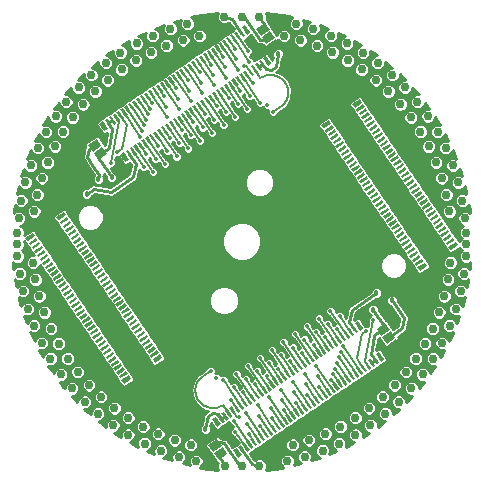
<source format=gtl>
G75*
%MOIN*%
%OFA0B0*%
%FSLAX24Y24*%
%IPPOS*%
%LPD*%
%AMOC8*
5,1,8,0,0,1.08239X$1,22.5*
%
%ADD10R,0.0091X0.0295*%
%ADD11R,0.0138X0.0295*%
%ADD12C,0.0140*%
%ADD13C,0.0295*%
%ADD14R,0.0276X0.0354*%
%ADD15C,0.0050*%
%ADD16C,0.0180*%
%ADD17C,0.0100*%
D10*
G36*
X009984Y009465D02*
X009933Y009540D01*
X010176Y009703D01*
X010227Y009628D01*
X009984Y009465D01*
G37*
G36*
X009896Y009596D02*
X009845Y009671D01*
X010088Y009834D01*
X010139Y009759D01*
X009896Y009596D01*
G37*
G36*
X009808Y009727D02*
X009757Y009802D01*
X010000Y009965D01*
X010051Y009890D01*
X009808Y009727D01*
G37*
G36*
X009720Y009857D02*
X009669Y009932D01*
X009912Y010095D01*
X009963Y010020D01*
X009720Y009857D01*
G37*
G36*
X009631Y009988D02*
X009580Y010063D01*
X009823Y010226D01*
X009874Y010151D01*
X009631Y009988D01*
G37*
G36*
X009543Y010118D02*
X009492Y010193D01*
X009735Y010356D01*
X009786Y010281D01*
X009543Y010118D01*
G37*
G36*
X009455Y010249D02*
X009404Y010324D01*
X009647Y010487D01*
X009698Y010412D01*
X009455Y010249D01*
G37*
G36*
X009367Y010379D02*
X009316Y010454D01*
X009559Y010617D01*
X009610Y010542D01*
X009367Y010379D01*
G37*
G36*
X009279Y010510D02*
X009228Y010585D01*
X009471Y010748D01*
X009522Y010673D01*
X009279Y010510D01*
G37*
G36*
X009191Y010640D02*
X009140Y010715D01*
X009383Y010878D01*
X009434Y010803D01*
X009191Y010640D01*
G37*
G36*
X009103Y010771D02*
X009052Y010846D01*
X009295Y011009D01*
X009346Y010934D01*
X009103Y010771D01*
G37*
G36*
X009015Y010902D02*
X008964Y010977D01*
X009207Y011140D01*
X009258Y011065D01*
X009015Y010902D01*
G37*
G36*
X008927Y011032D02*
X008876Y011107D01*
X009119Y011270D01*
X009170Y011195D01*
X008927Y011032D01*
G37*
G36*
X008839Y011163D02*
X008788Y011238D01*
X009031Y011401D01*
X009082Y011326D01*
X008839Y011163D01*
G37*
G36*
X008751Y011293D02*
X008700Y011368D01*
X008943Y011531D01*
X008994Y011456D01*
X008751Y011293D01*
G37*
G36*
X008663Y011424D02*
X008612Y011499D01*
X008855Y011662D01*
X008906Y011587D01*
X008663Y011424D01*
G37*
G36*
X008575Y011554D02*
X008524Y011629D01*
X008767Y011792D01*
X008818Y011717D01*
X008575Y011554D01*
G37*
G36*
X008487Y011685D02*
X008436Y011760D01*
X008679Y011923D01*
X008730Y011848D01*
X008487Y011685D01*
G37*
G36*
X008399Y011816D02*
X008348Y011891D01*
X008591Y012054D01*
X008642Y011979D01*
X008399Y011816D01*
G37*
G36*
X008311Y011946D02*
X008260Y012021D01*
X008503Y012184D01*
X008554Y012109D01*
X008311Y011946D01*
G37*
G36*
X008223Y012077D02*
X008172Y012152D01*
X008415Y012315D01*
X008466Y012240D01*
X008223Y012077D01*
G37*
G36*
X008134Y012207D02*
X008083Y012282D01*
X008326Y012445D01*
X008377Y012370D01*
X008134Y012207D01*
G37*
G36*
X008046Y012338D02*
X007995Y012413D01*
X008238Y012576D01*
X008289Y012501D01*
X008046Y012338D01*
G37*
G36*
X007958Y012468D02*
X007907Y012543D01*
X008150Y012706D01*
X008201Y012631D01*
X007958Y012468D01*
G37*
G36*
X007870Y012599D02*
X007819Y012674D01*
X008062Y012837D01*
X008113Y012762D01*
X007870Y012599D01*
G37*
G36*
X007782Y012729D02*
X007731Y012804D01*
X007974Y012967D01*
X008025Y012892D01*
X007782Y012729D01*
G37*
G36*
X007694Y012860D02*
X007643Y012935D01*
X007886Y013098D01*
X007937Y013023D01*
X007694Y012860D01*
G37*
G36*
X007606Y012991D02*
X007555Y013066D01*
X007798Y013229D01*
X007849Y013154D01*
X007606Y012991D01*
G37*
G36*
X007518Y013121D02*
X007467Y013196D01*
X007710Y013359D01*
X007761Y013284D01*
X007518Y013121D01*
G37*
G36*
X007430Y013252D02*
X007379Y013327D01*
X007622Y013490D01*
X007673Y013415D01*
X007430Y013252D01*
G37*
G36*
X007342Y013382D02*
X007291Y013457D01*
X007534Y013620D01*
X007585Y013545D01*
X007342Y013382D01*
G37*
G36*
X007254Y013513D02*
X007203Y013588D01*
X007446Y013751D01*
X007497Y013676D01*
X007254Y013513D01*
G37*
G36*
X007166Y013643D02*
X007115Y013718D01*
X007358Y013881D01*
X007409Y013806D01*
X007166Y013643D01*
G37*
G36*
X007078Y013774D02*
X007027Y013849D01*
X007270Y014012D01*
X007321Y013937D01*
X007078Y013774D01*
G37*
G36*
X006990Y013904D02*
X006939Y013979D01*
X007182Y014142D01*
X007233Y014067D01*
X006990Y013904D01*
G37*
G36*
X008216Y014840D02*
X008267Y014765D01*
X008024Y014602D01*
X007973Y014677D01*
X008216Y014840D01*
G37*
G36*
X008304Y014710D02*
X008355Y014635D01*
X008112Y014472D01*
X008061Y014547D01*
X008304Y014710D01*
G37*
G36*
X008392Y014579D02*
X008443Y014504D01*
X008200Y014341D01*
X008149Y014416D01*
X008392Y014579D01*
G37*
G36*
X008480Y014449D02*
X008531Y014374D01*
X008288Y014211D01*
X008237Y014286D01*
X008480Y014449D01*
G37*
G36*
X008569Y014318D02*
X008620Y014243D01*
X008377Y014080D01*
X008326Y014155D01*
X008569Y014318D01*
G37*
G36*
X008657Y014188D02*
X008708Y014113D01*
X008465Y013950D01*
X008414Y014025D01*
X008657Y014188D01*
G37*
G36*
X008745Y014057D02*
X008796Y013982D01*
X008553Y013819D01*
X008502Y013894D01*
X008745Y014057D01*
G37*
G36*
X008833Y013926D02*
X008884Y013851D01*
X008641Y013688D01*
X008590Y013763D01*
X008833Y013926D01*
G37*
G36*
X008921Y013796D02*
X008972Y013721D01*
X008729Y013558D01*
X008678Y013633D01*
X008921Y013796D01*
G37*
G36*
X009009Y013665D02*
X009060Y013590D01*
X008817Y013427D01*
X008766Y013502D01*
X009009Y013665D01*
G37*
G36*
X009097Y013535D02*
X009148Y013460D01*
X008905Y013297D01*
X008854Y013372D01*
X009097Y013535D01*
G37*
G36*
X009185Y013404D02*
X009236Y013329D01*
X008993Y013166D01*
X008942Y013241D01*
X009185Y013404D01*
G37*
G36*
X009273Y013274D02*
X009324Y013199D01*
X009081Y013036D01*
X009030Y013111D01*
X009273Y013274D01*
G37*
G36*
X009361Y013143D02*
X009412Y013068D01*
X009169Y012905D01*
X009118Y012980D01*
X009361Y013143D01*
G37*
G36*
X009449Y013013D02*
X009500Y012938D01*
X009257Y012775D01*
X009206Y012850D01*
X009449Y013013D01*
G37*
G36*
X009537Y012882D02*
X009588Y012807D01*
X009345Y012644D01*
X009294Y012719D01*
X009537Y012882D01*
G37*
G36*
X009625Y012751D02*
X009676Y012676D01*
X009433Y012513D01*
X009382Y012588D01*
X009625Y012751D01*
G37*
G36*
X009713Y012621D02*
X009764Y012546D01*
X009521Y012383D01*
X009470Y012458D01*
X009713Y012621D01*
G37*
G36*
X009801Y012490D02*
X009852Y012415D01*
X009609Y012252D01*
X009558Y012327D01*
X009801Y012490D01*
G37*
G36*
X009889Y012360D02*
X009940Y012285D01*
X009697Y012122D01*
X009646Y012197D01*
X009889Y012360D01*
G37*
G36*
X009978Y012229D02*
X010029Y012154D01*
X009786Y011991D01*
X009735Y012066D01*
X009978Y012229D01*
G37*
G36*
X010066Y012099D02*
X010117Y012024D01*
X009874Y011861D01*
X009823Y011936D01*
X010066Y012099D01*
G37*
G36*
X010154Y011968D02*
X010205Y011893D01*
X009962Y011730D01*
X009911Y011805D01*
X010154Y011968D01*
G37*
G36*
X010242Y011837D02*
X010293Y011762D01*
X010050Y011599D01*
X009999Y011674D01*
X010242Y011837D01*
G37*
G36*
X010330Y011707D02*
X010381Y011632D01*
X010138Y011469D01*
X010087Y011544D01*
X010330Y011707D01*
G37*
G36*
X010418Y011576D02*
X010469Y011501D01*
X010226Y011338D01*
X010175Y011413D01*
X010418Y011576D01*
G37*
G36*
X010506Y011446D02*
X010557Y011371D01*
X010314Y011208D01*
X010263Y011283D01*
X010506Y011446D01*
G37*
G36*
X010594Y011315D02*
X010645Y011240D01*
X010402Y011077D01*
X010351Y011152D01*
X010594Y011315D01*
G37*
G36*
X010682Y011185D02*
X010733Y011110D01*
X010490Y010947D01*
X010439Y011022D01*
X010682Y011185D01*
G37*
G36*
X010770Y011054D02*
X010821Y010979D01*
X010578Y010816D01*
X010527Y010891D01*
X010770Y011054D01*
G37*
G36*
X010858Y010924D02*
X010909Y010849D01*
X010666Y010686D01*
X010615Y010761D01*
X010858Y010924D01*
G37*
G36*
X010946Y010793D02*
X010997Y010718D01*
X010754Y010555D01*
X010703Y010630D01*
X010946Y010793D01*
G37*
G36*
X011034Y010662D02*
X011085Y010587D01*
X010842Y010424D01*
X010791Y010499D01*
X011034Y010662D01*
G37*
G36*
X011122Y010532D02*
X011173Y010457D01*
X010930Y010294D01*
X010879Y010369D01*
X011122Y010532D01*
G37*
G36*
X011210Y010401D02*
X011261Y010326D01*
X011018Y010163D01*
X010967Y010238D01*
X011210Y010401D01*
G37*
G36*
X013224Y008216D02*
X013299Y008267D01*
X013462Y008024D01*
X013387Y007973D01*
X013224Y008216D01*
G37*
G36*
X013355Y008304D02*
X013430Y008355D01*
X013593Y008112D01*
X013518Y008061D01*
X013355Y008304D01*
G37*
G36*
X013485Y008392D02*
X013560Y008443D01*
X013723Y008200D01*
X013648Y008149D01*
X013485Y008392D01*
G37*
G36*
X013616Y008480D02*
X013691Y008531D01*
X013854Y008288D01*
X013779Y008237D01*
X013616Y008480D01*
G37*
G36*
X013747Y008569D02*
X013822Y008620D01*
X013985Y008377D01*
X013910Y008326D01*
X013747Y008569D01*
G37*
G36*
X013877Y008657D02*
X013952Y008708D01*
X014115Y008465D01*
X014040Y008414D01*
X013877Y008657D01*
G37*
G36*
X014008Y008745D02*
X014083Y008796D01*
X014246Y008553D01*
X014171Y008502D01*
X014008Y008745D01*
G37*
G36*
X014138Y008833D02*
X014213Y008884D01*
X014376Y008641D01*
X014301Y008590D01*
X014138Y008833D01*
G37*
G36*
X014269Y008921D02*
X014344Y008972D01*
X014507Y008729D01*
X014432Y008678D01*
X014269Y008921D01*
G37*
G36*
X014399Y009009D02*
X014474Y009060D01*
X014637Y008817D01*
X014562Y008766D01*
X014399Y009009D01*
G37*
G36*
X014530Y009097D02*
X014605Y009148D01*
X014768Y008905D01*
X014693Y008854D01*
X014530Y009097D01*
G37*
G36*
X014660Y009185D02*
X014735Y009236D01*
X014898Y008993D01*
X014823Y008942D01*
X014660Y009185D01*
G37*
G36*
X014791Y009273D02*
X014866Y009324D01*
X015029Y009081D01*
X014954Y009030D01*
X014791Y009273D01*
G37*
G36*
X014922Y009361D02*
X014997Y009412D01*
X015160Y009169D01*
X015085Y009118D01*
X014922Y009361D01*
G37*
G36*
X015052Y009449D02*
X015127Y009500D01*
X015290Y009257D01*
X015215Y009206D01*
X015052Y009449D01*
G37*
G36*
X015183Y009537D02*
X015258Y009588D01*
X015421Y009345D01*
X015346Y009294D01*
X015183Y009537D01*
G37*
G36*
X015313Y009625D02*
X015388Y009676D01*
X015551Y009433D01*
X015476Y009382D01*
X015313Y009625D01*
G37*
G36*
X015444Y009713D02*
X015519Y009764D01*
X015682Y009521D01*
X015607Y009470D01*
X015444Y009713D01*
G37*
G36*
X015574Y009801D02*
X015649Y009852D01*
X015812Y009609D01*
X015737Y009558D01*
X015574Y009801D01*
G37*
G36*
X015705Y009889D02*
X015780Y009940D01*
X015943Y009697D01*
X015868Y009646D01*
X015705Y009889D01*
G37*
G36*
X015835Y009978D02*
X015910Y010029D01*
X016073Y009786D01*
X015998Y009735D01*
X015835Y009978D01*
G37*
G36*
X015966Y010066D02*
X016041Y010117D01*
X016204Y009874D01*
X016129Y009823D01*
X015966Y010066D01*
G37*
G36*
X016097Y010154D02*
X016172Y010205D01*
X016335Y009962D01*
X016260Y009911D01*
X016097Y010154D01*
G37*
G36*
X016227Y010242D02*
X016302Y010293D01*
X016465Y010050D01*
X016390Y009999D01*
X016227Y010242D01*
G37*
G36*
X016358Y010330D02*
X016433Y010381D01*
X016596Y010138D01*
X016521Y010087D01*
X016358Y010330D01*
G37*
G36*
X016488Y010418D02*
X016563Y010469D01*
X016726Y010226D01*
X016651Y010175D01*
X016488Y010418D01*
G37*
G36*
X016619Y010506D02*
X016694Y010557D01*
X016857Y010314D01*
X016782Y010263D01*
X016619Y010506D01*
G37*
G36*
X016749Y010594D02*
X016824Y010645D01*
X016987Y010402D01*
X016912Y010351D01*
X016749Y010594D01*
G37*
G36*
X016880Y010682D02*
X016955Y010733D01*
X017118Y010490D01*
X017043Y010439D01*
X016880Y010682D01*
G37*
G36*
X017010Y010770D02*
X017085Y010821D01*
X017248Y010578D01*
X017173Y010527D01*
X017010Y010770D01*
G37*
G36*
X017141Y010858D02*
X017216Y010909D01*
X017379Y010666D01*
X017304Y010615D01*
X017141Y010858D01*
G37*
G36*
X017272Y010946D02*
X017347Y010997D01*
X017510Y010754D01*
X017435Y010703D01*
X017272Y010946D01*
G37*
G36*
X017402Y011034D02*
X017477Y011085D01*
X017640Y010842D01*
X017565Y010791D01*
X017402Y011034D01*
G37*
G36*
X017533Y011122D02*
X017608Y011173D01*
X017771Y010930D01*
X017696Y010879D01*
X017533Y011122D01*
G37*
G36*
X017663Y011210D02*
X017738Y011261D01*
X017901Y011018D01*
X017826Y010967D01*
X017663Y011210D01*
G37*
G36*
X018599Y009984D02*
X018524Y009933D01*
X018361Y010176D01*
X018436Y010227D01*
X018599Y009984D01*
G37*
G36*
X018469Y009896D02*
X018394Y009845D01*
X018231Y010088D01*
X018306Y010139D01*
X018469Y009896D01*
G37*
G36*
X018338Y009808D02*
X018263Y009757D01*
X018100Y010000D01*
X018175Y010051D01*
X018338Y009808D01*
G37*
G36*
X018207Y009720D02*
X018132Y009669D01*
X017969Y009912D01*
X018044Y009963D01*
X018207Y009720D01*
G37*
G36*
X018077Y009631D02*
X018002Y009580D01*
X017839Y009823D01*
X017914Y009874D01*
X018077Y009631D01*
G37*
G36*
X017946Y009543D02*
X017871Y009492D01*
X017708Y009735D01*
X017783Y009786D01*
X017946Y009543D01*
G37*
G36*
X017816Y009455D02*
X017741Y009404D01*
X017578Y009647D01*
X017653Y009698D01*
X017816Y009455D01*
G37*
G36*
X017685Y009367D02*
X017610Y009316D01*
X017447Y009559D01*
X017522Y009610D01*
X017685Y009367D01*
G37*
G36*
X017555Y009279D02*
X017480Y009228D01*
X017317Y009471D01*
X017392Y009522D01*
X017555Y009279D01*
G37*
G36*
X017424Y009191D02*
X017349Y009140D01*
X017186Y009383D01*
X017261Y009434D01*
X017424Y009191D01*
G37*
G36*
X017294Y009103D02*
X017219Y009052D01*
X017056Y009295D01*
X017131Y009346D01*
X017294Y009103D01*
G37*
G36*
X017163Y009015D02*
X017088Y008964D01*
X016925Y009207D01*
X017000Y009258D01*
X017163Y009015D01*
G37*
G36*
X017032Y008927D02*
X016957Y008876D01*
X016794Y009119D01*
X016869Y009170D01*
X017032Y008927D01*
G37*
G36*
X016902Y008839D02*
X016827Y008788D01*
X016664Y009031D01*
X016739Y009082D01*
X016902Y008839D01*
G37*
G36*
X016771Y008751D02*
X016696Y008700D01*
X016533Y008943D01*
X016608Y008994D01*
X016771Y008751D01*
G37*
G36*
X016641Y008663D02*
X016566Y008612D01*
X016403Y008855D01*
X016478Y008906D01*
X016641Y008663D01*
G37*
G36*
X016510Y008575D02*
X016435Y008524D01*
X016272Y008767D01*
X016347Y008818D01*
X016510Y008575D01*
G37*
G36*
X016380Y008487D02*
X016305Y008436D01*
X016142Y008679D01*
X016217Y008730D01*
X016380Y008487D01*
G37*
G36*
X016249Y008399D02*
X016174Y008348D01*
X016011Y008591D01*
X016086Y008642D01*
X016249Y008399D01*
G37*
G36*
X016119Y008311D02*
X016044Y008260D01*
X015881Y008503D01*
X015956Y008554D01*
X016119Y008311D01*
G37*
G36*
X015988Y008223D02*
X015913Y008172D01*
X015750Y008415D01*
X015825Y008466D01*
X015988Y008223D01*
G37*
G36*
X015857Y008134D02*
X015782Y008083D01*
X015619Y008326D01*
X015694Y008377D01*
X015857Y008134D01*
G37*
G36*
X015727Y008046D02*
X015652Y007995D01*
X015489Y008238D01*
X015564Y008289D01*
X015727Y008046D01*
G37*
G36*
X015596Y007958D02*
X015521Y007907D01*
X015358Y008150D01*
X015433Y008201D01*
X015596Y007958D01*
G37*
G36*
X015466Y007870D02*
X015391Y007819D01*
X015228Y008062D01*
X015303Y008113D01*
X015466Y007870D01*
G37*
G36*
X015335Y007782D02*
X015260Y007731D01*
X015097Y007974D01*
X015172Y008025D01*
X015335Y007782D01*
G37*
G36*
X015205Y007694D02*
X015130Y007643D01*
X014967Y007886D01*
X015042Y007937D01*
X015205Y007694D01*
G37*
G36*
X015074Y007606D02*
X014999Y007555D01*
X014836Y007798D01*
X014911Y007849D01*
X015074Y007606D01*
G37*
G36*
X014944Y007518D02*
X014869Y007467D01*
X014706Y007710D01*
X014781Y007761D01*
X014944Y007518D01*
G37*
G36*
X014813Y007430D02*
X014738Y007379D01*
X014575Y007622D01*
X014650Y007673D01*
X014813Y007430D01*
G37*
G36*
X014682Y007342D02*
X014607Y007291D01*
X014444Y007534D01*
X014519Y007585D01*
X014682Y007342D01*
G37*
G36*
X014552Y007254D02*
X014477Y007203D01*
X014314Y007446D01*
X014389Y007497D01*
X014552Y007254D01*
G37*
G36*
X014421Y007166D02*
X014346Y007115D01*
X014183Y007358D01*
X014258Y007409D01*
X014421Y007166D01*
G37*
G36*
X014291Y007078D02*
X014216Y007027D01*
X014053Y007270D01*
X014128Y007321D01*
X014291Y007078D01*
G37*
G36*
X014160Y006990D02*
X014085Y006939D01*
X013922Y007182D01*
X013997Y007233D01*
X014160Y006990D01*
G37*
G36*
X019848Y013224D02*
X019797Y013299D01*
X020040Y013462D01*
X020091Y013387D01*
X019848Y013224D01*
G37*
G36*
X019760Y013355D02*
X019709Y013430D01*
X019952Y013593D01*
X020003Y013518D01*
X019760Y013355D01*
G37*
G36*
X019672Y013485D02*
X019621Y013560D01*
X019864Y013723D01*
X019915Y013648D01*
X019672Y013485D01*
G37*
G36*
X019584Y013616D02*
X019533Y013691D01*
X019776Y013854D01*
X019827Y013779D01*
X019584Y013616D01*
G37*
G36*
X019496Y013747D02*
X019445Y013822D01*
X019688Y013985D01*
X019739Y013910D01*
X019496Y013747D01*
G37*
G36*
X019408Y013877D02*
X019357Y013952D01*
X019600Y014115D01*
X019651Y014040D01*
X019408Y013877D01*
G37*
G36*
X019320Y014008D02*
X019269Y014083D01*
X019512Y014246D01*
X019563Y014171D01*
X019320Y014008D01*
G37*
G36*
X019232Y014138D02*
X019181Y014213D01*
X019424Y014376D01*
X019475Y014301D01*
X019232Y014138D01*
G37*
G36*
X019144Y014269D02*
X019093Y014344D01*
X019336Y014507D01*
X019387Y014432D01*
X019144Y014269D01*
G37*
G36*
X019056Y014399D02*
X019005Y014474D01*
X019248Y014637D01*
X019299Y014562D01*
X019056Y014399D01*
G37*
G36*
X018968Y014530D02*
X018917Y014605D01*
X019160Y014768D01*
X019211Y014693D01*
X018968Y014530D01*
G37*
G36*
X018880Y014660D02*
X018829Y014735D01*
X019072Y014898D01*
X019123Y014823D01*
X018880Y014660D01*
G37*
G36*
X018792Y014791D02*
X018741Y014866D01*
X018984Y015029D01*
X019035Y014954D01*
X018792Y014791D01*
G37*
G36*
X018703Y014922D02*
X018652Y014997D01*
X018895Y015160D01*
X018946Y015085D01*
X018703Y014922D01*
G37*
G36*
X018615Y015052D02*
X018564Y015127D01*
X018807Y015290D01*
X018858Y015215D01*
X018615Y015052D01*
G37*
G36*
X018527Y015183D02*
X018476Y015258D01*
X018719Y015421D01*
X018770Y015346D01*
X018527Y015183D01*
G37*
G36*
X018439Y015313D02*
X018388Y015388D01*
X018631Y015551D01*
X018682Y015476D01*
X018439Y015313D01*
G37*
G36*
X018351Y015444D02*
X018300Y015519D01*
X018543Y015682D01*
X018594Y015607D01*
X018351Y015444D01*
G37*
G36*
X018263Y015574D02*
X018212Y015649D01*
X018455Y015812D01*
X018506Y015737D01*
X018263Y015574D01*
G37*
G36*
X018175Y015705D02*
X018124Y015780D01*
X018367Y015943D01*
X018418Y015868D01*
X018175Y015705D01*
G37*
G36*
X018087Y015835D02*
X018036Y015910D01*
X018279Y016073D01*
X018330Y015998D01*
X018087Y015835D01*
G37*
G36*
X017999Y015966D02*
X017948Y016041D01*
X018191Y016204D01*
X018242Y016129D01*
X017999Y015966D01*
G37*
G36*
X017911Y016097D02*
X017860Y016172D01*
X018103Y016335D01*
X018154Y016260D01*
X017911Y016097D01*
G37*
G36*
X017823Y016227D02*
X017772Y016302D01*
X018015Y016465D01*
X018066Y016390D01*
X017823Y016227D01*
G37*
G36*
X017735Y016358D02*
X017684Y016433D01*
X017927Y016596D01*
X017978Y016521D01*
X017735Y016358D01*
G37*
G36*
X017647Y016488D02*
X017596Y016563D01*
X017839Y016726D01*
X017890Y016651D01*
X017647Y016488D01*
G37*
G36*
X017559Y016619D02*
X017508Y016694D01*
X017751Y016857D01*
X017802Y016782D01*
X017559Y016619D01*
G37*
G36*
X017471Y016749D02*
X017420Y016824D01*
X017663Y016987D01*
X017714Y016912D01*
X017471Y016749D01*
G37*
G36*
X017383Y016880D02*
X017332Y016955D01*
X017575Y017118D01*
X017626Y017043D01*
X017383Y016880D01*
G37*
G36*
X017294Y017010D02*
X017243Y017085D01*
X017486Y017248D01*
X017537Y017173D01*
X017294Y017010D01*
G37*
G36*
X017206Y017141D02*
X017155Y017216D01*
X017398Y017379D01*
X017449Y017304D01*
X017206Y017141D01*
G37*
G36*
X017118Y017272D02*
X017067Y017347D01*
X017310Y017510D01*
X017361Y017435D01*
X017118Y017272D01*
G37*
G36*
X017030Y017402D02*
X016979Y017477D01*
X017222Y017640D01*
X017273Y017565D01*
X017030Y017402D01*
G37*
G36*
X016942Y017533D02*
X016891Y017608D01*
X017134Y017771D01*
X017185Y017696D01*
X016942Y017533D01*
G37*
G36*
X016854Y017663D02*
X016803Y017738D01*
X017046Y017901D01*
X017097Y017826D01*
X016854Y017663D01*
G37*
G36*
X018081Y018599D02*
X018132Y018524D01*
X017889Y018361D01*
X017838Y018436D01*
X018081Y018599D01*
G37*
G36*
X018169Y018469D02*
X018220Y018394D01*
X017977Y018231D01*
X017926Y018306D01*
X018169Y018469D01*
G37*
G36*
X018257Y018338D02*
X018308Y018263D01*
X018065Y018100D01*
X018014Y018175D01*
X018257Y018338D01*
G37*
G36*
X018345Y018207D02*
X018396Y018132D01*
X018153Y017969D01*
X018102Y018044D01*
X018345Y018207D01*
G37*
G36*
X018433Y018077D02*
X018484Y018002D01*
X018241Y017839D01*
X018190Y017914D01*
X018433Y018077D01*
G37*
G36*
X018521Y017946D02*
X018572Y017871D01*
X018329Y017708D01*
X018278Y017783D01*
X018521Y017946D01*
G37*
G36*
X018609Y017816D02*
X018660Y017741D01*
X018417Y017578D01*
X018366Y017653D01*
X018609Y017816D01*
G37*
G36*
X018697Y017685D02*
X018748Y017610D01*
X018505Y017447D01*
X018454Y017522D01*
X018697Y017685D01*
G37*
G36*
X018785Y017555D02*
X018836Y017480D01*
X018593Y017317D01*
X018542Y017392D01*
X018785Y017555D01*
G37*
G36*
X018873Y017424D02*
X018924Y017349D01*
X018681Y017186D01*
X018630Y017261D01*
X018873Y017424D01*
G37*
G36*
X018961Y017294D02*
X019012Y017219D01*
X018769Y017056D01*
X018718Y017131D01*
X018961Y017294D01*
G37*
G36*
X019050Y017163D02*
X019101Y017088D01*
X018858Y016925D01*
X018807Y017000D01*
X019050Y017163D01*
G37*
G36*
X019138Y017032D02*
X019189Y016957D01*
X018946Y016794D01*
X018895Y016869D01*
X019138Y017032D01*
G37*
G36*
X019226Y016902D02*
X019277Y016827D01*
X019034Y016664D01*
X018983Y016739D01*
X019226Y016902D01*
G37*
G36*
X019314Y016771D02*
X019365Y016696D01*
X019122Y016533D01*
X019071Y016608D01*
X019314Y016771D01*
G37*
G36*
X019402Y016641D02*
X019453Y016566D01*
X019210Y016403D01*
X019159Y016478D01*
X019402Y016641D01*
G37*
G36*
X019490Y016510D02*
X019541Y016435D01*
X019298Y016272D01*
X019247Y016347D01*
X019490Y016510D01*
G37*
G36*
X019578Y016380D02*
X019629Y016305D01*
X019386Y016142D01*
X019335Y016217D01*
X019578Y016380D01*
G37*
G36*
X019666Y016249D02*
X019717Y016174D01*
X019474Y016011D01*
X019423Y016086D01*
X019666Y016249D01*
G37*
G36*
X019754Y016119D02*
X019805Y016044D01*
X019562Y015881D01*
X019511Y015956D01*
X019754Y016119D01*
G37*
G36*
X019842Y015988D02*
X019893Y015913D01*
X019650Y015750D01*
X019599Y015825D01*
X019842Y015988D01*
G37*
G36*
X019930Y015857D02*
X019981Y015782D01*
X019738Y015619D01*
X019687Y015694D01*
X019930Y015857D01*
G37*
G36*
X020018Y015727D02*
X020069Y015652D01*
X019826Y015489D01*
X019775Y015564D01*
X020018Y015727D01*
G37*
G36*
X020106Y015596D02*
X020157Y015521D01*
X019914Y015358D01*
X019863Y015433D01*
X020106Y015596D01*
G37*
G36*
X020194Y015466D02*
X020245Y015391D01*
X020002Y015228D01*
X019951Y015303D01*
X020194Y015466D01*
G37*
G36*
X020282Y015335D02*
X020333Y015260D01*
X020090Y015097D01*
X020039Y015172D01*
X020282Y015335D01*
G37*
G36*
X020370Y015205D02*
X020421Y015130D01*
X020178Y014967D01*
X020127Y015042D01*
X020370Y015205D01*
G37*
G36*
X020459Y015074D02*
X020510Y014999D01*
X020267Y014836D01*
X020216Y014911D01*
X020459Y015074D01*
G37*
G36*
X020547Y014944D02*
X020598Y014869D01*
X020355Y014706D01*
X020304Y014781D01*
X020547Y014944D01*
G37*
G36*
X020635Y014813D02*
X020686Y014738D01*
X020443Y014575D01*
X020392Y014650D01*
X020635Y014813D01*
G37*
G36*
X020723Y014682D02*
X020774Y014607D01*
X020531Y014444D01*
X020480Y014519D01*
X020723Y014682D01*
G37*
G36*
X020811Y014552D02*
X020862Y014477D01*
X020619Y014314D01*
X020568Y014389D01*
X020811Y014552D01*
G37*
G36*
X020899Y014421D02*
X020950Y014346D01*
X020707Y014183D01*
X020656Y014258D01*
X020899Y014421D01*
G37*
G36*
X020987Y014291D02*
X021038Y014216D01*
X020795Y014053D01*
X020744Y014128D01*
X020987Y014291D01*
G37*
G36*
X021075Y014160D02*
X021126Y014085D01*
X020883Y013922D01*
X020832Y013997D01*
X021075Y014160D01*
G37*
G36*
X014840Y019848D02*
X014765Y019797D01*
X014602Y020040D01*
X014677Y020091D01*
X014840Y019848D01*
G37*
G36*
X014710Y019760D02*
X014635Y019709D01*
X014472Y019952D01*
X014547Y020003D01*
X014710Y019760D01*
G37*
G36*
X014579Y019672D02*
X014504Y019621D01*
X014341Y019864D01*
X014416Y019915D01*
X014579Y019672D01*
G37*
G36*
X014449Y019584D02*
X014374Y019533D01*
X014211Y019776D01*
X014286Y019827D01*
X014449Y019584D01*
G37*
G36*
X014318Y019496D02*
X014243Y019445D01*
X014080Y019688D01*
X014155Y019739D01*
X014318Y019496D01*
G37*
G36*
X014188Y019408D02*
X014113Y019357D01*
X013950Y019600D01*
X014025Y019651D01*
X014188Y019408D01*
G37*
G36*
X014057Y019320D02*
X013982Y019269D01*
X013819Y019512D01*
X013894Y019563D01*
X014057Y019320D01*
G37*
G36*
X013926Y019232D02*
X013851Y019181D01*
X013688Y019424D01*
X013763Y019475D01*
X013926Y019232D01*
G37*
G36*
X013796Y019144D02*
X013721Y019093D01*
X013558Y019336D01*
X013633Y019387D01*
X013796Y019144D01*
G37*
G36*
X013665Y019056D02*
X013590Y019005D01*
X013427Y019248D01*
X013502Y019299D01*
X013665Y019056D01*
G37*
G36*
X013535Y018968D02*
X013460Y018917D01*
X013297Y019160D01*
X013372Y019211D01*
X013535Y018968D01*
G37*
G36*
X013404Y018880D02*
X013329Y018829D01*
X013166Y019072D01*
X013241Y019123D01*
X013404Y018880D01*
G37*
G36*
X013274Y018792D02*
X013199Y018741D01*
X013036Y018984D01*
X013111Y019035D01*
X013274Y018792D01*
G37*
G36*
X013143Y018703D02*
X013068Y018652D01*
X012905Y018895D01*
X012980Y018946D01*
X013143Y018703D01*
G37*
G36*
X013013Y018615D02*
X012938Y018564D01*
X012775Y018807D01*
X012850Y018858D01*
X013013Y018615D01*
G37*
G36*
X012882Y018527D02*
X012807Y018476D01*
X012644Y018719D01*
X012719Y018770D01*
X012882Y018527D01*
G37*
G36*
X012751Y018439D02*
X012676Y018388D01*
X012513Y018631D01*
X012588Y018682D01*
X012751Y018439D01*
G37*
G36*
X012621Y018351D02*
X012546Y018300D01*
X012383Y018543D01*
X012458Y018594D01*
X012621Y018351D01*
G37*
G36*
X012490Y018263D02*
X012415Y018212D01*
X012252Y018455D01*
X012327Y018506D01*
X012490Y018263D01*
G37*
G36*
X012360Y018175D02*
X012285Y018124D01*
X012122Y018367D01*
X012197Y018418D01*
X012360Y018175D01*
G37*
G36*
X012229Y018087D02*
X012154Y018036D01*
X011991Y018279D01*
X012066Y018330D01*
X012229Y018087D01*
G37*
G36*
X012099Y017999D02*
X012024Y017948D01*
X011861Y018191D01*
X011936Y018242D01*
X012099Y017999D01*
G37*
G36*
X011968Y017911D02*
X011893Y017860D01*
X011730Y018103D01*
X011805Y018154D01*
X011968Y017911D01*
G37*
G36*
X011837Y017823D02*
X011762Y017772D01*
X011599Y018015D01*
X011674Y018066D01*
X011837Y017823D01*
G37*
G36*
X011707Y017735D02*
X011632Y017684D01*
X011469Y017927D01*
X011544Y017978D01*
X011707Y017735D01*
G37*
G36*
X011576Y017647D02*
X011501Y017596D01*
X011338Y017839D01*
X011413Y017890D01*
X011576Y017647D01*
G37*
G36*
X011446Y017559D02*
X011371Y017508D01*
X011208Y017751D01*
X011283Y017802D01*
X011446Y017559D01*
G37*
G36*
X011315Y017471D02*
X011240Y017420D01*
X011077Y017663D01*
X011152Y017714D01*
X011315Y017471D01*
G37*
G36*
X011185Y017383D02*
X011110Y017332D01*
X010947Y017575D01*
X011022Y017626D01*
X011185Y017383D01*
G37*
G36*
X011054Y017294D02*
X010979Y017243D01*
X010816Y017486D01*
X010891Y017537D01*
X011054Y017294D01*
G37*
G36*
X010924Y017206D02*
X010849Y017155D01*
X010686Y017398D01*
X010761Y017449D01*
X010924Y017206D01*
G37*
G36*
X010793Y017118D02*
X010718Y017067D01*
X010555Y017310D01*
X010630Y017361D01*
X010793Y017118D01*
G37*
G36*
X010662Y017030D02*
X010587Y016979D01*
X010424Y017222D01*
X010499Y017273D01*
X010662Y017030D01*
G37*
G36*
X010532Y016942D02*
X010457Y016891D01*
X010294Y017134D01*
X010369Y017185D01*
X010532Y016942D01*
G37*
G36*
X010401Y016854D02*
X010326Y016803D01*
X010163Y017046D01*
X010238Y017097D01*
X010401Y016854D01*
G37*
G36*
X009465Y018081D02*
X009540Y018132D01*
X009703Y017889D01*
X009628Y017838D01*
X009465Y018081D01*
G37*
G36*
X009596Y018169D02*
X009671Y018220D01*
X009834Y017977D01*
X009759Y017926D01*
X009596Y018169D01*
G37*
G36*
X009727Y018257D02*
X009802Y018308D01*
X009965Y018065D01*
X009890Y018014D01*
X009727Y018257D01*
G37*
G36*
X009857Y018345D02*
X009932Y018396D01*
X010095Y018153D01*
X010020Y018102D01*
X009857Y018345D01*
G37*
G36*
X009988Y018433D02*
X010063Y018484D01*
X010226Y018241D01*
X010151Y018190D01*
X009988Y018433D01*
G37*
G36*
X010118Y018521D02*
X010193Y018572D01*
X010356Y018329D01*
X010281Y018278D01*
X010118Y018521D01*
G37*
G36*
X010249Y018609D02*
X010324Y018660D01*
X010487Y018417D01*
X010412Y018366D01*
X010249Y018609D01*
G37*
G36*
X010379Y018697D02*
X010454Y018748D01*
X010617Y018505D01*
X010542Y018454D01*
X010379Y018697D01*
G37*
G36*
X010510Y018785D02*
X010585Y018836D01*
X010748Y018593D01*
X010673Y018542D01*
X010510Y018785D01*
G37*
G36*
X010640Y018873D02*
X010715Y018924D01*
X010878Y018681D01*
X010803Y018630D01*
X010640Y018873D01*
G37*
G36*
X010771Y018961D02*
X010846Y019012D01*
X011009Y018769D01*
X010934Y018718D01*
X010771Y018961D01*
G37*
G36*
X010902Y019050D02*
X010977Y019101D01*
X011140Y018858D01*
X011065Y018807D01*
X010902Y019050D01*
G37*
G36*
X011032Y019138D02*
X011107Y019189D01*
X011270Y018946D01*
X011195Y018895D01*
X011032Y019138D01*
G37*
G36*
X011163Y019226D02*
X011238Y019277D01*
X011401Y019034D01*
X011326Y018983D01*
X011163Y019226D01*
G37*
G36*
X011293Y019314D02*
X011368Y019365D01*
X011531Y019122D01*
X011456Y019071D01*
X011293Y019314D01*
G37*
G36*
X011424Y019402D02*
X011499Y019453D01*
X011662Y019210D01*
X011587Y019159D01*
X011424Y019402D01*
G37*
G36*
X011554Y019490D02*
X011629Y019541D01*
X011792Y019298D01*
X011717Y019247D01*
X011554Y019490D01*
G37*
G36*
X011685Y019578D02*
X011760Y019629D01*
X011923Y019386D01*
X011848Y019335D01*
X011685Y019578D01*
G37*
G36*
X011816Y019666D02*
X011891Y019717D01*
X012054Y019474D01*
X011979Y019423D01*
X011816Y019666D01*
G37*
G36*
X011946Y019754D02*
X012021Y019805D01*
X012184Y019562D01*
X012109Y019511D01*
X011946Y019754D01*
G37*
G36*
X012077Y019842D02*
X012152Y019893D01*
X012315Y019650D01*
X012240Y019599D01*
X012077Y019842D01*
G37*
G36*
X012207Y019930D02*
X012282Y019981D01*
X012445Y019738D01*
X012370Y019687D01*
X012207Y019930D01*
G37*
G36*
X012338Y020018D02*
X012413Y020069D01*
X012576Y019826D01*
X012501Y019775D01*
X012338Y020018D01*
G37*
G36*
X012468Y020106D02*
X012543Y020157D01*
X012706Y019914D01*
X012631Y019863D01*
X012468Y020106D01*
G37*
G36*
X012599Y020194D02*
X012674Y020245D01*
X012837Y020002D01*
X012762Y019951D01*
X012599Y020194D01*
G37*
G36*
X012729Y020282D02*
X012804Y020333D01*
X012967Y020090D01*
X012892Y020039D01*
X012729Y020282D01*
G37*
G36*
X012860Y020370D02*
X012935Y020421D01*
X013098Y020178D01*
X013023Y020127D01*
X012860Y020370D01*
G37*
G36*
X012991Y020459D02*
X013066Y020510D01*
X013229Y020267D01*
X013154Y020216D01*
X012991Y020459D01*
G37*
G36*
X013121Y020547D02*
X013196Y020598D01*
X013359Y020355D01*
X013284Y020304D01*
X013121Y020547D01*
G37*
G36*
X013252Y020635D02*
X013327Y020686D01*
X013490Y020443D01*
X013415Y020392D01*
X013252Y020635D01*
G37*
G36*
X013382Y020723D02*
X013457Y020774D01*
X013620Y020531D01*
X013545Y020480D01*
X013382Y020723D01*
G37*
G36*
X013513Y020811D02*
X013588Y020862D01*
X013751Y020619D01*
X013676Y020568D01*
X013513Y020811D01*
G37*
G36*
X013643Y020899D02*
X013718Y020950D01*
X013881Y020707D01*
X013806Y020656D01*
X013643Y020899D01*
G37*
G36*
X013774Y020987D02*
X013849Y021038D01*
X014012Y020795D01*
X013937Y020744D01*
X013774Y020987D01*
G37*
G36*
X013904Y021075D02*
X013979Y021126D01*
X014142Y020883D01*
X014067Y020832D01*
X013904Y021075D01*
G37*
D11*
G36*
X014039Y021167D02*
X014154Y021244D01*
X014317Y021001D01*
X014202Y020924D01*
X014039Y021167D01*
G37*
G36*
X015015Y019966D02*
X014900Y019889D01*
X014737Y020132D01*
X014852Y020209D01*
X015015Y019966D01*
G37*
G36*
X016763Y017798D02*
X016686Y017913D01*
X016929Y018076D01*
X017006Y017961D01*
X016763Y017798D01*
G37*
G36*
X017963Y018774D02*
X018040Y018659D01*
X017797Y018496D01*
X017720Y018611D01*
X017963Y018774D01*
G37*
G36*
X021167Y014025D02*
X021244Y013910D01*
X021001Y013747D01*
X020924Y013862D01*
X021167Y014025D01*
G37*
G36*
X019966Y013049D02*
X019889Y013164D01*
X020132Y013327D01*
X020209Y013212D01*
X019966Y013049D01*
G37*
G36*
X017798Y011302D02*
X017913Y011379D01*
X018076Y011136D01*
X017961Y011059D01*
X017798Y011302D01*
G37*
G36*
X018774Y010101D02*
X018659Y010024D01*
X018496Y010267D01*
X018611Y010344D01*
X018774Y010101D01*
G37*
G36*
X014025Y006898D02*
X013910Y006821D01*
X013747Y007064D01*
X013862Y007141D01*
X014025Y006898D01*
G37*
G36*
X013049Y008099D02*
X013164Y008176D01*
X013327Y007933D01*
X013212Y007856D01*
X013049Y008099D01*
G37*
G36*
X011302Y010266D02*
X011379Y010151D01*
X011136Y009988D01*
X011059Y010103D01*
X011302Y010266D01*
G37*
G36*
X010101Y009290D02*
X010024Y009405D01*
X010267Y009568D01*
X010344Y009453D01*
X010101Y009290D01*
G37*
G36*
X006898Y014039D02*
X006821Y014154D01*
X007064Y014317D01*
X007141Y014202D01*
X006898Y014039D01*
G37*
G36*
X008099Y015015D02*
X008176Y014900D01*
X007933Y014737D01*
X007856Y014852D01*
X008099Y015015D01*
G37*
G36*
X010266Y016763D02*
X010151Y016686D01*
X009988Y016929D01*
X010103Y017006D01*
X010266Y016763D01*
G37*
G36*
X009290Y017963D02*
X009405Y018040D01*
X009568Y017797D01*
X009453Y017720D01*
X009290Y017963D01*
G37*
D12*
X009886Y017014D03*
X009666Y016660D03*
X010654Y017526D03*
X010718Y017712D03*
X010783Y017898D03*
X010847Y018084D03*
X010912Y018270D03*
X010976Y018456D03*
X011041Y018642D03*
X011455Y018873D03*
X011500Y018524D03*
X011546Y018175D03*
X011937Y018439D03*
X011892Y018788D03*
X012329Y018703D03*
X012283Y019053D03*
X011846Y019138D03*
X012238Y019402D03*
X012675Y019317D03*
X012721Y018968D03*
X013112Y019232D03*
X013067Y019581D03*
X012630Y019666D03*
X013021Y019930D03*
X013458Y019845D03*
X013504Y019496D03*
X013896Y019760D03*
X014120Y019893D03*
X014287Y020024D03*
X014242Y020374D03*
X013805Y020459D03*
X013850Y020109D03*
X013413Y020194D03*
X013987Y019062D03*
X014294Y018889D03*
X014395Y019301D03*
X014642Y018654D03*
X014873Y018592D03*
X015067Y018336D03*
X015115Y017772D03*
X014820Y016887D03*
X013817Y018187D03*
X013510Y018360D03*
X013203Y018533D03*
X013595Y018798D03*
X013902Y018625D03*
X014209Y018452D03*
X013425Y017923D03*
X013119Y018096D03*
X012812Y018269D03*
X012420Y018005D03*
X012727Y017832D03*
X013034Y017659D03*
X012642Y017395D03*
X012335Y017568D03*
X012028Y017741D03*
X011637Y017477D03*
X011943Y017304D03*
X012250Y017131D03*
X011858Y016866D03*
X011552Y017039D03*
X011245Y017213D03*
X011160Y016775D03*
X011467Y016602D03*
X011075Y016338D03*
X010768Y016511D03*
X010853Y016948D03*
X009505Y015213D03*
X007930Y013835D03*
X012950Y010292D03*
X012993Y009725D03*
X013189Y009471D03*
X013422Y009411D03*
X013771Y009176D03*
X014078Y009003D03*
X014163Y009440D03*
X014469Y009267D03*
X014554Y009704D03*
X014248Y009877D03*
X013856Y009613D03*
X013670Y008758D03*
X013945Y008171D03*
X013777Y008040D03*
X013823Y007691D03*
X014260Y007606D03*
X014214Y007955D03*
X014169Y008304D03*
X014561Y008569D03*
X014606Y008219D03*
X014652Y007870D03*
X015043Y008134D03*
X015435Y008399D03*
X014998Y008484D03*
X014952Y008833D03*
X015389Y008748D03*
X015344Y009097D03*
X015781Y009012D03*
X015736Y009361D03*
X016173Y009276D03*
X016127Y009625D03*
X016519Y009890D03*
X016036Y010324D03*
X015729Y010497D03*
X015814Y010934D03*
X016121Y010761D03*
X016428Y010588D03*
X016819Y010852D03*
X016513Y011025D03*
X016206Y011198D03*
X016598Y011462D03*
X016904Y011289D03*
X017211Y011116D03*
X017296Y011553D03*
X016989Y011727D03*
X017411Y010539D03*
X017346Y010353D03*
X017282Y010167D03*
X017217Y009981D03*
X017153Y009795D03*
X017088Y009609D03*
X017024Y009423D03*
X016564Y009540D03*
X016610Y009191D03*
X016218Y008927D03*
X015827Y008663D03*
X015253Y009795D03*
X014946Y009968D03*
X014639Y010141D03*
X015031Y010406D03*
X015338Y010233D03*
X015644Y010059D03*
X015423Y010670D03*
X014861Y009531D03*
X013245Y011178D03*
X013835Y013146D03*
X014426Y014918D03*
X018398Y011404D03*
X018178Y011051D03*
X018560Y012950D03*
X020135Y013835D03*
X015312Y006946D03*
X012753Y006946D03*
X012851Y021414D03*
X015213Y021414D03*
D13*
X015442Y020880D03*
X015985Y020745D03*
X015844Y021289D03*
X016413Y021122D03*
X016542Y020558D03*
X017055Y020336D03*
X017005Y020896D03*
X017539Y020638D03*
X017563Y020066D03*
X018034Y019765D03*
X018502Y019409D03*
X018917Y019034D03*
X019320Y018606D03*
X019668Y018169D03*
X019989Y017692D03*
X020237Y018207D03*
X019887Y018687D03*
X019472Y019165D03*
X019048Y019581D03*
X018561Y019984D03*
X018075Y020325D03*
X020562Y017679D03*
X020263Y017204D03*
X020830Y017150D03*
X020507Y016670D03*
X020697Y016144D03*
X021070Y016564D03*
X021248Y015998D03*
X020848Y015589D03*
X020951Y015039D03*
X021387Y015393D03*
X021471Y014806D03*
X021513Y014328D03*
X021513Y013934D03*
X021513Y013540D03*
X020987Y013321D03*
X020908Y012768D03*
X021326Y012380D03*
X020781Y012207D03*
X020613Y011673D03*
X021165Y011781D03*
X020963Y011223D03*
X020392Y011129D03*
X020140Y010630D03*
X020411Y010129D03*
X020702Y010646D03*
X019833Y010129D03*
X019502Y009678D03*
X020059Y009603D03*
X019688Y009139D03*
X019126Y009243D03*
X018726Y008851D03*
X018275Y008476D03*
X017817Y008154D03*
X018321Y007904D03*
X017821Y007584D03*
X017321Y007863D03*
X016818Y007620D03*
X017274Y007292D03*
X016729Y007057D03*
X016270Y007409D03*
X015733Y007251D03*
X016130Y006853D03*
X015553Y006710D03*
X014623Y006552D03*
X014032Y006552D03*
X013461Y006552D03*
X012511Y006710D03*
X012332Y007251D03*
X011795Y007409D03*
X011935Y006853D03*
X011336Y007057D03*
X011247Y007620D03*
X010743Y007863D03*
X010244Y007584D03*
X010247Y008154D03*
X009790Y008476D03*
X009338Y008851D03*
X008939Y009243D03*
X008376Y009139D03*
X008563Y009678D03*
X008232Y010129D03*
X007925Y010630D03*
X007653Y010129D03*
X007363Y010646D03*
X007672Y011129D03*
X007101Y011223D03*
X007451Y011673D03*
X007284Y012207D03*
X006738Y012380D03*
X007157Y012768D03*
X007077Y013321D03*
X006552Y013540D03*
X006552Y013934D03*
X006552Y014328D03*
X006594Y014806D03*
X007114Y015039D03*
X007217Y015589D03*
X006817Y015998D03*
X007368Y016144D03*
X007558Y016670D03*
X006994Y016564D03*
X007234Y017150D03*
X007502Y017679D03*
X007802Y017204D03*
X008075Y017692D03*
X007828Y018207D03*
X008396Y018169D03*
X008745Y018606D03*
X009148Y019034D03*
X009563Y019409D03*
X010030Y019765D03*
X010501Y020066D03*
X010525Y020638D03*
X011009Y020336D03*
X011523Y020558D03*
X011060Y020896D03*
X011651Y021122D03*
X012079Y020745D03*
X012622Y020880D03*
X012221Y021289D03*
X013442Y021513D03*
X014032Y021513D03*
X014623Y021513D03*
X009990Y020325D03*
X009504Y019984D03*
X009016Y019581D03*
X008593Y019165D03*
X008177Y018687D03*
X006678Y015393D03*
X006629Y012963D03*
X006899Y011781D03*
X008005Y009603D03*
X008801Y008687D03*
X009242Y008290D03*
X009744Y007904D03*
X010791Y007292D03*
X018823Y008290D03*
X019264Y008687D03*
X021435Y012963D03*
D14*
G36*
X019001Y011045D02*
X019155Y010817D01*
X018863Y010619D01*
X018709Y010847D01*
X019001Y011045D01*
G37*
G36*
X018817Y011319D02*
X018971Y011091D01*
X018679Y010893D01*
X018525Y011121D01*
X018817Y011319D01*
G37*
G36*
X019186Y010772D02*
X019340Y010544D01*
X019048Y010346D01*
X018894Y010574D01*
X019186Y010772D01*
G37*
G36*
X013260Y006747D02*
X013106Y006975D01*
X013398Y007173D01*
X013552Y006945D01*
X013260Y006747D01*
G37*
G36*
X013075Y007020D02*
X012921Y007248D01*
X013213Y007446D01*
X013367Y007218D01*
X013075Y007020D01*
G37*
G36*
X012891Y007294D02*
X012737Y007522D01*
X013029Y007720D01*
X013183Y007492D01*
X012891Y007294D01*
G37*
G36*
X009248Y016746D02*
X009094Y016974D01*
X009386Y017172D01*
X009540Y016944D01*
X009248Y016746D01*
G37*
G36*
X009063Y017019D02*
X008909Y017247D01*
X009201Y017445D01*
X009355Y017217D01*
X009063Y017019D01*
G37*
G36*
X008879Y017293D02*
X008725Y017521D01*
X009017Y017719D01*
X009171Y017491D01*
X008879Y017293D01*
G37*
G36*
X014805Y021318D02*
X014959Y021090D01*
X014667Y020892D01*
X014513Y021120D01*
X014805Y021318D01*
G37*
G36*
X014989Y021044D02*
X015143Y020816D01*
X014851Y020618D01*
X014697Y020846D01*
X014989Y021044D01*
G37*
G36*
X015174Y020771D02*
X015328Y020543D01*
X015036Y020345D01*
X014882Y020573D01*
X015174Y020771D01*
G37*
D15*
X014242Y020374D02*
X013893Y020891D01*
X013762Y020803D02*
X014287Y020024D01*
X014189Y019880D02*
X014345Y019649D01*
X014330Y019680D01*
X014348Y019645D01*
X014199Y019592D02*
X014332Y019394D01*
X014395Y019301D01*
X014413Y018993D02*
X014091Y019471D01*
X014069Y019504D01*
X013938Y019416D02*
X014294Y018889D01*
X013987Y019062D02*
X013807Y019328D01*
X013677Y019240D02*
X014209Y018452D01*
X013902Y018625D02*
X013546Y019152D01*
X013416Y019064D02*
X013595Y018798D01*
X013285Y018976D02*
X013817Y018187D01*
X013510Y018360D02*
X013155Y018888D01*
X013024Y018799D02*
X013182Y018572D01*
X013203Y018533D01*
X012894Y018711D02*
X013425Y017923D01*
X013119Y018096D02*
X012763Y018623D01*
X012632Y018535D02*
X012812Y018269D01*
X012502Y018447D02*
X013034Y017659D01*
X012727Y017832D02*
X012371Y018359D01*
X012241Y018271D02*
X012420Y018005D01*
X012110Y018183D02*
X012642Y017395D01*
X012335Y017568D02*
X011980Y018095D01*
X011849Y018007D02*
X012028Y017741D01*
X011718Y017919D02*
X012250Y017131D01*
X011943Y017304D02*
X011588Y017831D01*
X011457Y017743D02*
X011637Y017477D01*
X011327Y017655D02*
X011858Y016866D01*
X011552Y017039D02*
X011196Y017567D01*
X011066Y017479D02*
X011245Y017213D01*
X010935Y017390D02*
X011467Y016602D01*
X011160Y016775D02*
X010805Y017302D01*
X010674Y017214D02*
X010853Y016948D01*
X010543Y017126D02*
X011075Y016338D01*
X010768Y016511D02*
X010413Y017038D01*
X010036Y017114D02*
X009886Y017014D01*
X010036Y017114D02*
X010194Y017927D01*
X010110Y018051D01*
X009976Y018249D01*
X009846Y018161D02*
X009933Y018031D01*
X009666Y016660D01*
X010654Y017526D02*
X010107Y018337D01*
X010237Y018425D02*
X010718Y017712D01*
X010783Y017898D02*
X010368Y018513D01*
X010498Y018601D02*
X010847Y018084D01*
X010912Y018270D02*
X010629Y018689D01*
X010759Y018777D02*
X010976Y018456D01*
X011041Y018642D02*
X010890Y018865D01*
X011021Y018954D02*
X011546Y018175D01*
X011937Y018439D02*
X011412Y019218D01*
X011282Y019130D02*
X011455Y018873D01*
X011151Y019042D02*
X011500Y018524D01*
X011892Y018788D02*
X011543Y019306D01*
X011673Y019394D02*
X011846Y019138D01*
X011804Y019482D02*
X012329Y018703D01*
X012283Y019053D02*
X011935Y019570D01*
X012065Y019658D02*
X012238Y019402D01*
X012196Y019746D02*
X012721Y018968D01*
X012675Y019317D02*
X012326Y019834D01*
X012457Y019922D02*
X012630Y019666D01*
X012587Y020010D02*
X013112Y019232D01*
X013067Y019581D02*
X012718Y020098D01*
X012848Y020186D02*
X013021Y019930D01*
X012979Y020274D02*
X013504Y019496D01*
X013458Y019845D02*
X013110Y020363D01*
X013240Y020451D02*
X013413Y020194D01*
X013371Y020539D02*
X013896Y019760D01*
X014120Y019893D02*
X014189Y019880D01*
X014460Y019768D02*
X014654Y019481D01*
X014652Y019480D01*
X014692Y019505D01*
X014734Y019527D01*
X014778Y019546D01*
X014823Y019561D01*
X014869Y019572D01*
X014916Y019580D01*
X014963Y019584D01*
X015011Y019584D01*
X015058Y019580D01*
X015105Y019572D01*
X015151Y019561D01*
X015196Y019546D01*
X015240Y019527D01*
X015282Y019505D01*
X015322Y019479D01*
X015360Y019451D01*
X015396Y019419D01*
X015429Y019385D01*
X015459Y019348D01*
X015486Y019309D01*
X015510Y019268D01*
X015530Y019225D01*
X015547Y019181D01*
X015560Y019135D01*
X015569Y019088D01*
X015575Y019041D01*
X015577Y018994D01*
X015575Y018946D01*
X015569Y018899D01*
X015560Y018853D01*
X015547Y018807D01*
X015530Y018763D01*
X015509Y018720D01*
X015486Y018678D01*
X015459Y018639D01*
X015428Y018603D01*
X015396Y018568D01*
X015360Y018537D01*
X015322Y018508D01*
X015067Y018336D01*
X014642Y018654D02*
X014603Y018697D01*
X014565Y018742D01*
X014530Y018789D01*
X014497Y018838D01*
X014466Y018889D01*
X014438Y018940D01*
X014413Y018994D01*
X013850Y020109D02*
X013501Y020627D01*
X013632Y020715D02*
X013805Y020459D01*
X016989Y011727D02*
X017521Y010938D01*
X017391Y010850D02*
X017211Y011116D01*
X016904Y011289D02*
X017260Y010762D01*
X017129Y010674D02*
X016598Y011462D01*
X016513Y011025D02*
X016868Y010498D01*
X016738Y010410D02*
X016206Y011198D01*
X016121Y010761D02*
X016477Y010234D01*
X016607Y010322D02*
X016428Y010588D01*
X016346Y010146D02*
X015814Y010934D01*
X015729Y010497D02*
X016085Y009970D01*
X016216Y010058D02*
X016036Y010324D01*
X015954Y009882D02*
X015423Y010670D01*
X015031Y010406D02*
X015563Y009617D01*
X015693Y009705D02*
X015338Y010233D01*
X015644Y010059D02*
X015824Y009793D01*
X016127Y009625D02*
X016652Y008847D01*
X016522Y008759D02*
X016173Y009276D01*
X015736Y009361D02*
X016261Y008583D01*
X016391Y008671D02*
X016218Y008927D01*
X016130Y008495D02*
X015781Y009012D01*
X015827Y008663D02*
X016000Y008407D01*
X015869Y008319D02*
X015344Y009097D01*
X015171Y009353D02*
X014639Y010141D01*
X014946Y009968D02*
X015302Y009441D01*
X015432Y009529D02*
X015253Y009795D01*
X014861Y009531D02*
X014882Y009492D01*
X015041Y009265D01*
X014910Y009177D02*
X014554Y009704D01*
X014248Y009877D02*
X014779Y009089D01*
X014649Y009001D02*
X014469Y009267D01*
X014163Y009440D02*
X014518Y008913D01*
X014388Y008825D02*
X013856Y009613D01*
X013771Y009176D02*
X014127Y008649D01*
X014257Y008737D02*
X014078Y009003D01*
X013974Y008593D02*
X013651Y009071D01*
X013670Y008758D02*
X013840Y008506D01*
X013866Y008473D01*
X013996Y008561D02*
X013974Y008593D01*
X013717Y008420D02*
X013735Y008384D01*
X013720Y008416D01*
X013875Y008185D01*
X013945Y008171D01*
X013777Y008040D02*
X014302Y007262D01*
X014172Y007174D02*
X013823Y007691D01*
X014260Y007606D02*
X014433Y007350D01*
X014563Y007438D02*
X014214Y007955D01*
X014169Y008304D02*
X014694Y007526D01*
X014825Y007614D02*
X014652Y007870D01*
X014955Y007702D02*
X014606Y008219D01*
X014561Y008569D02*
X015086Y007790D01*
X015216Y007878D02*
X015043Y008134D01*
X015347Y007966D02*
X014998Y008484D01*
X014952Y008833D02*
X015477Y008054D01*
X015608Y008142D02*
X015435Y008399D01*
X015738Y008230D02*
X015389Y008748D01*
X016519Y009890D02*
X017044Y009111D01*
X016913Y009023D02*
X016564Y009540D01*
X016610Y009191D02*
X016783Y008935D01*
X017175Y009199D02*
X017024Y009423D01*
X017088Y009609D02*
X017305Y009287D01*
X017436Y009375D02*
X017153Y009795D01*
X017217Y009981D02*
X017566Y009463D01*
X017697Y009551D02*
X017282Y010167D01*
X017346Y010353D02*
X017827Y009639D01*
X017958Y009727D02*
X017411Y010539D01*
X017871Y010138D02*
X018029Y010950D01*
X018178Y011051D01*
X018398Y011404D02*
X018132Y010033D01*
X018219Y009904D01*
X018088Y009816D02*
X017955Y010013D01*
X017871Y010138D01*
X017652Y011026D02*
X017296Y011553D01*
X016819Y010852D02*
X016999Y010586D01*
X013604Y008296D02*
X013411Y008583D01*
X013413Y008584D01*
X013373Y008559D01*
X013331Y008537D01*
X013287Y008518D01*
X013242Y008503D01*
X013196Y008492D01*
X013149Y008484D01*
X013102Y008480D01*
X013054Y008480D01*
X013007Y008484D01*
X012960Y008492D01*
X012914Y008503D01*
X012869Y008518D01*
X012825Y008537D01*
X012783Y008559D01*
X012743Y008585D01*
X012705Y008613D01*
X012669Y008645D01*
X012636Y008679D01*
X012606Y008716D01*
X012579Y008755D01*
X012555Y008796D01*
X012535Y008839D01*
X012518Y008883D01*
X012505Y008929D01*
X012496Y008976D01*
X012490Y009023D01*
X012488Y009070D01*
X012490Y009118D01*
X012496Y009165D01*
X012505Y009211D01*
X012518Y009257D01*
X012535Y009301D01*
X012556Y009344D01*
X012579Y009386D01*
X012606Y009425D01*
X012637Y009461D01*
X012669Y009496D01*
X012705Y009527D01*
X012743Y009556D01*
X012742Y009556D02*
X012993Y009725D01*
X013423Y009411D02*
X013469Y009361D01*
X013512Y009307D01*
X013552Y009251D01*
X013589Y009193D01*
X013622Y009133D01*
X013652Y009071D01*
D16*
X012818Y007785D03*
X018412Y011763D03*
X018519Y012309D03*
X019039Y012067D03*
X015247Y020279D03*
X009694Y016172D03*
X009251Y016114D03*
X008865Y015613D03*
D17*
X008360Y008892D02*
X008553Y008685D01*
X008553Y008736D01*
X008591Y008827D01*
X008660Y008897D01*
X008751Y008934D01*
X008850Y008934D01*
X008941Y008897D01*
X009010Y008827D01*
X009048Y008736D01*
X009048Y008638D01*
X009010Y008547D01*
X008941Y008477D01*
X008850Y008439D01*
X008783Y008439D01*
X008796Y008425D01*
X008994Y008264D01*
X008994Y008339D01*
X009032Y008430D01*
X009101Y008500D01*
X009192Y008537D01*
X009291Y008537D01*
X009382Y008500D01*
X009451Y008430D01*
X009489Y008339D01*
X009489Y008240D01*
X009451Y008149D01*
X009382Y008080D01*
X009291Y008042D01*
X009267Y008042D01*
X009496Y007855D01*
X009496Y007953D01*
X009534Y008044D01*
X009604Y008114D01*
X009695Y008152D01*
X009793Y008152D01*
X009884Y008114D01*
X009954Y008044D01*
X009991Y007953D01*
X009991Y007855D01*
X009954Y007764D01*
X009884Y007694D01*
X009793Y007656D01*
X009786Y007656D01*
X010000Y007526D01*
X009996Y007535D01*
X009996Y007634D01*
X010034Y007725D01*
X010104Y007794D01*
X010195Y007832D01*
X010293Y007832D01*
X010384Y007794D01*
X010454Y007725D01*
X010491Y007634D01*
X010491Y007535D01*
X010454Y007444D01*
X010384Y007374D01*
X010304Y007341D01*
X010503Y007220D01*
X010563Y007194D01*
X010543Y007242D01*
X010543Y007341D01*
X010581Y007432D01*
X010650Y007502D01*
X010741Y007539D01*
X010840Y007539D01*
X010931Y007502D01*
X011001Y007432D01*
X011038Y007341D01*
X011038Y007242D01*
X011001Y007151D01*
X010931Y007082D01*
X010875Y007059D01*
X011109Y006957D01*
X011088Y007008D01*
X011088Y007106D01*
X011126Y007197D01*
X011195Y007267D01*
X011286Y007304D01*
X011385Y007304D01*
X011476Y007267D01*
X011546Y007197D01*
X011583Y007106D01*
X011583Y007008D01*
X011546Y006916D01*
X011476Y006847D01*
X011418Y006823D01*
X011463Y006803D01*
X011717Y006732D01*
X011687Y006803D01*
X011687Y006902D01*
X011725Y006993D01*
X011795Y007063D01*
X011886Y007100D01*
X011984Y007100D01*
X012075Y007063D01*
X012145Y006993D01*
X012183Y006902D01*
X012183Y006803D01*
X012145Y006712D01*
X012075Y006643D01*
X012059Y006636D01*
X012303Y006568D01*
X012301Y006570D01*
X012263Y006661D01*
X012263Y006759D01*
X012301Y006850D01*
X012371Y006920D01*
X012462Y006958D01*
X012560Y006958D01*
X012651Y006920D01*
X012721Y006850D01*
X012759Y006759D01*
X012759Y006661D01*
X012721Y006570D01*
X012651Y006500D01*
X012644Y006497D01*
X013251Y006414D01*
X013214Y006503D01*
X013214Y006601D01*
X013227Y006632D01*
X013212Y006654D01*
X013199Y006656D01*
X012999Y006953D01*
X012999Y006953D01*
X012814Y007227D01*
X012830Y007308D01*
X013192Y007553D01*
X013274Y007537D01*
X013311Y007482D01*
X013382Y007468D01*
X013382Y007468D01*
X013412Y007462D01*
X013534Y007439D01*
X013541Y007428D01*
X013604Y007336D01*
X013604Y007336D01*
X013718Y007166D01*
X013839Y007248D01*
X013839Y007248D01*
X013930Y007309D01*
X013787Y007521D01*
X013752Y007521D01*
X013653Y007621D01*
X013653Y007761D01*
X013749Y007858D01*
X013741Y007870D01*
X013707Y007870D01*
X013607Y007970D01*
X013607Y008000D01*
X013540Y007955D01*
X013540Y007955D01*
X013418Y007872D01*
X013418Y007872D01*
X013235Y007749D01*
X013154Y007765D01*
X013009Y007980D01*
X012990Y007882D01*
X013008Y007864D01*
X013008Y007707D01*
X012897Y007595D01*
X012739Y007595D01*
X012628Y007707D01*
X012628Y007864D01*
X012693Y007929D01*
X012740Y008169D01*
X012764Y008291D01*
X012891Y008377D01*
X012808Y008393D01*
X012808Y008393D01*
X012570Y008547D01*
X012570Y008547D01*
X012570Y008547D01*
X012408Y008781D01*
X012408Y008781D01*
X012348Y009060D01*
X012348Y009060D01*
X012400Y009340D01*
X012554Y009579D01*
X012554Y009579D01*
X012630Y009630D01*
X012630Y009631D01*
X012672Y009660D01*
X012714Y009689D01*
X012715Y009689D01*
X012823Y009761D01*
X012823Y009795D01*
X012923Y009895D01*
X013064Y009895D01*
X013163Y009795D01*
X013163Y009655D01*
X013150Y009641D01*
X013259Y009641D01*
X013335Y009565D01*
X013352Y009581D01*
X013493Y009581D01*
X013592Y009481D01*
X013592Y009415D01*
X013664Y009309D01*
X013701Y009346D01*
X013841Y009346D01*
X013941Y009246D01*
X013941Y009147D01*
X013958Y009123D01*
X014004Y009170D01*
X013820Y009443D01*
X013786Y009443D01*
X013686Y009543D01*
X013686Y009683D01*
X013786Y009783D01*
X013926Y009783D01*
X014026Y009683D01*
X014026Y009585D01*
X014043Y009560D01*
X014092Y009610D01*
X014233Y009610D01*
X014333Y009510D01*
X014333Y009411D01*
X014349Y009387D01*
X014396Y009434D01*
X014212Y009707D01*
X014177Y009707D01*
X014078Y009807D01*
X014078Y009948D01*
X014177Y010047D01*
X014318Y010047D01*
X014418Y009948D01*
X014418Y009849D01*
X014434Y009824D01*
X014484Y009874D01*
X014625Y009874D01*
X014724Y009775D01*
X014724Y009676D01*
X014741Y009651D01*
X014788Y009698D01*
X014603Y009971D01*
X014569Y009971D01*
X014469Y010071D01*
X014469Y010212D01*
X014569Y010311D01*
X014710Y010311D01*
X014809Y010212D01*
X014809Y010113D01*
X014826Y010089D01*
X014876Y010138D01*
X015017Y010138D01*
X015116Y010039D01*
X015116Y009940D01*
X015133Y009915D01*
X015179Y009962D01*
X014995Y010236D01*
X014961Y010236D01*
X014861Y010335D01*
X014861Y010476D01*
X014961Y010576D01*
X015101Y010576D01*
X015201Y010476D01*
X015201Y010377D01*
X015218Y010353D01*
X015267Y010403D01*
X015408Y010403D01*
X015508Y010303D01*
X015508Y010204D01*
X015524Y010180D01*
X015571Y010226D01*
X015387Y010500D01*
X015352Y010500D01*
X015253Y010599D01*
X015253Y010740D01*
X015352Y010840D01*
X015493Y010840D01*
X015593Y010740D01*
X015593Y010641D01*
X015609Y010617D01*
X015659Y010667D01*
X015800Y010667D01*
X015899Y010567D01*
X015899Y010468D01*
X015916Y010444D01*
X015963Y010491D01*
X015778Y010764D01*
X015744Y010764D01*
X015644Y010864D01*
X015644Y011004D01*
X015744Y011104D01*
X015885Y011104D01*
X015984Y011004D01*
X015984Y010905D01*
X016001Y010881D01*
X016051Y010931D01*
X016192Y010931D01*
X016291Y010831D01*
X016291Y010732D01*
X016308Y010708D01*
X016354Y010755D01*
X016170Y011028D01*
X016136Y011028D01*
X016036Y011128D01*
X016036Y011269D01*
X016136Y011368D01*
X016277Y011368D01*
X016376Y011269D01*
X016376Y011170D01*
X016393Y011145D01*
X016442Y011195D01*
X016583Y011195D01*
X016683Y011096D01*
X016683Y010997D01*
X016699Y010972D01*
X016746Y011019D01*
X016562Y011292D01*
X016527Y011292D01*
X016428Y011392D01*
X016428Y011533D01*
X016527Y011632D01*
X016668Y011632D01*
X016768Y011533D01*
X016768Y011434D01*
X016784Y011409D01*
X016834Y011459D01*
X016975Y011459D01*
X017074Y011360D01*
X017074Y011261D01*
X017091Y011236D01*
X017138Y011283D01*
X016953Y011557D01*
X016919Y011557D01*
X016819Y011656D01*
X016819Y011797D01*
X016919Y011897D01*
X017060Y011897D01*
X017159Y011797D01*
X017159Y011698D01*
X017176Y011674D01*
X017226Y011723D01*
X017367Y011723D01*
X017466Y011624D01*
X017466Y011525D01*
X017496Y011481D01*
X017567Y011849D01*
X017573Y011852D01*
X018329Y012362D01*
X018329Y012388D01*
X018440Y012499D01*
X018597Y012499D01*
X018709Y012388D01*
X018709Y012231D01*
X018597Y012119D01*
X018505Y012119D01*
X017838Y011669D01*
X017789Y011418D01*
X017890Y011486D01*
X017972Y011470D01*
X018140Y011221D01*
X018235Y011221D01*
X018252Y011310D01*
X018228Y011334D01*
X018228Y011475D01*
X018328Y011574D01*
X018332Y011574D01*
X018222Y011684D01*
X018222Y011842D01*
X018334Y011953D01*
X018491Y011953D01*
X018602Y011842D01*
X018602Y011749D01*
X018825Y011420D01*
X018877Y011409D01*
X019078Y011112D01*
X019078Y011112D01*
X019078Y011112D01*
X019240Y011221D01*
X019282Y011438D01*
X018986Y011877D01*
X018960Y011877D01*
X018849Y011988D01*
X018849Y012145D01*
X018960Y012257D01*
X019117Y012257D01*
X019229Y012145D01*
X019229Y012053D01*
X019531Y011605D01*
X019531Y011605D01*
X019597Y011506D01*
X019600Y011502D01*
X019598Y011493D01*
X019534Y011163D01*
X019512Y011050D01*
X019511Y011041D01*
X019500Y011034D01*
X019246Y010863D01*
X019262Y010839D01*
X019246Y010757D01*
X018884Y010513D01*
X018803Y010529D01*
X018606Y010820D01*
X018593Y010810D01*
X018570Y010692D01*
X018513Y010401D01*
X018588Y010451D01*
X018669Y010435D01*
X018881Y010122D01*
X018865Y010041D01*
X018682Y009917D01*
X018682Y009917D01*
X018547Y009826D01*
X018547Y009826D01*
X018429Y009747D01*
X018299Y009659D01*
X018155Y009562D01*
X018155Y009562D01*
X018038Y009483D01*
X017907Y009395D01*
X017763Y009298D01*
X017763Y009298D01*
X017646Y009218D01*
X017646Y009218D01*
X017515Y009130D01*
X017515Y009130D01*
X017385Y009042D01*
X017385Y009042D01*
X017241Y008945D01*
X017241Y008945D01*
X017124Y008866D01*
X017124Y008866D01*
X016993Y008778D01*
X016993Y008778D01*
X016849Y008681D01*
X016849Y008681D01*
X016732Y008602D01*
X016732Y008602D01*
X016602Y008514D01*
X016602Y008514D01*
X016458Y008417D01*
X016458Y008417D01*
X016340Y008338D01*
X016340Y008338D01*
X016210Y008250D01*
X016210Y008250D01*
X016066Y008153D01*
X016066Y008153D01*
X015949Y008074D01*
X015949Y008074D01*
X015818Y007986D01*
X015818Y007986D01*
X015688Y007897D01*
X015544Y007801D01*
X015544Y007801D01*
X015427Y007721D01*
X015427Y007721D01*
X015296Y007633D01*
X015152Y007536D01*
X015152Y007536D01*
X015035Y007457D01*
X014904Y007369D01*
X014761Y007272D01*
X014761Y007272D01*
X014643Y007193D01*
X014513Y007105D01*
X014369Y007008D01*
X014369Y007008D01*
X014304Y006964D01*
X014457Y006737D01*
X014458Y006737D01*
X014483Y006762D01*
X014574Y006800D01*
X014672Y006800D01*
X014763Y006762D01*
X014833Y006692D01*
X014870Y006601D01*
X014870Y006503D01*
X014835Y006416D01*
X015421Y006497D01*
X015413Y006500D01*
X015344Y006570D01*
X015306Y006661D01*
X015306Y006759D01*
X015344Y006850D01*
X015413Y006920D01*
X015504Y006958D01*
X015603Y006958D01*
X015694Y006920D01*
X015763Y006850D01*
X015801Y006759D01*
X015801Y006661D01*
X015763Y006570D01*
X015762Y006568D01*
X016005Y006636D01*
X015989Y006643D01*
X015920Y006712D01*
X015882Y006803D01*
X015882Y006902D01*
X015920Y006993D01*
X015989Y007063D01*
X016080Y007100D01*
X016179Y007100D01*
X016270Y007063D01*
X016340Y006993D01*
X016377Y006902D01*
X016377Y006803D01*
X016348Y006732D01*
X016602Y006803D01*
X016647Y006823D01*
X016589Y006847D01*
X016519Y006916D01*
X016481Y007008D01*
X016481Y007106D01*
X016519Y007197D01*
X016589Y007267D01*
X016680Y007304D01*
X016778Y007304D01*
X016869Y007267D01*
X016939Y007197D01*
X016977Y007106D01*
X016977Y007008D01*
X016956Y006957D01*
X017189Y007059D01*
X017134Y007082D01*
X017064Y007151D01*
X017026Y007242D01*
X017026Y007341D01*
X017064Y007432D01*
X017134Y007502D01*
X017225Y007539D01*
X017323Y007539D01*
X017414Y007502D01*
X017484Y007432D01*
X017522Y007341D01*
X017522Y007242D01*
X017502Y007194D01*
X017562Y007220D01*
X017761Y007341D01*
X017681Y007374D01*
X017611Y007444D01*
X017573Y007535D01*
X017573Y007634D01*
X017611Y007725D01*
X017681Y007794D01*
X017772Y007832D01*
X017870Y007832D01*
X017961Y007794D01*
X018031Y007725D01*
X018068Y007634D01*
X018068Y007535D01*
X018065Y007526D01*
X018279Y007656D01*
X018271Y007656D01*
X018180Y007694D01*
X018111Y007764D01*
X018073Y007855D01*
X018073Y007953D01*
X018111Y008044D01*
X018180Y008114D01*
X018271Y008152D01*
X018370Y008152D01*
X018461Y008114D01*
X018531Y008044D01*
X018568Y007953D01*
X018568Y007855D01*
X018798Y008042D01*
X018774Y008042D01*
X018683Y008080D01*
X018613Y008149D01*
X018575Y008240D01*
X018575Y008339D01*
X018613Y008430D01*
X018683Y008500D01*
X018774Y008537D01*
X018872Y008537D01*
X018963Y008500D01*
X019033Y008430D01*
X019071Y008339D01*
X019071Y008264D01*
X019269Y008425D01*
X019282Y008439D01*
X019215Y008439D01*
X019124Y008477D01*
X019054Y008547D01*
X019016Y008638D01*
X019016Y008736D01*
X019054Y008827D01*
X019124Y008897D01*
X019215Y008934D01*
X019313Y008934D01*
X019404Y008897D01*
X019474Y008827D01*
X019512Y008736D01*
X019512Y008685D01*
X019704Y008892D01*
X019639Y008892D01*
X019548Y008929D01*
X019478Y008999D01*
X019440Y009090D01*
X019440Y009189D01*
X019478Y009280D01*
X019548Y009349D01*
X019639Y009387D01*
X019737Y009387D01*
X019828Y009349D01*
X019898Y009280D01*
X019936Y009189D01*
X019936Y009139D01*
X019984Y009191D01*
X020100Y009355D01*
X020010Y009355D01*
X019919Y009393D01*
X019849Y009462D01*
X019811Y009553D01*
X019811Y009652D01*
X019849Y009743D01*
X019919Y009812D01*
X020010Y009850D01*
X020108Y009850D01*
X020199Y009812D01*
X020269Y009743D01*
X020307Y009652D01*
X020307Y009648D01*
X020475Y009887D01*
X020461Y009881D01*
X020362Y009881D01*
X020271Y009919D01*
X020201Y009988D01*
X020164Y010079D01*
X020164Y010178D01*
X020201Y010269D01*
X020271Y010339D01*
X020362Y010376D01*
X020461Y010376D01*
X020552Y010339D01*
X020621Y010269D01*
X020658Y010181D01*
X020775Y010409D01*
X020751Y010399D01*
X020652Y010399D01*
X020561Y010436D01*
X020492Y010506D01*
X020454Y010597D01*
X020454Y010696D01*
X020492Y010787D01*
X020561Y010856D01*
X020652Y010894D01*
X020751Y010894D01*
X020842Y010856D01*
X020912Y010787D01*
X020938Y010723D01*
X021069Y010976D01*
X021079Y011003D01*
X021013Y010975D01*
X020914Y010975D01*
X020823Y011013D01*
X020753Y011083D01*
X020716Y011174D01*
X020716Y011272D01*
X020753Y011363D01*
X020823Y011433D01*
X020914Y011471D01*
X021013Y011471D01*
X021104Y011433D01*
X021173Y011363D01*
X021191Y011319D01*
X021277Y011559D01*
X021214Y011533D01*
X021116Y011533D01*
X021025Y011571D01*
X020955Y011641D01*
X020918Y011732D01*
X020918Y011830D01*
X020955Y011921D01*
X021025Y011991D01*
X021116Y012029D01*
X021214Y012029D01*
X021305Y011991D01*
X021375Y011921D01*
X021391Y011882D01*
X021420Y011962D01*
X021463Y012169D01*
X021375Y012132D01*
X021277Y012132D01*
X021186Y012170D01*
X021116Y012240D01*
X021078Y012331D01*
X021078Y012429D01*
X021116Y012520D01*
X021186Y012590D01*
X021277Y012628D01*
X021375Y012628D01*
X021466Y012590D01*
X021536Y012521D01*
X021587Y012765D01*
X021575Y012753D01*
X021484Y012716D01*
X021386Y012716D01*
X021295Y012753D01*
X021225Y012823D01*
X021188Y012914D01*
X021188Y013013D01*
X021225Y013104D01*
X021295Y013173D01*
X021386Y013211D01*
X021484Y013211D01*
X021575Y013173D01*
X021641Y013108D01*
X021657Y013334D01*
X021653Y013330D01*
X021562Y013293D01*
X021463Y013293D01*
X021372Y013330D01*
X021303Y013400D01*
X021265Y013491D01*
X021265Y013589D01*
X021303Y013680D01*
X021359Y013737D01*
X021164Y013737D01*
X021303Y013794D02*
X021359Y013737D01*
X021303Y013794D02*
X021291Y013822D01*
X021021Y013640D01*
X020940Y013656D01*
X020817Y013839D01*
X020817Y013839D01*
X020734Y013961D01*
X020734Y013961D01*
X020637Y014105D01*
X020637Y014105D01*
X020558Y014222D01*
X020558Y014222D01*
X020470Y014353D01*
X020470Y014353D01*
X020373Y014497D01*
X020373Y014497D01*
X020294Y014614D01*
X020206Y014745D01*
X020109Y014888D01*
X020109Y014888D01*
X020030Y015006D01*
X019942Y015136D01*
X019942Y015136D01*
X019845Y015280D01*
X019845Y015280D01*
X019765Y015398D01*
X019677Y015528D01*
X019589Y015659D01*
X019492Y015802D01*
X019492Y015802D01*
X019413Y015920D01*
X019413Y015920D01*
X019325Y016050D01*
X019228Y016194D01*
X019228Y016194D01*
X019149Y016311D01*
X019061Y016442D01*
X018964Y016586D01*
X018964Y016586D01*
X018885Y016703D01*
X018788Y016847D01*
X018788Y016847D01*
X018700Y016977D01*
X018700Y016977D01*
X018621Y017095D01*
X018621Y017095D01*
X018533Y017225D01*
X018533Y017225D01*
X018444Y017356D01*
X018444Y017356D01*
X018348Y017500D01*
X018348Y017500D01*
X018268Y017617D01*
X018268Y017617D01*
X018180Y017748D01*
X018180Y017748D01*
X018083Y017891D01*
X018083Y017891D01*
X018004Y018009D01*
X018004Y018009D01*
X017916Y018139D01*
X017916Y018139D01*
X017819Y018283D01*
X017819Y018283D01*
X017737Y018405D01*
X017737Y018405D01*
X017613Y018588D01*
X017629Y018669D01*
X017943Y018881D01*
X018024Y018865D01*
X018147Y018682D01*
X018147Y018682D01*
X018239Y018547D01*
X018239Y018547D01*
X018318Y018429D01*
X018318Y018429D01*
X018406Y018299D01*
X018406Y018299D01*
X018503Y018155D01*
X018503Y018155D01*
X018582Y018038D01*
X018582Y018038D01*
X018670Y017907D01*
X018670Y017907D01*
X018767Y017763D01*
X018767Y017763D01*
X018846Y017646D01*
X018846Y017646D01*
X018934Y017515D01*
X018934Y017515D01*
X019022Y017385D01*
X019022Y017385D01*
X019119Y017241D01*
X019119Y017241D01*
X019198Y017124D01*
X019198Y017124D01*
X019286Y016993D01*
X019383Y016849D01*
X019383Y016849D01*
X019463Y016732D01*
X019551Y016602D01*
X019648Y016458D01*
X019648Y016458D01*
X019727Y016340D01*
X019815Y016210D01*
X019815Y016210D01*
X019912Y016066D01*
X019912Y016066D01*
X019991Y015949D01*
X020079Y015818D01*
X020167Y015688D01*
X020264Y015544D01*
X020264Y015544D01*
X020343Y015427D01*
X020343Y015427D01*
X020431Y015296D01*
X020528Y015152D01*
X020528Y015152D01*
X020607Y015035D01*
X020695Y014904D01*
X020792Y014761D01*
X020792Y014761D01*
X020872Y014643D01*
X020960Y014513D01*
X021057Y014369D01*
X021057Y014369D01*
X021136Y014252D01*
X021136Y014252D01*
X021233Y014108D01*
X021233Y014108D01*
X021285Y014031D01*
X021303Y014074D01*
X021359Y014131D01*
X021217Y014131D01*
X021303Y014187D02*
X021359Y014131D01*
X021303Y014187D02*
X021265Y014278D01*
X021265Y014377D01*
X021303Y014468D01*
X021372Y014538D01*
X021422Y014558D01*
X021422Y014558D01*
X021331Y014596D01*
X021261Y014665D01*
X021223Y014756D01*
X021223Y014855D01*
X021261Y014946D01*
X021331Y015016D01*
X021422Y015053D01*
X021520Y015053D01*
X021611Y015016D01*
X021639Y014988D01*
X021633Y015077D01*
X021596Y015252D01*
X021527Y015183D01*
X021436Y015146D01*
X021338Y015146D01*
X021247Y015183D01*
X021177Y015253D01*
X021139Y015344D01*
X021139Y015443D01*
X021177Y015534D01*
X021247Y015603D01*
X021338Y015641D01*
X021436Y015641D01*
X021523Y015605D01*
X021466Y015878D01*
X021458Y015857D01*
X021388Y015788D01*
X021297Y015750D01*
X021199Y015750D01*
X021108Y015788D01*
X021038Y015857D01*
X021000Y015948D01*
X021000Y016047D01*
X021038Y016138D01*
X021108Y016208D01*
X021199Y016245D01*
X021297Y016245D01*
X021381Y016210D01*
X021294Y016456D01*
X021280Y016424D01*
X021211Y016354D01*
X021120Y016316D01*
X021021Y016316D01*
X020930Y016354D01*
X020861Y016424D01*
X020823Y016515D01*
X020823Y016613D01*
X020861Y016704D01*
X020930Y016774D01*
X021021Y016812D01*
X021120Y016812D01*
X021176Y016788D01*
X021071Y017084D01*
X021040Y017010D01*
X020970Y016940D01*
X020879Y016902D01*
X020781Y016902D01*
X020690Y016940D01*
X020620Y017010D01*
X020583Y017101D01*
X020583Y017199D01*
X020620Y017290D01*
X020690Y017360D01*
X020781Y017397D01*
X020879Y017397D01*
X020917Y017382D01*
X020801Y017607D01*
X020772Y017539D01*
X020703Y017470D01*
X020612Y017432D01*
X020513Y017432D01*
X020422Y017470D01*
X020353Y017539D01*
X020315Y017630D01*
X020315Y017729D01*
X020353Y017820D01*
X020422Y017889D01*
X020513Y017927D01*
X020612Y017927D01*
X020641Y017915D01*
X020587Y018019D01*
X020485Y018164D01*
X020485Y018158D01*
X020447Y018067D01*
X020377Y017997D01*
X020286Y017960D01*
X020188Y017960D01*
X020097Y017997D01*
X020027Y018067D01*
X019989Y018158D01*
X019989Y018257D01*
X020027Y018348D01*
X020097Y018417D01*
X020188Y018455D01*
X020279Y018455D01*
X020135Y018660D01*
X020135Y018638D01*
X020097Y018547D01*
X020028Y018477D01*
X019936Y018439D01*
X019838Y018439D01*
X019747Y018477D01*
X019677Y018547D01*
X019640Y018638D01*
X019640Y018736D01*
X019677Y018827D01*
X019747Y018897D01*
X019838Y018934D01*
X019927Y018934D01*
X019719Y019157D01*
X019719Y019115D01*
X019682Y019024D01*
X019612Y018955D01*
X019521Y018917D01*
X019423Y018917D01*
X019332Y018955D01*
X019262Y019024D01*
X019224Y019115D01*
X019224Y019214D01*
X019262Y019305D01*
X019332Y019375D01*
X019423Y019412D01*
X019481Y019412D01*
X019296Y019610D01*
X019296Y019531D01*
X019258Y019440D01*
X019189Y019371D01*
X019098Y019333D01*
X018999Y019333D01*
X018908Y019371D01*
X018838Y019440D01*
X018801Y019531D01*
X018801Y019630D01*
X018838Y019721D01*
X018908Y019791D01*
X018999Y019828D01*
X019037Y019828D01*
X018808Y020014D01*
X018808Y019935D01*
X018770Y019844D01*
X019018Y019844D01*
X018896Y019942D02*
X018808Y019942D01*
X018770Y019844D02*
X018701Y019774D01*
X018610Y019737D01*
X018511Y019737D01*
X018420Y019774D01*
X018351Y019844D01*
X018270Y019844D01*
X018282Y019814D02*
X018244Y019905D01*
X018175Y019974D01*
X018084Y020012D01*
X017985Y020012D01*
X017894Y019974D01*
X017824Y019905D01*
X017787Y019814D01*
X017787Y019715D01*
X017824Y019624D01*
X017894Y019555D01*
X017985Y019517D01*
X018084Y019517D01*
X018175Y019555D01*
X018244Y019624D01*
X018282Y019715D01*
X018282Y019814D01*
X018282Y019745D02*
X018490Y019745D01*
X018452Y019656D02*
X018361Y019618D01*
X018292Y019549D01*
X018254Y019458D01*
X018254Y019359D01*
X018292Y019268D01*
X018361Y019199D01*
X018452Y019161D01*
X018551Y019161D01*
X018642Y019199D01*
X018711Y019268D01*
X018749Y019359D01*
X018749Y019458D01*
X018711Y019549D01*
X018642Y019618D01*
X018551Y019656D01*
X018452Y019656D01*
X018430Y019647D02*
X018254Y019647D01*
X018291Y019548D02*
X018159Y019548D01*
X018254Y019450D02*
X015548Y019450D01*
X015591Y019411D02*
X015350Y019632D01*
X015171Y019686D01*
X015301Y019773D01*
X015325Y019895D01*
X015371Y020135D01*
X015437Y020201D01*
X015437Y020358D01*
X015325Y020469D01*
X015168Y020469D01*
X015057Y020358D01*
X015057Y020201D01*
X015075Y020182D01*
X015056Y020085D01*
X014911Y020300D01*
X014829Y020316D01*
X014646Y020192D01*
X014524Y020110D01*
X014457Y020065D01*
X014457Y020095D01*
X014358Y020194D01*
X014323Y020194D01*
X014315Y020207D01*
X014412Y020303D01*
X014412Y020444D01*
X014312Y020544D01*
X014278Y020544D01*
X014135Y020755D01*
X014225Y020817D01*
X014225Y020817D01*
X014355Y020904D01*
X014475Y020726D01*
X014501Y020687D01*
X014544Y020623D01*
X014666Y020600D01*
X014754Y020582D01*
X014791Y020528D01*
X014872Y020512D01*
X015228Y020752D01*
X015233Y020740D01*
X015302Y020670D01*
X015393Y020632D01*
X015492Y020632D01*
X015583Y020670D01*
X015652Y020740D01*
X015690Y020831D01*
X015690Y020929D01*
X015652Y021020D01*
X015583Y021090D01*
X015492Y021127D01*
X015393Y021127D01*
X015302Y021090D01*
X015233Y021020D01*
X015195Y020929D01*
X015195Y020920D01*
X015066Y021111D01*
X015066Y021111D01*
X014936Y021303D01*
X014938Y021309D01*
X014936Y021312D01*
X014937Y021315D01*
X014904Y021365D01*
X014872Y021415D01*
X014869Y021416D01*
X014858Y021433D01*
X014870Y021463D01*
X014870Y021562D01*
X014835Y021648D01*
X015593Y021544D01*
X015723Y021507D01*
X015704Y021499D01*
X015634Y021430D01*
X015596Y021339D01*
X015596Y021240D01*
X015634Y021149D01*
X015704Y021079D01*
X015795Y021042D01*
X015893Y021042D01*
X015984Y021079D01*
X016054Y021149D01*
X016091Y021240D01*
X016091Y021339D01*
X016061Y021413D01*
X016304Y021345D01*
X016273Y021332D01*
X016203Y021262D01*
X016166Y021171D01*
X016166Y021073D01*
X016203Y020982D01*
X016273Y020912D01*
X016364Y020874D01*
X016462Y020874D01*
X016553Y020912D01*
X016623Y020982D01*
X016661Y021073D01*
X016661Y021171D01*
X016628Y021250D01*
X016913Y021126D01*
X016864Y021106D01*
X016795Y021036D01*
X016757Y020945D01*
X016757Y020847D01*
X016795Y020756D01*
X016864Y020686D01*
X016955Y020648D01*
X017054Y020648D01*
X017145Y020686D01*
X017215Y020756D01*
X017252Y020847D01*
X017252Y020945D01*
X017235Y020986D01*
X017478Y020881D01*
X017399Y020848D01*
X017329Y020778D01*
X017292Y020687D01*
X017292Y020588D01*
X017329Y020497D01*
X017399Y020428D01*
X017490Y020390D01*
X017588Y020390D01*
X017679Y020428D01*
X017749Y020497D01*
X017787Y020588D01*
X017787Y020687D01*
X017775Y020714D01*
X018015Y020569D01*
X017935Y020535D01*
X017865Y020466D01*
X017827Y020375D01*
X017827Y020276D01*
X017865Y020185D01*
X017935Y020115D01*
X018026Y020078D01*
X018124Y020078D01*
X018215Y020115D01*
X018285Y020185D01*
X018323Y020276D01*
X018323Y020375D01*
X018319Y020384D01*
X018457Y020300D01*
X018541Y020232D01*
X018511Y020232D01*
X018420Y020194D01*
X018351Y020124D01*
X018313Y020033D01*
X018313Y019935D01*
X018351Y019844D01*
X018313Y019942D02*
X018207Y019942D01*
X018316Y020041D02*
X017811Y020041D01*
X017811Y020017D02*
X017773Y019926D01*
X017704Y019856D01*
X017613Y019819D01*
X017514Y019819D01*
X017423Y019856D01*
X017353Y019926D01*
X017316Y020017D01*
X017316Y020116D01*
X017353Y020207D01*
X017423Y020276D01*
X017514Y020314D01*
X017613Y020314D01*
X017704Y020276D01*
X017773Y020207D01*
X017811Y020116D01*
X017811Y020017D01*
X017780Y019942D02*
X017862Y019942D01*
X017799Y019844D02*
X017674Y019844D01*
X017787Y019745D02*
X015260Y019745D01*
X015300Y019647D02*
X017815Y019647D01*
X017909Y019548D02*
X015441Y019548D01*
X015350Y019632D02*
X015350Y019632D01*
X015315Y019844D02*
X017453Y019844D01*
X017347Y019942D02*
X015334Y019942D01*
X015325Y019895D02*
X015325Y019895D01*
X015353Y020041D02*
X017316Y020041D01*
X017326Y020139D02*
X017209Y020139D01*
X017196Y020126D02*
X017265Y020196D01*
X017303Y020287D01*
X017303Y020385D01*
X017265Y020476D01*
X017196Y020546D01*
X017105Y020584D01*
X017006Y020584D01*
X016915Y020546D01*
X016846Y020476D01*
X016808Y020385D01*
X016808Y020287D01*
X016846Y020196D01*
X016915Y020126D01*
X017006Y020088D01*
X017105Y020088D01*
X017196Y020126D01*
X017283Y020238D02*
X017385Y020238D01*
X017303Y020336D02*
X017827Y020336D01*
X017843Y020238D02*
X017742Y020238D01*
X017801Y020139D02*
X017911Y020139D01*
X017852Y020435D02*
X017686Y020435D01*
X017764Y020533D02*
X017933Y020533D01*
X017911Y020632D02*
X017787Y020632D01*
X017392Y020435D02*
X017283Y020435D01*
X017314Y020533D02*
X017208Y020533D01*
X017292Y020632D02*
X016779Y020632D01*
X016790Y020607D02*
X016752Y020698D01*
X016682Y020768D01*
X016591Y020805D01*
X016493Y020805D01*
X016402Y020768D01*
X016332Y020698D01*
X016294Y020607D01*
X016294Y020508D01*
X016332Y020417D01*
X016402Y020348D01*
X016493Y020310D01*
X016591Y020310D01*
X016682Y020348D01*
X016752Y020417D01*
X016790Y020508D01*
X016790Y020607D01*
X016790Y020533D02*
X016903Y020533D01*
X016828Y020435D02*
X016759Y020435D01*
X016808Y020336D02*
X016655Y020336D01*
X016828Y020238D02*
X015437Y020238D01*
X015437Y020336D02*
X016429Y020336D01*
X016325Y020435D02*
X015360Y020435D01*
X015247Y020279D02*
X015166Y019863D01*
X015000Y019751D01*
X014829Y019784D01*
X014721Y019944D01*
X014591Y019856D01*
X014524Y020110D02*
X014524Y020110D01*
X014568Y020139D02*
X014413Y020139D01*
X014346Y020238D02*
X014714Y020238D01*
X014646Y020192D02*
X014646Y020192D01*
X014412Y020336D02*
X015057Y020336D01*
X015057Y020238D02*
X014953Y020238D01*
X015019Y020139D02*
X015067Y020139D01*
X015133Y020435D02*
X014412Y020435D01*
X014322Y020533D02*
X014787Y020533D01*
X014904Y020533D02*
X015849Y020533D01*
X015845Y020535D02*
X015936Y020497D01*
X016035Y020497D01*
X016126Y020535D01*
X016195Y020605D01*
X016233Y020696D01*
X016233Y020794D01*
X016195Y020885D01*
X016126Y020955D01*
X016035Y020993D01*
X015936Y020993D01*
X015845Y020955D01*
X015775Y020885D01*
X015738Y020794D01*
X015738Y020696D01*
X015775Y020605D01*
X015845Y020535D01*
X015764Y020632D02*
X015050Y020632D01*
X015196Y020730D02*
X015242Y020730D01*
X015195Y020927D02*
X015190Y020927D01*
X015238Y021026D02*
X015123Y021026D01*
X015057Y021124D02*
X015386Y021124D01*
X015499Y021124D02*
X015659Y021124D01*
X015647Y021026D02*
X016185Y021026D01*
X016166Y021124D02*
X016029Y021124D01*
X016084Y021223D02*
X016187Y021223D01*
X016263Y021321D02*
X016091Y021321D01*
X016153Y020927D02*
X016258Y020927D01*
X016219Y020829D02*
X016765Y020829D01*
X016757Y020927D02*
X016569Y020927D01*
X016641Y021026D02*
X016791Y021026D01*
X016909Y021124D02*
X016661Y021124D01*
X016639Y021223D02*
X016690Y021223D01*
X016719Y020730D02*
X016820Y020730D01*
X016364Y020730D02*
X016233Y020730D01*
X016206Y020632D02*
X016305Y020632D01*
X016294Y020533D02*
X016121Y020533D01*
X015738Y020730D02*
X015643Y020730D01*
X015689Y020829D02*
X015752Y020829D01*
X015690Y020927D02*
X015817Y020927D01*
X015603Y021223D02*
X014991Y021223D01*
X014933Y021321D02*
X015596Y021321D01*
X015630Y021420D02*
X014866Y021420D01*
X014870Y021518D02*
X015684Y021518D01*
X015063Y021617D02*
X014848Y021617D01*
X014623Y021513D02*
X014778Y021283D01*
X014736Y021105D01*
X014920Y020831D02*
X014773Y020732D01*
X014634Y020759D01*
X014139Y021492D01*
X014032Y021513D01*
X013697Y021463D02*
X013442Y021513D01*
X013217Y021617D02*
X013002Y021617D01*
X013194Y021562D02*
X013194Y021463D01*
X013232Y021372D01*
X013301Y021303D01*
X013392Y021265D01*
X013491Y021265D01*
X013582Y021303D01*
X013607Y021328D01*
X013607Y021328D01*
X013761Y021100D01*
X013696Y021057D01*
X013552Y020960D01*
X013421Y020872D01*
X013304Y020792D01*
X013160Y020695D01*
X013030Y020607D01*
X012912Y020528D01*
X012769Y020431D01*
X012638Y020343D01*
X012521Y020264D01*
X012521Y020264D01*
X012377Y020167D01*
X012246Y020079D01*
X012116Y019991D01*
X011998Y019912D01*
X011855Y019815D01*
X011724Y019727D01*
X011607Y019648D01*
X011463Y019551D01*
X011332Y019463D01*
X011202Y019375D01*
X011202Y019375D01*
X011071Y019286D01*
X010941Y019198D01*
X010823Y019119D01*
X010680Y019022D01*
X010549Y018934D01*
X010419Y018846D01*
X010301Y018767D01*
X010157Y018670D01*
X010027Y018582D01*
X009910Y018503D01*
X009910Y018503D01*
X009766Y018406D01*
X009635Y018318D01*
X009635Y018318D01*
X009518Y018239D01*
X009382Y018147D01*
X009200Y018024D01*
X009184Y017943D01*
X009395Y017629D01*
X009476Y017613D01*
X009542Y017657D01*
X009462Y017248D01*
X009458Y017245D01*
X009262Y017536D01*
X009181Y017552D01*
X008818Y017307D01*
X008802Y017226D01*
X008819Y017202D01*
X008803Y017191D01*
X008779Y017069D01*
X008727Y016801D01*
X008766Y016743D01*
X008796Y016698D01*
X008796Y016698D01*
X008904Y016539D01*
X008904Y016523D01*
X008938Y016489D01*
X008964Y016449D01*
X009106Y016239D01*
X009061Y016193D01*
X009061Y016036D01*
X009172Y015924D01*
X009329Y015924D01*
X009441Y016036D01*
X009441Y016193D01*
X009422Y016211D01*
X009432Y016260D01*
X009437Y016286D01*
X009504Y016186D01*
X009504Y016093D01*
X009615Y015982D01*
X009773Y015982D01*
X009884Y016093D01*
X009884Y016251D01*
X009773Y016362D01*
X009747Y016362D01*
X009660Y016490D01*
X009737Y016490D01*
X009836Y016590D01*
X009836Y016731D01*
X009812Y016755D01*
X009829Y016844D01*
X009925Y016844D01*
X010093Y016594D01*
X010174Y016579D01*
X010296Y016661D01*
X010343Y016592D01*
X010280Y016266D01*
X009637Y015832D01*
X009081Y015940D01*
X008978Y015870D01*
X008878Y015803D01*
X008786Y015803D01*
X008675Y015692D01*
X008675Y015534D01*
X008786Y015423D01*
X008944Y015423D01*
X009055Y015534D01*
X009055Y015560D01*
X009146Y015622D01*
X009701Y015514D01*
X009701Y015514D01*
X009701Y015514D01*
X010447Y016017D01*
X010447Y016017D01*
X010550Y016086D01*
X010552Y016096D01*
X010574Y016208D01*
X010616Y016423D01*
X010698Y016341D01*
X010839Y016341D01*
X010889Y016391D01*
X010905Y016367D01*
X010905Y016268D01*
X011005Y016168D01*
X011146Y016168D01*
X011245Y016268D01*
X011245Y016408D01*
X011146Y016508D01*
X011111Y016508D01*
X010927Y016781D01*
X010974Y016828D01*
X010990Y016804D01*
X010990Y016705D01*
X011090Y016605D01*
X011231Y016605D01*
X011280Y016655D01*
X011297Y016631D01*
X011297Y016532D01*
X011396Y016432D01*
X011537Y016432D01*
X011637Y016532D01*
X011637Y016673D01*
X011537Y016772D01*
X011503Y016772D01*
X011319Y017046D01*
X011365Y017092D01*
X011382Y017068D01*
X011382Y016969D01*
X011481Y016869D01*
X011622Y016869D01*
X011672Y016919D01*
X011688Y016895D01*
X011688Y016796D01*
X011788Y016696D01*
X011929Y016696D01*
X012028Y016796D01*
X012028Y016937D01*
X011929Y017036D01*
X011895Y017036D01*
X011710Y017310D01*
X011757Y017357D01*
X011773Y017332D01*
X011773Y017233D01*
X011873Y017134D01*
X012014Y017134D01*
X012064Y017184D01*
X012080Y017159D01*
X012080Y017060D01*
X012180Y016961D01*
X012321Y016961D01*
X012420Y017060D01*
X012420Y017201D01*
X012321Y017301D01*
X012286Y017301D01*
X012102Y017574D01*
X012149Y017621D01*
X012165Y017596D01*
X012165Y017497D01*
X012265Y017398D01*
X012406Y017398D01*
X012455Y017448D01*
X012472Y017423D01*
X012472Y017324D01*
X012571Y017225D01*
X012712Y017225D01*
X012812Y017324D01*
X012812Y017465D01*
X012712Y017565D01*
X012678Y017565D01*
X012494Y017838D01*
X012540Y017885D01*
X012557Y017861D01*
X012557Y017762D01*
X012656Y017662D01*
X012797Y017662D01*
X012847Y017712D01*
X012864Y017688D01*
X012864Y017589D01*
X012963Y017489D01*
X013104Y017489D01*
X013204Y017589D01*
X013204Y017729D01*
X013104Y017829D01*
X013070Y017829D01*
X012885Y018102D01*
X012932Y018149D01*
X012949Y018125D01*
X012949Y018026D01*
X013048Y017926D01*
X013189Y017926D01*
X013239Y017976D01*
X013255Y017952D01*
X013255Y017853D01*
X013355Y017753D01*
X013496Y017753D01*
X013595Y017853D01*
X013595Y017994D01*
X013496Y018093D01*
X013461Y018093D01*
X013277Y018367D01*
X013324Y018413D01*
X013340Y018389D01*
X013340Y018290D01*
X013440Y018190D01*
X013581Y018190D01*
X013630Y018240D01*
X013647Y018216D01*
X013647Y018117D01*
X013746Y018017D01*
X013887Y018017D01*
X013987Y018117D01*
X013987Y018258D01*
X013887Y018357D01*
X013853Y018357D01*
X013669Y018631D01*
X013715Y018677D01*
X013732Y018653D01*
X013732Y018554D01*
X013831Y018455D01*
X013972Y018455D01*
X014022Y018504D01*
X014039Y018480D01*
X014039Y018381D01*
X014138Y018282D01*
X014279Y018282D01*
X014379Y018381D01*
X014379Y018522D01*
X014279Y018622D01*
X014245Y018622D01*
X014060Y018895D01*
X014107Y018942D01*
X014124Y018917D01*
X014124Y018818D01*
X014223Y018719D01*
X014364Y018719D01*
X014401Y018756D01*
X014472Y018650D01*
X014472Y018583D01*
X014572Y018484D01*
X014713Y018484D01*
X014727Y018498D01*
X014803Y018422D01*
X014913Y018422D01*
X014897Y018407D01*
X014897Y018266D01*
X014997Y018166D01*
X015138Y018166D01*
X015237Y018266D01*
X015237Y018300D01*
X015350Y018376D01*
X015350Y018376D01*
X015393Y018405D01*
X015435Y018433D01*
X015435Y018434D01*
X015528Y018498D01*
X015689Y018782D01*
X015712Y019107D01*
X015712Y019107D01*
X015591Y019411D01*
X015591Y019411D01*
X015615Y019351D02*
X018257Y019351D01*
X018307Y019253D02*
X015654Y019253D01*
X015693Y019154D02*
X018699Y019154D01*
X018707Y019174D02*
X018669Y019083D01*
X018669Y018985D01*
X018707Y018894D01*
X018777Y018824D01*
X018868Y018786D01*
X018966Y018786D01*
X019057Y018824D01*
X019127Y018894D01*
X019165Y018985D01*
X019165Y019083D01*
X019127Y019174D01*
X019057Y019244D01*
X018966Y019282D01*
X018868Y019282D01*
X018777Y019244D01*
X018707Y019174D01*
X018696Y019253D02*
X018798Y019253D01*
X018746Y019351D02*
X018955Y019351D01*
X019036Y019253D02*
X019240Y019253D01*
X019224Y019154D02*
X019135Y019154D01*
X019165Y019056D02*
X019249Y019056D01*
X019329Y018957D02*
X019153Y018957D01*
X019092Y018859D02*
X019709Y018859D01*
X019650Y018760D02*
X019516Y018760D01*
X019530Y018747D02*
X019460Y018816D01*
X019369Y018854D01*
X019270Y018854D01*
X019179Y018816D01*
X019110Y018747D01*
X019072Y018656D01*
X019072Y018557D01*
X019110Y018466D01*
X019179Y018396D01*
X019270Y018359D01*
X019369Y018359D01*
X019460Y018396D01*
X019530Y018466D01*
X019567Y018557D01*
X019567Y018656D01*
X019530Y018747D01*
X019565Y018662D02*
X019640Y018662D01*
X019670Y018563D02*
X019567Y018563D01*
X019528Y018465D02*
X019776Y018465D01*
X019717Y018417D02*
X019619Y018417D01*
X019528Y018379D01*
X019458Y018309D01*
X019421Y018218D01*
X019421Y018120D01*
X019458Y018029D01*
X019528Y017959D01*
X019619Y017921D01*
X019717Y017921D01*
X019808Y017959D01*
X019878Y018029D01*
X019916Y018120D01*
X019916Y018218D01*
X019878Y018309D01*
X019808Y018379D01*
X019717Y018417D01*
X019821Y018366D02*
X020046Y018366D01*
X019998Y018465D02*
X020272Y018465D01*
X020203Y018563D02*
X020104Y018563D01*
X019994Y018268D02*
X019895Y018268D01*
X019916Y018169D02*
X019989Y018169D01*
X020026Y018071D02*
X019896Y018071D01*
X019822Y017972D02*
X020157Y017972D01*
X020130Y017902D02*
X020039Y017939D01*
X019940Y017939D01*
X019849Y017902D01*
X019779Y017832D01*
X019742Y017741D01*
X019742Y017643D01*
X019779Y017552D01*
X019849Y017482D01*
X019940Y017444D01*
X020039Y017444D01*
X020130Y017482D01*
X020199Y017552D01*
X020237Y017643D01*
X020237Y017741D01*
X020199Y017832D01*
X020130Y017902D01*
X020157Y017874D02*
X020407Y017874D01*
X020334Y017775D02*
X020223Y017775D01*
X020237Y017677D02*
X020315Y017677D01*
X020336Y017578D02*
X020210Y017578D01*
X020213Y017451D02*
X020122Y017414D01*
X020053Y017344D01*
X020015Y017253D01*
X020015Y017155D01*
X020053Y017064D01*
X020122Y016994D01*
X020213Y016956D01*
X020312Y016956D01*
X020403Y016994D01*
X020473Y017064D01*
X020510Y017155D01*
X020510Y017253D01*
X020473Y017344D01*
X020403Y017414D01*
X020312Y017451D01*
X020213Y017451D01*
X020125Y017480D02*
X020412Y017480D01*
X020435Y017381D02*
X020742Y017381D01*
X020713Y017480D02*
X020867Y017480D01*
X020816Y017578D02*
X020789Y017578D01*
X020617Y017283D02*
X020498Y017283D01*
X020510Y017184D02*
X020583Y017184D01*
X020589Y017086D02*
X020482Y017086D01*
X020387Y016987D02*
X020642Y016987D01*
X020625Y016889D02*
X021140Y016889D01*
X021171Y016790D02*
X021175Y016790D01*
X020970Y016790D02*
X020725Y016790D01*
X020717Y016810D02*
X020647Y016880D01*
X020556Y016917D01*
X020458Y016917D01*
X020367Y016880D01*
X020297Y016810D01*
X020259Y016719D01*
X020259Y016620D01*
X020297Y016529D01*
X020367Y016460D01*
X020458Y016422D01*
X020556Y016422D01*
X020647Y016460D01*
X020717Y016529D01*
X020755Y016620D01*
X020755Y016719D01*
X020717Y016810D01*
X020755Y016692D02*
X020855Y016692D01*
X020823Y016593D02*
X020743Y016593D01*
X020682Y016495D02*
X020831Y016495D01*
X020888Y016396D02*
X019689Y016396D01*
X019756Y016298D02*
X020501Y016298D01*
X020487Y016284D02*
X020557Y016354D01*
X020648Y016391D01*
X020746Y016391D01*
X020837Y016354D01*
X020907Y016284D01*
X020945Y016193D01*
X020945Y016094D01*
X020907Y016003D01*
X020837Y015934D01*
X020746Y015896D01*
X020648Y015896D01*
X020557Y015934D01*
X020487Y016003D01*
X020449Y016094D01*
X020449Y016193D01*
X020487Y016284D01*
X020452Y016199D02*
X019822Y016199D01*
X019888Y016101D02*
X020449Y016101D01*
X020488Y016002D02*
X019955Y016002D01*
X020021Y015904D02*
X020629Y015904D01*
X020708Y015799D02*
X020638Y015729D01*
X020600Y015638D01*
X020600Y015539D01*
X020638Y015448D01*
X020708Y015379D01*
X020799Y015341D01*
X020897Y015341D01*
X020988Y015379D01*
X021058Y015448D01*
X021096Y015539D01*
X021096Y015638D01*
X021058Y015729D01*
X020988Y015799D01*
X020897Y015836D01*
X020799Y015836D01*
X020708Y015799D01*
X020724Y015805D02*
X020088Y015805D01*
X020154Y015707D02*
X020629Y015707D01*
X020600Y015608D02*
X020221Y015608D01*
X020287Y015510D02*
X020613Y015510D01*
X020675Y015411D02*
X020354Y015411D01*
X020420Y015313D02*
X021152Y015313D01*
X021091Y015249D02*
X021000Y015287D01*
X020901Y015287D01*
X020810Y015249D01*
X020741Y015179D01*
X020703Y015088D01*
X020703Y014990D01*
X020741Y014899D01*
X020810Y014829D01*
X020901Y014791D01*
X021000Y014791D01*
X021091Y014829D01*
X021160Y014899D01*
X021198Y014990D01*
X021198Y015088D01*
X021160Y015179D01*
X021091Y015249D01*
X021125Y015214D02*
X021216Y015214D01*
X021187Y015116D02*
X021625Y015116D01*
X021637Y015017D02*
X021607Y015017D01*
X021604Y015214D02*
X021558Y015214D01*
X021335Y015017D02*
X021198Y015017D01*
X021169Y014919D02*
X021250Y014919D01*
X021223Y014820D02*
X021070Y014820D01*
X021238Y014722D02*
X020819Y014722D01*
X020831Y014820D02*
X020752Y014820D01*
X020732Y014919D02*
X020686Y014919D01*
X020703Y015017D02*
X020619Y015017D01*
X020553Y015116D02*
X020714Y015116D01*
X020776Y015214D02*
X020486Y015214D01*
X020088Y014919D02*
X019180Y014919D01*
X019132Y014990D02*
X019044Y015120D01*
X018965Y015238D01*
X018868Y015381D01*
X018780Y015512D01*
X018701Y015629D01*
X018701Y015629D01*
X018604Y015773D01*
X018516Y015904D01*
X019424Y015904D01*
X019357Y016002D02*
X018449Y016002D01*
X018437Y016021D02*
X018437Y016021D01*
X018516Y015904D01*
X018516Y015904D01*
X018582Y015805D02*
X019490Y015805D01*
X019557Y015707D02*
X018649Y015707D01*
X018715Y015608D02*
X019623Y015608D01*
X019690Y015510D02*
X018782Y015510D01*
X018848Y015411D02*
X019756Y015411D01*
X019823Y015313D02*
X018915Y015313D01*
X018965Y015238D02*
X018965Y015238D01*
X018981Y015214D02*
X019889Y015214D01*
X019955Y015116D02*
X019047Y015116D01*
X019114Y015017D02*
X020022Y015017D01*
X020155Y014820D02*
X019247Y014820D01*
X019229Y014846D02*
X019229Y014846D01*
X019132Y014990D01*
X019229Y014846D02*
X019309Y014729D01*
X019309Y014729D01*
X019397Y014598D01*
X019397Y014598D01*
X019485Y014468D01*
X019485Y014468D01*
X019582Y014324D01*
X019582Y014324D01*
X019661Y014206D01*
X019661Y014206D01*
X019749Y014076D01*
X019749Y014076D01*
X019846Y013932D01*
X019846Y013932D01*
X019925Y013815D01*
X019925Y013815D01*
X020013Y013684D01*
X020013Y013684D01*
X020110Y013540D01*
X020110Y013540D01*
X020192Y013418D01*
X020192Y013418D01*
X020316Y013235D01*
X020300Y013154D01*
X019987Y012943D01*
X019905Y012958D01*
X019782Y013141D01*
X019782Y013141D01*
X019691Y013277D01*
X019691Y013277D01*
X019611Y013394D01*
X019611Y013394D01*
X019523Y013525D01*
X019523Y013525D01*
X019426Y013668D01*
X019426Y013668D01*
X019347Y013786D01*
X019347Y013786D01*
X019259Y013916D01*
X019259Y013916D01*
X019162Y014060D01*
X019162Y014060D01*
X019083Y014177D01*
X019083Y014177D01*
X018995Y014308D01*
X018995Y014308D01*
X018907Y014439D01*
X018907Y014439D01*
X018810Y014582D01*
X018810Y014582D01*
X018731Y014700D01*
X018643Y014830D01*
X018546Y014974D01*
X018546Y014974D01*
X018467Y015091D01*
X018378Y015222D01*
X018282Y015366D01*
X018282Y015366D01*
X018202Y015483D01*
X018114Y015614D01*
X018114Y015614D01*
X018017Y015757D01*
X018017Y015757D01*
X017938Y015875D01*
X017850Y016005D01*
X017762Y016136D01*
X017665Y016279D01*
X017665Y016279D01*
X017586Y016397D01*
X017586Y016397D01*
X017498Y016527D01*
X017401Y016671D01*
X017401Y016671D01*
X017322Y016789D01*
X017234Y016919D01*
X017137Y017063D01*
X017137Y017063D01*
X017058Y017180D01*
X016969Y017311D01*
X016873Y017455D01*
X016873Y017455D01*
X016793Y017572D01*
X016793Y017572D01*
X016696Y017716D01*
X016696Y017716D01*
X016579Y017890D01*
X016594Y017972D01*
X016908Y018183D01*
X016989Y018167D01*
X017113Y017984D01*
X017113Y017984D01*
X017195Y017862D01*
X017195Y017862D01*
X017292Y017718D01*
X017292Y017718D01*
X017371Y017601D01*
X017371Y017601D01*
X017459Y017470D01*
X017459Y017470D01*
X017556Y017327D01*
X017556Y017327D01*
X017635Y017209D01*
X017635Y017209D01*
X017723Y017079D01*
X017820Y016935D01*
X017820Y016935D01*
X017900Y016818D01*
X017988Y016687D01*
X017988Y016687D01*
X018085Y016543D01*
X018085Y016543D01*
X018164Y016426D01*
X018252Y016295D01*
X018340Y016165D01*
X018437Y016021D01*
X018383Y016101D02*
X019291Y016101D01*
X019225Y016199D02*
X018317Y016199D01*
X018250Y016298D02*
X019158Y016298D01*
X019092Y016396D02*
X018184Y016396D01*
X018117Y016495D02*
X019025Y016495D01*
X018959Y016593D02*
X018051Y016593D01*
X017984Y016692D02*
X018892Y016692D01*
X018826Y016790D02*
X017918Y016790D01*
X017852Y016889D02*
X018760Y016889D01*
X018693Y016987D02*
X017785Y016987D01*
X017719Y017086D02*
X018627Y017086D01*
X018560Y017184D02*
X017652Y017184D01*
X017586Y017283D02*
X018494Y017283D01*
X018427Y017381D02*
X017519Y017381D01*
X017453Y017480D02*
X018361Y017480D01*
X018294Y017578D02*
X017386Y017578D01*
X017320Y017677D02*
X018228Y017677D01*
X018162Y017775D02*
X017254Y017775D01*
X017187Y017874D02*
X018095Y017874D01*
X018029Y017972D02*
X017121Y017972D01*
X017054Y018071D02*
X017962Y018071D01*
X017896Y018169D02*
X016978Y018169D01*
X016888Y018169D02*
X015141Y018169D01*
X015237Y018268D02*
X017829Y018268D01*
X017763Y018366D02*
X015335Y018366D01*
X015480Y018465D02*
X017696Y018465D01*
X017630Y018563D02*
X015565Y018563D01*
X015528Y018498D02*
X015528Y018498D01*
X015528Y018498D01*
X015621Y018662D02*
X017628Y018662D01*
X017764Y018760D02*
X015677Y018760D01*
X015689Y018782D02*
X015689Y018782D01*
X015695Y018859D02*
X017910Y018859D01*
X018028Y018859D02*
X018742Y018859D01*
X018681Y018957D02*
X015702Y018957D01*
X015708Y019056D02*
X018669Y019056D01*
X019075Y018662D02*
X018161Y018662D01*
X018095Y018760D02*
X019123Y018760D01*
X019072Y018563D02*
X018227Y018563D01*
X018294Y018465D02*
X019111Y018465D01*
X019252Y018366D02*
X018360Y018366D01*
X018427Y018268D02*
X019441Y018268D01*
X019421Y018169D02*
X018493Y018169D01*
X018560Y018071D02*
X019441Y018071D01*
X019515Y017972D02*
X018626Y017972D01*
X018693Y017874D02*
X019821Y017874D01*
X019756Y017775D02*
X018759Y017775D01*
X018825Y017677D02*
X019742Y017677D01*
X019768Y017578D02*
X018892Y017578D01*
X018958Y017480D02*
X019854Y017480D01*
X020090Y017381D02*
X019025Y017381D01*
X019091Y017283D02*
X020027Y017283D01*
X020015Y017184D02*
X019158Y017184D01*
X019224Y017086D02*
X020043Y017086D01*
X020138Y016987D02*
X019290Y016987D01*
X019357Y016889D02*
X020389Y016889D01*
X020289Y016790D02*
X019423Y016790D01*
X019490Y016692D02*
X020259Y016692D01*
X020271Y016593D02*
X019556Y016593D01*
X019623Y016495D02*
X020332Y016495D01*
X020893Y016298D02*
X021350Y016298D01*
X021315Y016396D02*
X021253Y016396D01*
X021100Y016199D02*
X020942Y016199D01*
X020945Y016101D02*
X021023Y016101D01*
X021000Y016002D02*
X020906Y016002D01*
X021019Y015904D02*
X020765Y015904D01*
X020972Y015805D02*
X021090Y015805D01*
X021067Y015707D02*
X021502Y015707D01*
X021515Y015608D02*
X021522Y015608D01*
X021482Y015805D02*
X021406Y015805D01*
X021259Y015608D02*
X021096Y015608D01*
X021083Y015510D02*
X021167Y015510D01*
X021139Y015411D02*
X021021Y015411D01*
X020885Y014623D02*
X021303Y014623D01*
X021360Y014525D02*
X020951Y014525D01*
X021018Y014426D02*
X021285Y014426D01*
X021265Y014328D02*
X021084Y014328D01*
X021151Y014229D02*
X021285Y014229D01*
X021284Y014032D02*
X021285Y014032D01*
X021285Y013638D02*
X020044Y013638D01*
X020110Y013540D02*
X020868Y013540D01*
X020847Y013531D02*
X020777Y013462D01*
X020740Y013371D01*
X020740Y013272D01*
X020777Y013181D01*
X020847Y013111D01*
X020938Y013074D01*
X021037Y013074D01*
X021128Y013111D01*
X021197Y013181D01*
X021235Y013272D01*
X021235Y013371D01*
X021197Y013462D01*
X021128Y013531D01*
X021037Y013569D01*
X020938Y013569D01*
X020847Y013531D01*
X020769Y013441D02*
X020177Y013441D01*
X020243Y013343D02*
X020740Y013343D01*
X020751Y013244D02*
X020310Y013244D01*
X020288Y013146D02*
X020813Y013146D01*
X020859Y013015D02*
X020768Y012978D01*
X020698Y012908D01*
X020660Y012817D01*
X020660Y012718D01*
X020698Y012627D01*
X020768Y012558D01*
X020859Y012520D01*
X020957Y012520D01*
X021048Y012558D01*
X021118Y012627D01*
X021156Y012718D01*
X021156Y012817D01*
X021118Y012908D01*
X021048Y012978D01*
X020957Y013015D01*
X020859Y013015D01*
X020739Y012949D02*
X019996Y012949D01*
X019954Y012949D02*
X019453Y012949D01*
X019472Y012967D02*
X019540Y013133D01*
X019540Y013312D01*
X019472Y013477D01*
X019345Y013604D01*
X019180Y013672D01*
X019001Y013672D01*
X018835Y013604D01*
X018709Y013477D01*
X018640Y013312D01*
X018640Y013133D01*
X018709Y012967D01*
X018835Y012841D01*
X019001Y012772D01*
X019180Y012772D01*
X019345Y012841D01*
X019472Y012967D01*
X019505Y013047D02*
X019845Y013047D01*
X019779Y013146D02*
X019540Y013146D01*
X019540Y013244D02*
X019712Y013244D01*
X019646Y013343D02*
X019527Y013343D01*
X019486Y013441D02*
X019579Y013441D01*
X019513Y013540D02*
X019409Y013540D01*
X019447Y013638D02*
X019261Y013638D01*
X019380Y013737D02*
X014608Y013737D01*
X014579Y013667D02*
X014677Y013904D01*
X014677Y014161D01*
X014579Y014398D01*
X014398Y014579D01*
X014161Y014677D01*
X013904Y014677D01*
X013667Y014579D01*
X013485Y014398D01*
X013387Y014161D01*
X013387Y013904D01*
X013485Y013667D01*
X013667Y013485D01*
X013904Y013387D01*
X014161Y013387D01*
X014398Y013485D01*
X014579Y013667D01*
X014550Y013638D02*
X018919Y013638D01*
X018771Y013540D02*
X014452Y013540D01*
X014291Y013441D02*
X018694Y013441D01*
X018653Y013343D02*
X009349Y013343D01*
X009334Y013365D02*
X009255Y013482D01*
X009255Y013482D01*
X009158Y013626D01*
X009070Y013757D01*
X009070Y013757D01*
X008982Y013887D01*
X008982Y013887D01*
X008902Y014005D01*
X008805Y014148D01*
X008717Y014279D01*
X008638Y014396D01*
X008638Y014396D01*
X008541Y014540D01*
X008453Y014671D01*
X008374Y014788D01*
X008283Y014923D01*
X008283Y014923D01*
X008159Y015106D01*
X008078Y015122D01*
X007765Y014911D01*
X007749Y014829D01*
X007872Y014646D01*
X007955Y014524D01*
X007955Y014524D01*
X008052Y014380D01*
X008140Y014250D01*
X008219Y014132D01*
X008316Y013989D01*
X008404Y013858D01*
X008483Y013741D01*
X008483Y013741D01*
X008580Y013597D01*
X008668Y013466D01*
X008756Y013336D01*
X008835Y013219D01*
X008835Y013219D01*
X008932Y013075D01*
X009020Y012944D01*
X009099Y012827D01*
X009099Y012827D01*
X009196Y012683D01*
X009284Y012553D01*
X009364Y012435D01*
X009461Y012291D01*
X009549Y012161D01*
X008641Y012161D01*
X008651Y012145D02*
X008572Y012262D01*
X008572Y012262D01*
X008475Y012406D01*
X008387Y012537D01*
X008299Y012667D01*
X008220Y012784D01*
X008220Y012784D01*
X008123Y012928D01*
X008035Y013059D01*
X007956Y013176D01*
X007859Y013320D01*
X007859Y013320D01*
X007771Y013450D01*
X007771Y013450D01*
X007692Y013568D01*
X007595Y013712D01*
X007595Y013712D01*
X007507Y013842D01*
X007507Y013842D01*
X007427Y013959D01*
X007427Y013959D01*
X007331Y014103D01*
X007331Y014103D01*
X007248Y014225D01*
X007248Y014225D01*
X007125Y014408D01*
X007043Y014424D01*
X006789Y014253D01*
X006800Y014278D01*
X006800Y014377D01*
X006762Y014468D01*
X006692Y014538D01*
X006643Y014558D01*
X006734Y014596D01*
X006804Y014665D01*
X006841Y014756D01*
X006841Y014855D01*
X006804Y014946D01*
X006734Y015016D01*
X006643Y015053D01*
X006544Y015053D01*
X006453Y015016D01*
X006426Y014988D01*
X006432Y015077D01*
X006468Y015252D01*
X006537Y015183D01*
X006628Y015146D01*
X006727Y015146D01*
X006818Y015183D01*
X006887Y015253D01*
X006925Y015344D01*
X006925Y015443D01*
X006887Y015534D01*
X006818Y015603D01*
X006727Y015641D01*
X006628Y015641D01*
X006541Y015605D01*
X006598Y015878D01*
X006607Y015857D01*
X006676Y015788D01*
X006767Y015750D01*
X006866Y015750D01*
X006957Y015788D01*
X007026Y015857D01*
X007064Y015948D01*
X007064Y016047D01*
X007026Y016138D01*
X006957Y016208D01*
X006866Y016245D01*
X006767Y016245D01*
X006683Y016210D01*
X006771Y016456D01*
X006784Y016424D01*
X006854Y016354D01*
X006945Y016316D01*
X007043Y016316D01*
X007134Y016354D01*
X007204Y016424D01*
X007242Y016515D01*
X007242Y016613D01*
X007204Y016704D01*
X007134Y016774D01*
X007043Y016812D01*
X006945Y016812D01*
X006889Y016788D01*
X006994Y017084D01*
X007024Y017010D01*
X007094Y016940D01*
X007185Y016902D01*
X007284Y016902D01*
X007375Y016940D01*
X007444Y017010D01*
X007482Y017101D01*
X007482Y017199D01*
X007444Y017290D01*
X007375Y017360D01*
X007284Y017397D01*
X007185Y017397D01*
X007147Y017382D01*
X007264Y017607D01*
X007292Y017539D01*
X007362Y017470D01*
X007453Y017432D01*
X007551Y017432D01*
X007642Y017470D01*
X007712Y017539D01*
X007750Y017630D01*
X007750Y017729D01*
X007712Y017820D01*
X007642Y017889D01*
X007551Y017927D01*
X007453Y017927D01*
X007423Y017915D01*
X007477Y018019D01*
X007580Y018164D01*
X007580Y018158D01*
X007618Y018067D01*
X007687Y017997D01*
X007778Y017960D01*
X007877Y017960D01*
X007968Y017997D01*
X008037Y018067D01*
X008075Y018158D01*
X008075Y018257D01*
X008037Y018348D01*
X007968Y018417D01*
X007877Y018455D01*
X007785Y018455D01*
X007930Y018660D01*
X007930Y018638D01*
X007967Y018547D01*
X008037Y018477D01*
X008128Y018439D01*
X008227Y018439D01*
X008318Y018477D01*
X008387Y018547D01*
X008425Y018638D01*
X008425Y018736D01*
X008387Y018827D01*
X008318Y018897D01*
X008227Y018934D01*
X008137Y018934D01*
X008345Y019157D01*
X008345Y019115D01*
X008383Y019024D01*
X008452Y018955D01*
X008544Y018917D01*
X008642Y018917D01*
X008733Y018955D01*
X008803Y019024D01*
X008840Y019115D01*
X008840Y019214D01*
X008803Y019305D01*
X008733Y019375D01*
X008642Y019412D01*
X008584Y019412D01*
X008769Y019610D01*
X008769Y019531D01*
X008806Y019440D01*
X008876Y019371D01*
X008967Y019333D01*
X009065Y019333D01*
X009156Y019371D01*
X009226Y019440D01*
X009264Y019531D01*
X009264Y019630D01*
X009226Y019721D01*
X009156Y019791D01*
X009065Y019828D01*
X009028Y019828D01*
X009256Y020014D01*
X009256Y019935D01*
X009294Y019844D01*
X009364Y019774D01*
X009455Y019737D01*
X009553Y019737D01*
X009644Y019774D01*
X009714Y019844D01*
X009752Y019935D01*
X009752Y020033D01*
X009714Y020124D01*
X009644Y020194D01*
X009553Y020232D01*
X009524Y020232D01*
X009608Y020300D01*
X009746Y020384D01*
X009742Y020375D01*
X009742Y020276D01*
X009780Y020185D01*
X009849Y020115D01*
X009940Y020078D01*
X010039Y020078D01*
X010130Y020115D01*
X010200Y020185D01*
X010237Y020276D01*
X010237Y020375D01*
X010200Y020466D01*
X010130Y020535D01*
X010050Y020569D01*
X010289Y020714D01*
X010278Y020687D01*
X010278Y020588D01*
X010316Y020497D01*
X010385Y020428D01*
X010476Y020390D01*
X010575Y020390D01*
X010666Y020428D01*
X010735Y020497D01*
X010773Y020588D01*
X010773Y020687D01*
X010735Y020778D01*
X010666Y020848D01*
X010586Y020881D01*
X010829Y020986D01*
X010812Y020945D01*
X010812Y020847D01*
X010850Y020756D01*
X010920Y020686D01*
X011011Y020648D01*
X011109Y020648D01*
X011200Y020686D01*
X011270Y020756D01*
X011307Y020847D01*
X011307Y020945D01*
X011270Y021036D01*
X011200Y021106D01*
X011151Y021126D01*
X011436Y021250D01*
X011404Y021171D01*
X011404Y021073D01*
X011441Y020982D01*
X011511Y020912D01*
X011602Y020874D01*
X011701Y020874D01*
X011792Y020912D01*
X011861Y020982D01*
X011899Y021073D01*
X011899Y021171D01*
X011861Y021262D01*
X011792Y021332D01*
X011760Y021345D01*
X012004Y021413D01*
X011973Y021339D01*
X011973Y021240D01*
X012011Y021149D01*
X012080Y021079D01*
X012172Y021042D01*
X012270Y021042D01*
X012361Y021079D01*
X012431Y021149D01*
X012468Y021240D01*
X012468Y021339D01*
X012431Y021430D01*
X012361Y021499D01*
X012341Y021507D01*
X012471Y021544D01*
X013230Y021648D01*
X013194Y021562D01*
X013194Y021518D02*
X012380Y021518D01*
X012435Y021420D02*
X013212Y021420D01*
X013283Y021321D02*
X012468Y021321D01*
X012461Y021223D02*
X013678Y021223D01*
X013612Y021321D02*
X013601Y021321D01*
X013697Y021463D02*
X014023Y020979D01*
X014244Y020829D02*
X014406Y020829D01*
X014472Y020730D02*
X014152Y020730D01*
X014218Y020632D02*
X014538Y020632D01*
X014475Y020726D02*
X014475Y020726D01*
X014666Y020600D02*
X014666Y020600D01*
X015375Y020139D02*
X016902Y020139D01*
X017189Y020730D02*
X017309Y020730D01*
X017245Y020829D02*
X017380Y020829D01*
X017371Y020927D02*
X017252Y020927D01*
X018239Y020139D02*
X018365Y020139D01*
X018307Y020238D02*
X018533Y020238D01*
X018397Y020336D02*
X018323Y020336D01*
X018631Y019745D02*
X018863Y019745D01*
X018808Y019647D02*
X018573Y019647D01*
X018712Y019548D02*
X018801Y019548D01*
X018835Y019450D02*
X018749Y019450D01*
X019142Y019351D02*
X019308Y019351D01*
X019262Y019450D02*
X019446Y019450D01*
X019354Y019548D02*
X019296Y019548D01*
X019719Y019154D02*
X019722Y019154D01*
X019695Y019056D02*
X019814Y019056D01*
X019906Y018957D02*
X019615Y018957D01*
X019515Y018366D02*
X019387Y018366D01*
X020317Y017972D02*
X020611Y017972D01*
X020551Y018071D02*
X020449Y018071D01*
X021018Y016987D02*
X021105Y016987D01*
X020221Y014722D02*
X019313Y014722D01*
X019380Y014623D02*
X020288Y014623D01*
X020354Y014525D02*
X019446Y014525D01*
X019512Y014426D02*
X020420Y014426D01*
X020487Y014328D02*
X019579Y014328D01*
X019645Y014229D02*
X020553Y014229D01*
X020620Y014131D02*
X019712Y014131D01*
X019778Y014032D02*
X020686Y014032D01*
X020753Y013934D02*
X019845Y013934D01*
X019911Y013835D02*
X020819Y013835D01*
X020886Y013737D02*
X019978Y013737D01*
X020142Y013047D02*
X021202Y013047D01*
X021188Y012949D02*
X021077Y012949D01*
X021142Y012850D02*
X021214Y012850D01*
X021156Y012752D02*
X021299Y012752D01*
X021129Y012653D02*
X021563Y012653D01*
X021571Y012752D02*
X021584Y012752D01*
X021543Y012555D02*
X021502Y012555D01*
X021151Y012555D02*
X021041Y012555D01*
X021090Y012456D02*
X018640Y012456D01*
X018709Y012358D02*
X020582Y012358D01*
X020571Y012347D02*
X020641Y012417D01*
X020732Y012454D01*
X020830Y012454D01*
X020921Y012417D01*
X020991Y012347D01*
X021029Y012256D01*
X021029Y012157D01*
X020991Y012066D01*
X020921Y011997D01*
X020830Y011959D01*
X020732Y011959D01*
X020641Y011997D01*
X020571Y012066D01*
X020533Y012157D01*
X020533Y012256D01*
X020571Y012347D01*
X020535Y012259D02*
X018709Y012259D01*
X018639Y012161D02*
X018864Y012161D01*
X018849Y012062D02*
X018420Y012062D01*
X018274Y011964D02*
X018873Y011964D01*
X018993Y011865D02*
X018579Y011865D01*
X018602Y011767D02*
X019060Y011767D01*
X019126Y011668D02*
X018657Y011668D01*
X018724Y011570D02*
X019193Y011570D01*
X019259Y011471D02*
X018790Y011471D01*
X018902Y011373D02*
X019269Y011373D01*
X019250Y011274D02*
X018968Y011274D01*
X019035Y011176D02*
X019173Y011176D01*
X019375Y011131D02*
X018932Y010832D01*
X019137Y010683D02*
X019894Y010683D01*
X019892Y010679D02*
X019892Y010581D01*
X019930Y010490D01*
X019999Y010420D01*
X020090Y010382D01*
X020189Y010382D01*
X020280Y010420D01*
X020350Y010490D01*
X020387Y010581D01*
X020387Y010679D01*
X020350Y010770D01*
X020280Y010840D01*
X020189Y010878D01*
X020090Y010878D01*
X019999Y010840D01*
X019930Y010770D01*
X019892Y010679D01*
X019892Y010585D02*
X018991Y010585D01*
X018765Y010585D02*
X018549Y010585D01*
X018568Y010683D02*
X018698Y010683D01*
X018632Y010782D02*
X018587Y010782D01*
X018457Y010898D02*
X018411Y010660D01*
X018338Y010288D01*
X018501Y010047D01*
X018480Y010080D01*
X018350Y009992D01*
X018503Y009797D02*
X019283Y009797D01*
X019292Y009818D02*
X019254Y009727D01*
X019254Y009629D01*
X019292Y009538D01*
X019362Y009468D01*
X019453Y009431D01*
X019551Y009431D01*
X019642Y009468D01*
X019712Y009538D01*
X019750Y009629D01*
X019750Y009727D01*
X019712Y009818D01*
X019642Y009888D01*
X019551Y009926D01*
X019453Y009926D01*
X019362Y009888D01*
X019292Y009818D01*
X019379Y009895D02*
X018650Y009895D01*
X018796Y009994D02*
X019621Y009994D01*
X019623Y009989D02*
X019692Y009919D01*
X019783Y009882D01*
X019882Y009882D01*
X019973Y009919D01*
X020043Y009989D01*
X020080Y010080D01*
X020080Y010179D01*
X020043Y010270D01*
X019973Y010339D01*
X019882Y010377D01*
X019783Y010377D01*
X019692Y010339D01*
X019623Y010270D01*
X019585Y010179D01*
X019585Y010080D01*
X019623Y009989D01*
X019625Y009895D02*
X019750Y009895D01*
X019721Y009797D02*
X019903Y009797D01*
X019915Y009895D02*
X020328Y009895D01*
X020412Y009797D02*
X020215Y009797D01*
X020288Y009698D02*
X020342Y009698D01*
X020199Y009994D02*
X020045Y009994D01*
X020080Y010092D02*
X020164Y010092D01*
X020169Y010191D02*
X020075Y010191D01*
X020023Y010289D02*
X020222Y010289D01*
X020202Y010388D02*
X020765Y010388D01*
X020713Y010289D02*
X020601Y010289D01*
X020654Y010191D02*
X020662Y010191D01*
X020512Y010486D02*
X020346Y010486D01*
X020387Y010585D02*
X020459Y010585D01*
X020454Y010683D02*
X020386Y010683D01*
X020338Y010782D02*
X020490Y010782D01*
X020441Y010881D02*
X020532Y010919D01*
X020602Y010989D01*
X020640Y011080D01*
X020640Y011178D01*
X020602Y011269D01*
X020532Y011339D01*
X020441Y011377D01*
X020343Y011377D01*
X020252Y011339D01*
X020182Y011269D01*
X020145Y011178D01*
X020145Y011080D01*
X020182Y010989D01*
X020252Y010919D01*
X020343Y010881D01*
X020441Y010881D01*
X020619Y010880D02*
X019272Y010880D01*
X019251Y010782D02*
X019941Y010782D01*
X019933Y010486D02*
X018530Y010486D01*
X018702Y010388D02*
X020077Y010388D01*
X019642Y010289D02*
X018768Y010289D01*
X018835Y010191D02*
X019590Y010191D01*
X019585Y010092D02*
X018875Y010092D01*
X019254Y009698D02*
X018357Y009698D01*
X018211Y009600D02*
X019266Y009600D01*
X019329Y009501D02*
X018065Y009501D01*
X017919Y009403D02*
X018935Y009403D01*
X018916Y009383D02*
X018878Y009292D01*
X018878Y009194D01*
X018916Y009103D01*
X018985Y009033D01*
X019076Y008996D01*
X019175Y008996D01*
X019266Y009033D01*
X019336Y009103D01*
X019373Y009194D01*
X019373Y009292D01*
X019336Y009383D01*
X019266Y009453D01*
X019175Y009491D01*
X019076Y009491D01*
X018985Y009453D01*
X018916Y009383D01*
X018883Y009304D02*
X017773Y009304D01*
X017627Y009206D02*
X018878Y009206D01*
X018914Y009107D02*
X017481Y009107D01*
X017335Y009009D02*
X018534Y009009D01*
X018516Y008992D02*
X018586Y009061D01*
X018677Y009099D01*
X018776Y009099D01*
X018867Y009061D01*
X018936Y008992D01*
X018974Y008901D01*
X018974Y008802D01*
X018936Y008711D01*
X018867Y008642D01*
X018776Y008604D01*
X018677Y008604D01*
X018586Y008642D01*
X018516Y008711D01*
X018479Y008802D01*
X018479Y008901D01*
X018516Y008992D01*
X018483Y008910D02*
X017189Y008910D01*
X017043Y008812D02*
X018479Y008812D01*
X018516Y008713D02*
X018348Y008713D01*
X018324Y008723D02*
X018226Y008723D01*
X018135Y008686D01*
X018065Y008616D01*
X018027Y008525D01*
X018027Y008426D01*
X018065Y008335D01*
X018135Y008266D01*
X018226Y008228D01*
X018324Y008228D01*
X018415Y008266D01*
X018485Y008335D01*
X018523Y008426D01*
X018523Y008525D01*
X018485Y008616D01*
X018415Y008686D01*
X018324Y008723D01*
X018202Y008713D02*
X016897Y008713D01*
X016751Y008615D02*
X018065Y008615D01*
X018027Y008516D02*
X016605Y008516D01*
X016459Y008418D02*
X018031Y008418D01*
X017957Y008364D02*
X018027Y008295D01*
X018065Y008204D01*
X018065Y008105D01*
X018027Y008014D01*
X017957Y007944D01*
X017866Y007907D01*
X017768Y007907D01*
X017677Y007944D01*
X017607Y008014D01*
X017570Y008105D01*
X017570Y008204D01*
X017607Y008295D01*
X017677Y008364D01*
X017768Y008402D01*
X017866Y008402D01*
X017957Y008364D01*
X018003Y008319D02*
X018081Y008319D01*
X018058Y008221D02*
X018584Y008221D01*
X018575Y008319D02*
X018469Y008319D01*
X018519Y008418D02*
X018608Y008418D01*
X018523Y008516D02*
X018723Y008516D01*
X018651Y008615D02*
X018485Y008615D01*
X018802Y008615D02*
X019026Y008615D01*
X019016Y008713D02*
X018937Y008713D01*
X018974Y008812D02*
X019048Y008812D01*
X018970Y008910D02*
X019156Y008910D01*
X019207Y009009D02*
X019474Y009009D01*
X019440Y009107D02*
X019337Y009107D01*
X019373Y009206D02*
X019448Y009206D01*
X019503Y009304D02*
X019368Y009304D01*
X019316Y009403D02*
X019909Y009403D01*
X019873Y009304D02*
X020064Y009304D01*
X019994Y009206D02*
X019929Y009206D01*
X019833Y009501D02*
X019675Y009501D01*
X019738Y009600D02*
X019811Y009600D01*
X019831Y009698D02*
X019750Y009698D01*
X019594Y008910D02*
X019372Y008910D01*
X019480Y008812D02*
X019630Y008812D01*
X019538Y008713D02*
X019512Y008713D01*
X019084Y008516D02*
X018923Y008516D01*
X019038Y008418D02*
X019260Y008418D01*
X019139Y008319D02*
X019071Y008319D01*
X018775Y008024D02*
X018539Y008024D01*
X018568Y007925D02*
X018654Y007925D01*
X018640Y008122D02*
X018441Y008122D01*
X018200Y008122D02*
X018065Y008122D01*
X018031Y008024D02*
X018102Y008024D01*
X018073Y007925D02*
X017911Y007925D01*
X017882Y007827D02*
X018085Y007827D01*
X018027Y007728D02*
X018146Y007728D01*
X018068Y007630D02*
X018235Y007630D01*
X018073Y007531D02*
X018067Y007531D01*
X017749Y007334D02*
X017522Y007334D01*
X017519Y007236D02*
X017587Y007236D01*
X017622Y007433D02*
X017483Y007433D01*
X017575Y007531D02*
X017343Y007531D01*
X017371Y007615D02*
X017462Y007653D01*
X017531Y007723D01*
X017569Y007814D01*
X017569Y007912D01*
X017531Y008003D01*
X017462Y008073D01*
X017371Y008111D01*
X017272Y008111D01*
X017181Y008073D01*
X017111Y008003D01*
X017074Y007912D01*
X017074Y007814D01*
X017111Y007723D01*
X017181Y007653D01*
X017272Y007615D01*
X017371Y007615D01*
X017405Y007630D02*
X017573Y007630D01*
X017534Y007728D02*
X017615Y007728D01*
X017569Y007827D02*
X017759Y007827D01*
X017723Y007925D02*
X017564Y007925D01*
X017603Y008024D02*
X017511Y008024D01*
X017570Y008122D02*
X016021Y008122D01*
X015875Y008024D02*
X017132Y008024D01*
X017079Y007925D02*
X015729Y007925D01*
X015583Y007827D02*
X016674Y007827D01*
X016677Y007830D02*
X016608Y007760D01*
X016570Y007669D01*
X016570Y007571D01*
X016608Y007480D01*
X016677Y007410D01*
X016768Y007372D01*
X016867Y007372D01*
X016958Y007410D01*
X017028Y007480D01*
X017065Y007571D01*
X017065Y007669D01*
X017028Y007760D01*
X016958Y007830D01*
X016867Y007868D01*
X016768Y007868D01*
X016677Y007830D01*
X016594Y007728D02*
X015437Y007728D01*
X015291Y007630D02*
X016156Y007630D01*
X016129Y007619D02*
X016060Y007549D01*
X016022Y007458D01*
X016022Y007359D01*
X016060Y007268D01*
X016129Y007199D01*
X016220Y007161D01*
X016319Y007161D01*
X016410Y007199D01*
X016479Y007268D01*
X016517Y007359D01*
X016517Y007458D01*
X016479Y007549D01*
X016410Y007619D01*
X016319Y007656D01*
X016220Y007656D01*
X016129Y007619D01*
X016052Y007531D02*
X015145Y007531D01*
X014999Y007433D02*
X015564Y007433D01*
X015593Y007461D02*
X015523Y007391D01*
X015485Y007300D01*
X015485Y007202D01*
X015523Y007111D01*
X015593Y007041D01*
X015684Y007004D01*
X015782Y007004D01*
X015873Y007041D01*
X015943Y007111D01*
X015981Y007202D01*
X015981Y007300D01*
X015943Y007391D01*
X015873Y007461D01*
X015782Y007499D01*
X015684Y007499D01*
X015593Y007461D01*
X015499Y007334D02*
X014853Y007334D01*
X014707Y007236D02*
X015485Y007236D01*
X015512Y007137D02*
X014561Y007137D01*
X014415Y007039D02*
X015599Y007039D01*
X015645Y006940D02*
X015898Y006940D01*
X015882Y006842D02*
X015767Y006842D01*
X015801Y006743D02*
X015907Y006743D01*
X015987Y006645D02*
X015795Y006645D01*
X015462Y006940D02*
X014320Y006940D01*
X014387Y006842D02*
X015340Y006842D01*
X015306Y006743D02*
X014782Y006743D01*
X014852Y006645D02*
X015312Y006645D01*
X015367Y006546D02*
X014870Y006546D01*
X014848Y006448D02*
X015063Y006448D01*
X014623Y006552D02*
X014368Y006602D01*
X014041Y007086D01*
X013821Y007236D02*
X013671Y007236D01*
X013605Y007334D02*
X013913Y007334D01*
X013846Y007433D02*
X013538Y007433D01*
X013445Y007303D02*
X013939Y006570D01*
X014032Y006552D01*
X014453Y006743D02*
X014464Y006743D01*
X013742Y007531D02*
X013278Y007531D01*
X013161Y007531D02*
X012012Y007531D01*
X012005Y007549D02*
X011935Y007619D01*
X011844Y007656D01*
X011746Y007656D01*
X011655Y007619D01*
X011585Y007549D01*
X011547Y007458D01*
X011547Y007359D01*
X011585Y007268D01*
X011655Y007199D01*
X011746Y007161D01*
X011844Y007161D01*
X011935Y007199D01*
X012005Y007268D01*
X012043Y007359D01*
X012043Y007458D01*
X012005Y007549D01*
X012043Y007433D02*
X012163Y007433D01*
X012191Y007461D02*
X012122Y007391D01*
X012084Y007300D01*
X012084Y007202D01*
X012122Y007111D01*
X012191Y007041D01*
X012282Y007004D01*
X012381Y007004D01*
X012472Y007041D01*
X012542Y007111D01*
X012579Y007202D01*
X012579Y007300D01*
X012542Y007391D01*
X012472Y007461D01*
X012381Y007499D01*
X012282Y007499D01*
X012191Y007461D01*
X012098Y007334D02*
X012032Y007334D01*
X012084Y007236D02*
X011972Y007236D01*
X012111Y007137D02*
X011570Y007137D01*
X011583Y007039D02*
X011771Y007039D01*
X011703Y006940D02*
X011555Y006940D01*
X011464Y006842D02*
X011687Y006842D01*
X011677Y006743D02*
X011712Y006743D01*
X011618Y007236D02*
X011507Y007236D01*
X011558Y007334D02*
X011038Y007334D01*
X011035Y007236D02*
X011164Y007236D01*
X011101Y007137D02*
X010986Y007137D01*
X010921Y007039D02*
X011088Y007039D01*
X011198Y007372D02*
X011296Y007372D01*
X011387Y007410D01*
X011457Y007480D01*
X011495Y007571D01*
X011495Y007669D01*
X011457Y007760D01*
X011387Y007830D01*
X011296Y007868D01*
X011198Y007868D01*
X011107Y007830D01*
X011037Y007760D01*
X010999Y007669D01*
X010999Y007571D01*
X011037Y007480D01*
X011107Y007410D01*
X011198Y007372D01*
X011084Y007433D02*
X011000Y007433D01*
X011016Y007531D02*
X010859Y007531D01*
X010827Y007630D02*
X010999Y007630D01*
X011024Y007728D02*
X010956Y007728D01*
X010953Y007723D02*
X010991Y007814D01*
X010991Y007912D01*
X010953Y008003D01*
X010884Y008073D01*
X010793Y008111D01*
X010694Y008111D01*
X010603Y008073D01*
X010533Y008003D01*
X010496Y007912D01*
X010496Y007814D01*
X010533Y007723D01*
X010603Y007653D01*
X010694Y007615D01*
X010793Y007615D01*
X010884Y007653D01*
X010953Y007723D01*
X010991Y007827D02*
X011104Y007827D01*
X010986Y007925D02*
X012689Y007925D01*
X012712Y008024D02*
X010933Y008024D01*
X010554Y008024D02*
X010461Y008024D01*
X010457Y008014D02*
X010495Y008105D01*
X010495Y008204D01*
X010457Y008295D01*
X010388Y008364D01*
X010297Y008402D01*
X010198Y008402D01*
X010107Y008364D01*
X010037Y008295D01*
X010000Y008204D01*
X010000Y008105D01*
X010037Y008014D01*
X010107Y007944D01*
X010198Y007907D01*
X010297Y007907D01*
X010388Y007944D01*
X010457Y008014D01*
X010501Y007925D02*
X010341Y007925D01*
X010305Y007827D02*
X010496Y007827D01*
X010531Y007728D02*
X010450Y007728D01*
X010491Y007630D02*
X010659Y007630D01*
X010722Y007531D02*
X010490Y007531D01*
X010443Y007433D02*
X010581Y007433D01*
X010543Y007334D02*
X010315Y007334D01*
X010477Y007236D02*
X010546Y007236D01*
X009998Y007531D02*
X009991Y007531D01*
X009996Y007630D02*
X009829Y007630D01*
X009918Y007728D02*
X010038Y007728D01*
X009980Y007827D02*
X010182Y007827D01*
X010153Y007925D02*
X009991Y007925D01*
X009962Y008024D02*
X010033Y008024D01*
X010000Y008122D02*
X009864Y008122D01*
X009839Y008228D02*
X009740Y008228D01*
X009649Y008266D01*
X009580Y008335D01*
X009542Y008426D01*
X009542Y008525D01*
X009580Y008616D01*
X009649Y008686D01*
X009740Y008723D01*
X009839Y008723D01*
X009930Y008686D01*
X009999Y008616D01*
X010037Y008525D01*
X010037Y008426D01*
X009999Y008335D01*
X009930Y008266D01*
X009839Y008228D01*
X010007Y008221D02*
X009481Y008221D01*
X009489Y008319D02*
X009596Y008319D01*
X009545Y008418D02*
X009456Y008418D01*
X009542Y008516D02*
X009341Y008516D01*
X009387Y008604D02*
X009478Y008642D01*
X009548Y008711D01*
X009586Y008802D01*
X009586Y008901D01*
X009548Y008992D01*
X009478Y009061D01*
X009387Y009099D01*
X009289Y009099D01*
X009198Y009061D01*
X009128Y008992D01*
X009091Y008901D01*
X009091Y008802D01*
X009128Y008711D01*
X009198Y008642D01*
X009289Y008604D01*
X009387Y008604D01*
X009414Y008615D02*
X009579Y008615D01*
X009549Y008713D02*
X009716Y008713D01*
X009863Y008713D02*
X012455Y008713D01*
X012401Y008812D02*
X009586Y008812D01*
X009582Y008910D02*
X012380Y008910D01*
X012359Y009009D02*
X009531Y009009D01*
X009145Y009009D02*
X009020Y009009D01*
X008988Y008996D02*
X009079Y009033D01*
X009149Y009103D01*
X009187Y009194D01*
X009187Y009292D01*
X009149Y009383D01*
X009079Y009453D01*
X008988Y009491D01*
X008890Y009491D01*
X008799Y009453D01*
X008729Y009383D01*
X008691Y009292D01*
X008691Y009194D01*
X008729Y009103D01*
X008799Y009033D01*
X008890Y008996D01*
X008988Y008996D01*
X008908Y008910D02*
X009095Y008910D01*
X009091Y008812D02*
X009017Y008812D01*
X009048Y008713D02*
X009127Y008713D01*
X009039Y008615D02*
X009262Y008615D01*
X009142Y008516D02*
X008980Y008516D01*
X009027Y008418D02*
X008805Y008418D01*
X008926Y008319D02*
X008994Y008319D01*
X009289Y008024D02*
X009525Y008024D01*
X009496Y007925D02*
X009410Y007925D01*
X009424Y008122D02*
X009623Y008122D01*
X009983Y008319D02*
X010062Y008319D01*
X010034Y008418D02*
X012770Y008418D01*
X012805Y008319D02*
X010433Y008319D01*
X010488Y008221D02*
X012750Y008221D01*
X012731Y008122D02*
X010495Y008122D01*
X010037Y008516D02*
X012617Y008516D01*
X012523Y008615D02*
X010000Y008615D01*
X010122Y009184D02*
X010041Y009200D01*
X009917Y009382D01*
X009917Y009382D01*
X009826Y009518D01*
X009826Y009518D01*
X009747Y009635D01*
X009747Y009635D01*
X009659Y009766D01*
X009659Y009766D01*
X009562Y009910D01*
X009562Y009910D01*
X009483Y010027D01*
X009483Y010027D01*
X009395Y010157D01*
X009395Y010157D01*
X009298Y010301D01*
X009298Y010301D01*
X009218Y010419D01*
X009218Y010419D01*
X009130Y010549D01*
X009130Y010549D01*
X009042Y010680D01*
X009042Y010680D01*
X008945Y010823D01*
X008945Y010823D01*
X008866Y010941D01*
X008778Y011071D01*
X008681Y011215D01*
X008681Y011215D01*
X008602Y011332D01*
X008514Y011463D01*
X008417Y011607D01*
X008417Y011607D01*
X008338Y011724D01*
X008250Y011855D01*
X008250Y011855D01*
X008153Y011998D01*
X008153Y011998D01*
X008074Y012116D01*
X007986Y012246D01*
X007897Y012377D01*
X007801Y012521D01*
X007801Y012521D01*
X007721Y012638D01*
X007721Y012638D01*
X007633Y012769D01*
X007536Y012912D01*
X007536Y012912D01*
X007457Y013030D01*
X007369Y013160D01*
X007313Y013243D01*
X007287Y013181D01*
X007218Y013111D01*
X007127Y013074D01*
X007028Y013074D01*
X006937Y013111D01*
X006867Y013181D01*
X006830Y013272D01*
X006830Y013371D01*
X006867Y013462D01*
X006937Y013531D01*
X007028Y013569D01*
X007093Y013569D01*
X007008Y013696D01*
X007008Y013696D01*
X006929Y013813D01*
X006929Y013813D01*
X006832Y013957D01*
X006832Y013957D01*
X006777Y014039D01*
X006800Y013983D01*
X006800Y013885D01*
X006762Y013794D01*
X006705Y013737D01*
X006762Y013680D01*
X006800Y013589D01*
X006800Y013491D01*
X006762Y013400D01*
X006692Y013330D01*
X006601Y013293D01*
X006503Y013293D01*
X006412Y013330D01*
X006408Y013334D01*
X006423Y013108D01*
X006489Y013173D01*
X006580Y013211D01*
X006679Y013211D01*
X006770Y013173D01*
X006839Y013104D01*
X006877Y013013D01*
X006877Y012914D01*
X006839Y012823D01*
X006770Y012753D01*
X006679Y012716D01*
X006580Y012716D01*
X006489Y012753D01*
X006478Y012765D01*
X006529Y012521D01*
X006598Y012590D01*
X006689Y012628D01*
X006788Y012628D01*
X006879Y012590D01*
X006948Y012520D01*
X006986Y012429D01*
X006986Y012331D01*
X006948Y012240D01*
X006879Y012170D01*
X006788Y012132D01*
X006689Y012132D01*
X006602Y012169D01*
X006645Y011962D01*
X006673Y011882D01*
X006690Y011921D01*
X006759Y011991D01*
X006850Y012029D01*
X006949Y012029D01*
X007040Y011991D01*
X007109Y011921D01*
X007147Y011830D01*
X007147Y011732D01*
X007109Y011641D01*
X007040Y011571D01*
X006949Y011533D01*
X006850Y011533D01*
X006788Y011559D01*
X006873Y011319D01*
X006891Y011363D01*
X006961Y011433D01*
X007052Y011471D01*
X007151Y011471D01*
X007242Y011433D01*
X007311Y011363D01*
X007349Y011272D01*
X007349Y011174D01*
X007311Y011083D01*
X007242Y011013D01*
X007151Y010975D01*
X007052Y010975D01*
X006986Y011003D01*
X006995Y010976D01*
X007127Y010723D01*
X007153Y010787D01*
X007223Y010856D01*
X007314Y010894D01*
X007412Y010894D01*
X007503Y010856D01*
X007573Y010787D01*
X007611Y010696D01*
X007611Y010597D01*
X007573Y010506D01*
X007503Y010436D01*
X007412Y010399D01*
X007314Y010399D01*
X007289Y010409D01*
X007407Y010181D01*
X007443Y010269D01*
X007513Y010339D01*
X007604Y010376D01*
X007703Y010376D01*
X007794Y010339D01*
X007863Y010269D01*
X007901Y010178D01*
X007901Y010079D01*
X007863Y009988D01*
X007794Y009919D01*
X007703Y009881D01*
X007604Y009881D01*
X007589Y009887D01*
X007758Y009648D01*
X007758Y009652D01*
X007796Y009743D01*
X007865Y009812D01*
X007956Y009850D01*
X008055Y009850D01*
X008146Y009812D01*
X008215Y009743D01*
X008253Y009652D01*
X008253Y009553D01*
X008215Y009462D01*
X008146Y009393D01*
X008055Y009355D01*
X007965Y009355D01*
X008081Y009191D01*
X008129Y009139D01*
X008129Y009189D01*
X008167Y009280D01*
X008236Y009349D01*
X008327Y009387D01*
X008426Y009387D01*
X008517Y009349D01*
X008586Y009280D01*
X008624Y009189D01*
X008624Y009090D01*
X008586Y008999D01*
X008517Y008929D01*
X008426Y008892D01*
X008360Y008892D01*
X008435Y008812D02*
X008584Y008812D01*
X008553Y008713D02*
X008527Y008713D01*
X008471Y008910D02*
X008693Y008910D01*
X008590Y009009D02*
X008858Y009009D01*
X008727Y009107D02*
X008624Y009107D01*
X008617Y009206D02*
X008691Y009206D01*
X008696Y009304D02*
X008562Y009304D01*
X008513Y009431D02*
X008612Y009431D01*
X008703Y009468D01*
X008773Y009538D01*
X008810Y009629D01*
X008810Y009727D01*
X008773Y009818D01*
X008703Y009888D01*
X008612Y009926D01*
X008513Y009926D01*
X008422Y009888D01*
X008353Y009818D01*
X008315Y009727D01*
X008315Y009629D01*
X008353Y009538D01*
X008422Y009468D01*
X008513Y009431D01*
X008389Y009501D02*
X008232Y009501D01*
X008253Y009600D02*
X008327Y009600D01*
X008315Y009698D02*
X008234Y009698D01*
X008161Y009797D02*
X008344Y009797D01*
X008314Y009895D02*
X008440Y009895D01*
X008372Y009919D02*
X008442Y009989D01*
X008480Y010080D01*
X008480Y010179D01*
X008442Y010270D01*
X008372Y010339D01*
X008281Y010377D01*
X008183Y010377D01*
X008092Y010339D01*
X008022Y010270D01*
X007984Y010179D01*
X007984Y010080D01*
X008022Y009989D01*
X008092Y009919D01*
X008183Y009882D01*
X008281Y009882D01*
X008372Y009919D01*
X008444Y009994D02*
X009505Y009994D01*
X009439Y010092D02*
X008480Y010092D01*
X008475Y010191D02*
X009372Y010191D01*
X009306Y010289D02*
X008422Y010289D01*
X008135Y010490D02*
X008173Y010581D01*
X008173Y010679D01*
X008135Y010770D01*
X008065Y010840D01*
X007974Y010878D01*
X007876Y010878D01*
X007785Y010840D01*
X007715Y010770D01*
X007677Y010679D01*
X007677Y010581D01*
X007715Y010490D01*
X007785Y010420D01*
X007876Y010382D01*
X007974Y010382D01*
X008065Y010420D01*
X008135Y010490D01*
X008131Y010486D02*
X009173Y010486D01*
X009239Y010388D02*
X007987Y010388D01*
X008042Y010289D02*
X007843Y010289D01*
X007862Y010388D02*
X007300Y010388D01*
X007351Y010289D02*
X007464Y010289D01*
X007411Y010191D02*
X007402Y010191D01*
X007553Y010486D02*
X007718Y010486D01*
X007677Y010585D02*
X007605Y010585D01*
X007611Y010683D02*
X007679Y010683D01*
X007727Y010782D02*
X007575Y010782D01*
X007623Y010881D02*
X007532Y010919D01*
X007462Y010989D01*
X007425Y011080D01*
X007425Y011178D01*
X007462Y011269D01*
X007532Y011339D01*
X007623Y011377D01*
X007722Y011377D01*
X007813Y011339D01*
X007882Y011269D01*
X007920Y011178D01*
X007920Y011080D01*
X007882Y010989D01*
X007813Y010919D01*
X007722Y010881D01*
X007623Y010881D01*
X007445Y010880D02*
X008907Y010880D01*
X008973Y010782D02*
X008123Y010782D01*
X008171Y010683D02*
X009040Y010683D01*
X009106Y010585D02*
X008173Y010585D01*
X007989Y010191D02*
X007896Y010191D01*
X007901Y010092D02*
X007984Y010092D01*
X008020Y009994D02*
X007865Y009994D01*
X007737Y009895D02*
X008150Y009895D01*
X008686Y009895D02*
X009571Y009895D01*
X009638Y009797D02*
X008782Y009797D01*
X008810Y009698D02*
X009704Y009698D01*
X009771Y009600D02*
X008798Y009600D01*
X008736Y009501D02*
X009837Y009501D01*
X009904Y009403D02*
X009130Y009403D01*
X009182Y009304D02*
X009970Y009304D01*
X010036Y009206D02*
X009187Y009206D01*
X009151Y009107D02*
X012357Y009107D01*
X012375Y009206D02*
X010155Y009206D01*
X010122Y009184D02*
X010435Y009395D01*
X010451Y009476D01*
X010328Y009659D01*
X010328Y009659D01*
X010245Y009782D01*
X010149Y009925D01*
X010148Y009925D01*
X010060Y010056D01*
X009981Y010173D01*
X009981Y010173D01*
X009884Y010317D01*
X009796Y010448D01*
X009717Y010565D01*
X009620Y010709D01*
X009532Y010839D01*
X009453Y010957D01*
X009365Y011087D01*
X009268Y011231D01*
X009180Y011362D01*
X009101Y011479D01*
X009004Y011623D01*
X008916Y011753D01*
X008836Y011871D01*
X008740Y012014D01*
X008651Y012145D01*
X008651Y012145D01*
X008707Y012062D02*
X009615Y012062D01*
X009628Y012044D02*
X009725Y011900D01*
X009813Y011769D01*
X009901Y011639D01*
X009980Y011521D01*
X010077Y011378D01*
X010165Y011247D01*
X010244Y011130D01*
X010341Y010986D01*
X010341Y010986D01*
X010429Y010855D01*
X010429Y010855D01*
X010508Y010738D01*
X010605Y010594D01*
X010605Y010594D01*
X010693Y010464D01*
X010693Y010464D01*
X010773Y010346D01*
X010870Y010203D01*
X010952Y010080D01*
X011075Y009897D01*
X011157Y009882D01*
X011470Y010093D01*
X011486Y010174D01*
X011368Y010349D01*
X011368Y010349D01*
X011271Y010493D01*
X011192Y010610D01*
X011192Y010610D01*
X011095Y010754D01*
X011007Y010884D01*
X010928Y011002D01*
X010831Y011146D01*
X010743Y011276D01*
X010664Y011393D01*
X010664Y011393D01*
X010567Y011537D01*
X010479Y011668D01*
X010479Y011668D01*
X010400Y011785D01*
X010303Y011929D01*
X010214Y012059D01*
X010126Y012190D01*
X010047Y012307D01*
X010047Y012307D01*
X009950Y012451D01*
X009862Y012582D01*
X009783Y012699D01*
X009686Y012843D01*
X009598Y012973D01*
X009519Y013091D01*
X009422Y013234D01*
X009334Y013365D01*
X009282Y013441D02*
X013774Y013441D01*
X013613Y013540D02*
X009216Y013540D01*
X009150Y013638D02*
X013514Y013638D01*
X013457Y013737D02*
X009083Y013737D01*
X009017Y013835D02*
X013416Y013835D01*
X013387Y013934D02*
X008950Y013934D01*
X008902Y014005D02*
X008902Y014005D01*
X008884Y014032D02*
X013387Y014032D01*
X013387Y014131D02*
X008817Y014131D01*
X008805Y014148D02*
X008805Y014148D01*
X008751Y014229D02*
X013416Y014229D01*
X013457Y014328D02*
X008684Y014328D01*
X008717Y014279D02*
X008717Y014279D01*
X008804Y014426D02*
X008618Y014426D01*
X008656Y014525D02*
X008552Y014525D01*
X008541Y014540D02*
X008541Y014540D01*
X008593Y014588D02*
X008720Y014461D01*
X008885Y014393D01*
X009064Y014393D01*
X009229Y014461D01*
X009356Y014588D01*
X009425Y014753D01*
X009425Y014932D01*
X009356Y015097D01*
X009229Y015224D01*
X009064Y015293D01*
X008885Y015293D01*
X008720Y015224D01*
X008593Y015097D01*
X008525Y014932D01*
X008525Y014753D01*
X008593Y014588D01*
X008578Y014623D02*
X008485Y014623D01*
X008453Y014671D02*
X008453Y014671D01*
X008419Y014722D02*
X008537Y014722D01*
X008525Y014820D02*
X008352Y014820D01*
X008374Y014788D02*
X008374Y014788D01*
X008286Y014919D02*
X008525Y014919D01*
X008560Y015017D02*
X008219Y015017D01*
X008110Y015116D02*
X008611Y015116D01*
X008710Y015214D02*
X007289Y015214D01*
X007254Y015249D02*
X007163Y015287D01*
X007065Y015287D01*
X006974Y015249D01*
X006904Y015179D01*
X006866Y015088D01*
X006866Y014990D01*
X006904Y014899D01*
X006974Y014829D01*
X007065Y014791D01*
X007163Y014791D01*
X007254Y014829D01*
X007324Y014899D01*
X007362Y014990D01*
X007362Y015088D01*
X007324Y015179D01*
X007254Y015249D01*
X007266Y015341D02*
X007357Y015379D01*
X007426Y015448D01*
X007464Y015539D01*
X007464Y015638D01*
X007426Y015729D01*
X007357Y015799D01*
X007266Y015836D01*
X007167Y015836D01*
X007076Y015799D01*
X007007Y015729D01*
X006969Y015638D01*
X006969Y015539D01*
X007007Y015448D01*
X007076Y015379D01*
X007167Y015341D01*
X007266Y015341D01*
X007389Y015411D02*
X018251Y015411D01*
X018317Y015313D02*
X006912Y015313D01*
X006925Y015411D02*
X007044Y015411D01*
X006981Y015510D02*
X006897Y015510D01*
X006969Y015608D02*
X006806Y015608D01*
X006997Y015707D02*
X006563Y015707D01*
X006549Y015608D02*
X006542Y015608D01*
X006583Y015805D02*
X006659Y015805D01*
X006974Y015805D02*
X007092Y015805D01*
X007046Y015904D02*
X007300Y015904D01*
X007318Y015896D02*
X007417Y015896D01*
X007508Y015934D01*
X007578Y016003D01*
X007615Y016094D01*
X007615Y016193D01*
X007578Y016284D01*
X007508Y016354D01*
X007417Y016391D01*
X007318Y016391D01*
X007227Y016354D01*
X007158Y016284D01*
X007120Y016193D01*
X007120Y016094D01*
X007158Y016003D01*
X007227Y015934D01*
X007318Y015896D01*
X007341Y015805D02*
X008882Y015805D01*
X008978Y015870D02*
X008978Y015870D01*
X009028Y015904D02*
X007436Y015904D01*
X007576Y016002D02*
X009094Y016002D01*
X009061Y016101D02*
X007615Y016101D01*
X007613Y016199D02*
X009067Y016199D01*
X009066Y016298D02*
X007564Y016298D01*
X007607Y016422D02*
X007508Y016422D01*
X007417Y016460D01*
X007348Y016529D01*
X007310Y016620D01*
X007310Y016719D01*
X007348Y016810D01*
X007417Y016880D01*
X007508Y016917D01*
X007607Y016917D01*
X007698Y016880D01*
X007768Y016810D01*
X007805Y016719D01*
X007805Y016620D01*
X007768Y016529D01*
X007698Y016460D01*
X007607Y016422D01*
X007733Y016495D02*
X008932Y016495D01*
X008964Y016449D02*
X008964Y016449D01*
X009000Y016396D02*
X007177Y016396D01*
X007172Y016298D02*
X006714Y016298D01*
X006749Y016396D02*
X006812Y016396D01*
X006965Y016199D02*
X007123Y016199D01*
X007120Y016101D02*
X007042Y016101D01*
X007064Y016002D02*
X007159Y016002D01*
X007234Y016495D02*
X007382Y016495D01*
X007321Y016593D02*
X007242Y016593D01*
X007209Y016692D02*
X007310Y016692D01*
X007340Y016790D02*
X007095Y016790D01*
X006924Y016889D02*
X007439Y016889D01*
X007422Y016987D02*
X007678Y016987D01*
X007662Y016994D02*
X007753Y016956D01*
X007851Y016956D01*
X007942Y016994D01*
X008012Y017064D01*
X008050Y017155D01*
X008050Y017253D01*
X008012Y017344D01*
X007942Y017414D01*
X007851Y017451D01*
X007753Y017451D01*
X007662Y017414D01*
X007592Y017344D01*
X007554Y017253D01*
X007554Y017155D01*
X007592Y017064D01*
X007662Y016994D01*
X007676Y016889D02*
X008744Y016889D01*
X008727Y016801D02*
X008727Y016801D01*
X008727Y016801D01*
X008734Y016790D02*
X007776Y016790D01*
X007805Y016692D02*
X008801Y016692D01*
X008867Y016593D02*
X007794Y016593D01*
X007926Y016987D02*
X008763Y016987D01*
X008782Y017086D02*
X008021Y017086D01*
X008050Y017184D02*
X008801Y017184D01*
X008813Y017283D02*
X008037Y017283D01*
X007975Y017381D02*
X008928Y017381D01*
X009074Y017480D02*
X008211Y017480D01*
X008216Y017482D02*
X008285Y017552D01*
X008323Y017643D01*
X008323Y017741D01*
X008285Y017832D01*
X008216Y017902D01*
X008125Y017939D01*
X008026Y017939D01*
X007935Y017902D01*
X007865Y017832D01*
X007828Y017741D01*
X007828Y017643D01*
X007865Y017552D01*
X007935Y017482D01*
X008026Y017444D01*
X008125Y017444D01*
X008216Y017482D01*
X008296Y017578D02*
X009526Y017578D01*
X009507Y017480D02*
X009300Y017480D01*
X009366Y017381D02*
X009488Y017381D01*
X009469Y017283D02*
X009433Y017283D01*
X009598Y017160D02*
X009317Y016959D01*
X009277Y016791D01*
X009694Y016172D01*
X009837Y016298D02*
X010286Y016298D01*
X010305Y016396D02*
X009724Y016396D01*
X009741Y016495D02*
X010324Y016495D01*
X010342Y016593D02*
X010196Y016593D01*
X010099Y016593D02*
X009836Y016593D01*
X009836Y016692D02*
X010027Y016692D01*
X009961Y016790D02*
X009819Y016790D01*
X009437Y016286D02*
X009437Y016286D01*
X009437Y016286D01*
X009434Y016199D02*
X009495Y016199D01*
X009504Y016101D02*
X009441Y016101D01*
X009407Y016002D02*
X009595Y016002D01*
X009743Y015904D02*
X009267Y015904D01*
X009114Y015781D02*
X009669Y015673D01*
X010415Y016176D01*
X010502Y016624D01*
X010282Y016950D01*
X010611Y016396D02*
X010643Y016396D01*
X010592Y016298D02*
X010905Y016298D01*
X010974Y016199D02*
X010572Y016199D01*
X010553Y016101D02*
X014128Y016101D01*
X014128Y016099D02*
X014128Y015902D01*
X014203Y015720D01*
X014342Y015581D01*
X014524Y015506D01*
X014721Y015506D01*
X014903Y015581D01*
X015043Y015720D01*
X015118Y015902D01*
X015118Y016099D01*
X015043Y016281D01*
X014903Y016421D01*
X014721Y016496D01*
X014524Y016496D01*
X014342Y016421D01*
X014203Y016281D01*
X014128Y016099D01*
X014128Y016002D02*
X010426Y016002D01*
X010280Y015904D02*
X014128Y015904D01*
X014168Y015805D02*
X010134Y015805D01*
X009988Y015707D02*
X014216Y015707D01*
X014315Y015608D02*
X009842Y015608D01*
X009889Y016002D02*
X009793Y016002D01*
X009884Y016101D02*
X010035Y016101D01*
X010181Y016199D02*
X009884Y016199D01*
X009278Y016253D02*
X009054Y016585D01*
X009054Y016585D01*
X008886Y016833D01*
X008938Y017101D01*
X009132Y017232D01*
X009363Y017677D02*
X008323Y017677D01*
X008309Y017775D02*
X009297Y017775D01*
X009230Y017874D02*
X008244Y017874D01*
X008256Y017959D02*
X008347Y017921D01*
X008446Y017921D01*
X008537Y017959D01*
X008606Y018029D01*
X008644Y018120D01*
X008644Y018218D01*
X008606Y018309D01*
X008537Y018379D01*
X008446Y018417D01*
X008347Y018417D01*
X008256Y018379D01*
X008186Y018309D01*
X008149Y018218D01*
X008149Y018120D01*
X008186Y018029D01*
X008256Y017959D01*
X008243Y017972D02*
X007907Y017972D01*
X007907Y017874D02*
X007658Y017874D01*
X007730Y017775D02*
X007842Y017775D01*
X007828Y017677D02*
X007750Y017677D01*
X007728Y017578D02*
X007854Y017578D01*
X007940Y017480D02*
X007653Y017480D01*
X007629Y017381D02*
X007323Y017381D01*
X007352Y017480D02*
X007198Y017480D01*
X007249Y017578D02*
X007276Y017578D01*
X007447Y017283D02*
X007567Y017283D01*
X007554Y017184D02*
X007482Y017184D01*
X007476Y017086D02*
X007583Y017086D01*
X007047Y016987D02*
X006959Y016987D01*
X006893Y016790D02*
X006889Y016790D01*
X007436Y015707D02*
X008690Y015707D01*
X008675Y015608D02*
X007464Y015608D01*
X007452Y015510D02*
X008699Y015510D01*
X008865Y015613D02*
X009114Y015781D01*
X009126Y015608D02*
X009215Y015608D01*
X009030Y015510D02*
X014514Y015510D01*
X014732Y015510D02*
X018184Y015510D01*
X018118Y015608D02*
X014931Y015608D01*
X015029Y015707D02*
X018051Y015707D01*
X017985Y015805D02*
X015078Y015805D01*
X015118Y015904D02*
X017918Y015904D01*
X017852Y016002D02*
X015118Y016002D01*
X015118Y016101D02*
X017786Y016101D01*
X017719Y016199D02*
X015077Y016199D01*
X015026Y016298D02*
X017653Y016298D01*
X017586Y016396D02*
X014928Y016396D01*
X014724Y016495D02*
X017520Y016495D01*
X017453Y016593D02*
X011637Y016593D01*
X011618Y016692D02*
X017387Y016692D01*
X017321Y016790D02*
X012023Y016790D01*
X012028Y016889D02*
X017254Y016889D01*
X017188Y016987D02*
X012347Y016987D01*
X012420Y017086D02*
X017121Y017086D01*
X017055Y017184D02*
X012420Y017184D01*
X012338Y017283D02*
X012513Y017283D01*
X012472Y017381D02*
X012232Y017381D01*
X012183Y017480D02*
X012165Y017480D01*
X012165Y017578D02*
X012106Y017578D01*
X012536Y017775D02*
X012557Y017775D01*
X012548Y017874D02*
X012529Y017874D01*
X012602Y017677D02*
X012642Y017677D01*
X012669Y017578D02*
X012874Y017578D01*
X012864Y017677D02*
X012812Y017677D01*
X012797Y017480D02*
X016855Y017480D01*
X016789Y017578D02*
X013193Y017578D01*
X013204Y017677D02*
X016723Y017677D01*
X016656Y017775D02*
X013518Y017775D01*
X013595Y017874D02*
X016590Y017874D01*
X016596Y017972D02*
X013595Y017972D01*
X013518Y018071D02*
X013693Y018071D01*
X013647Y018169D02*
X013410Y018169D01*
X013362Y018268D02*
X013344Y018268D01*
X013340Y018366D02*
X013277Y018366D01*
X013241Y017972D02*
X013235Y017972D01*
X013255Y017874D02*
X013039Y017874D01*
X013002Y017972D02*
X012973Y017972D01*
X012949Y018071D02*
X012907Y018071D01*
X013158Y017775D02*
X013333Y017775D01*
X012812Y017381D02*
X016922Y017381D01*
X016988Y017283D02*
X012770Y017283D01*
X012153Y016987D02*
X011978Y016987D01*
X012080Y017086D02*
X011861Y017086D01*
X011822Y017184D02*
X011795Y017184D01*
X011773Y017283D02*
X011728Y017283D01*
X011688Y016889D02*
X011642Y016889D01*
X011694Y016790D02*
X011491Y016790D01*
X011462Y016889D02*
X011424Y016889D01*
X011382Y016987D02*
X011358Y016987D01*
X011359Y017086D02*
X011370Y017086D01*
X010990Y016790D02*
X010936Y016790D01*
X010987Y016692D02*
X011003Y016692D01*
X011054Y016593D02*
X011297Y016593D01*
X011334Y016495D02*
X011159Y016495D01*
X011245Y016396D02*
X014318Y016396D01*
X014219Y016298D02*
X011245Y016298D01*
X011177Y016199D02*
X014169Y016199D01*
X014521Y016495D02*
X011600Y016495D01*
X009598Y017160D02*
X009719Y017785D01*
X009584Y017985D01*
X009715Y018073D01*
X009561Y018268D02*
X008624Y018268D01*
X008644Y018169D02*
X009415Y018169D01*
X009382Y018147D02*
X009382Y018147D01*
X009269Y018071D02*
X008624Y018071D01*
X008550Y017972D02*
X009189Y017972D01*
X009518Y018239D02*
X009518Y018239D01*
X009707Y018366D02*
X008813Y018366D01*
X008794Y018359D02*
X008885Y018396D01*
X008955Y018466D01*
X008993Y018557D01*
X008993Y018656D01*
X008955Y018747D01*
X008885Y018816D01*
X008794Y018854D01*
X008696Y018854D01*
X008605Y018816D01*
X008535Y018747D01*
X008497Y018656D01*
X008497Y018557D01*
X008535Y018466D01*
X008605Y018396D01*
X008696Y018359D01*
X008794Y018359D01*
X008677Y018366D02*
X008549Y018366D01*
X008536Y018465D02*
X008288Y018465D01*
X008244Y018366D02*
X008019Y018366D01*
X008066Y018465D02*
X007792Y018465D01*
X007862Y018563D02*
X007960Y018563D01*
X008071Y018268D02*
X008169Y018268D01*
X008149Y018169D02*
X008075Y018169D01*
X008039Y018071D02*
X008169Y018071D01*
X007748Y017972D02*
X007453Y017972D01*
X007514Y018071D02*
X007616Y018071D01*
X008394Y018563D02*
X008497Y018563D01*
X008500Y018662D02*
X008425Y018662D01*
X008415Y018760D02*
X008549Y018760D01*
X008356Y018859D02*
X008973Y018859D01*
X009007Y018824D02*
X008938Y018894D01*
X008900Y018985D01*
X008900Y019083D01*
X008938Y019174D01*
X009007Y019244D01*
X009098Y019282D01*
X009197Y019282D01*
X009288Y019244D01*
X009358Y019174D01*
X009395Y019083D01*
X009395Y018985D01*
X009358Y018894D01*
X009288Y018824D01*
X009197Y018786D01*
X009098Y018786D01*
X009007Y018824D01*
X008941Y018760D02*
X010291Y018760D01*
X010301Y018767D02*
X010301Y018767D01*
X010419Y018846D02*
X010419Y018846D01*
X010437Y018859D02*
X009323Y018859D01*
X009384Y018957D02*
X010583Y018957D01*
X010549Y018934D02*
X010549Y018934D01*
X010680Y019022D02*
X010680Y019022D01*
X010729Y019056D02*
X009395Y019056D01*
X009366Y019154D02*
X010875Y019154D01*
X010823Y019119D02*
X010823Y019119D01*
X010941Y019198D02*
X010941Y019198D01*
X011021Y019253D02*
X009758Y019253D01*
X009773Y019268D02*
X009811Y019359D01*
X009811Y019458D01*
X009773Y019549D01*
X009703Y019618D01*
X009612Y019656D01*
X009514Y019656D01*
X009423Y019618D01*
X009353Y019549D01*
X009315Y019458D01*
X009315Y019359D01*
X009353Y019268D01*
X009423Y019199D01*
X009514Y019161D01*
X009612Y019161D01*
X009703Y019199D01*
X009773Y019268D01*
X009807Y019351D02*
X011167Y019351D01*
X011071Y019286D02*
X011071Y019286D01*
X011314Y019450D02*
X009811Y019450D01*
X009773Y019548D02*
X009905Y019548D01*
X009890Y019555D02*
X009981Y019517D01*
X010079Y019517D01*
X010170Y019555D01*
X010240Y019624D01*
X010278Y019715D01*
X010278Y019814D01*
X010240Y019905D01*
X010170Y019974D01*
X010079Y020012D01*
X009981Y020012D01*
X009890Y019974D01*
X009820Y019905D01*
X009783Y019814D01*
X009783Y019715D01*
X009820Y019624D01*
X009890Y019555D01*
X009811Y019647D02*
X009635Y019647D01*
X009574Y019745D02*
X009783Y019745D01*
X009795Y019844D02*
X009714Y019844D01*
X009752Y019942D02*
X009858Y019942D01*
X009749Y020041D02*
X010254Y020041D01*
X010254Y020017D02*
X010291Y019926D01*
X010361Y019856D01*
X010452Y019819D01*
X010550Y019819D01*
X010641Y019856D01*
X010711Y019926D01*
X010749Y020017D01*
X010749Y020116D01*
X010711Y020207D01*
X010641Y020276D01*
X010550Y020314D01*
X010452Y020314D01*
X010361Y020276D01*
X010291Y020207D01*
X010254Y020116D01*
X010254Y020017D01*
X010284Y019942D02*
X010203Y019942D01*
X010265Y019844D02*
X010391Y019844D01*
X010278Y019745D02*
X011752Y019745D01*
X011855Y019815D02*
X011855Y019815D01*
X011898Y019844D02*
X010611Y019844D01*
X010718Y019942D02*
X012044Y019942D01*
X011998Y019912D02*
X011998Y019912D01*
X012190Y020041D02*
X010749Y020041D01*
X010739Y020139D02*
X010856Y020139D01*
X010869Y020126D02*
X010960Y020088D01*
X011058Y020088D01*
X011149Y020126D01*
X011219Y020196D01*
X011257Y020287D01*
X011257Y020385D01*
X011219Y020476D01*
X011149Y020546D01*
X011058Y020584D01*
X010960Y020584D01*
X010869Y020546D01*
X010799Y020476D01*
X010762Y020385D01*
X010762Y020287D01*
X010799Y020196D01*
X010869Y020126D01*
X010782Y020238D02*
X010680Y020238D01*
X010762Y020336D02*
X010237Y020336D01*
X010221Y020238D02*
X010323Y020238D01*
X010263Y020139D02*
X010154Y020139D01*
X010212Y020435D02*
X010378Y020435D01*
X010301Y020533D02*
X010132Y020533D01*
X010153Y020632D02*
X010278Y020632D01*
X010673Y020435D02*
X010782Y020435D01*
X010750Y020533D02*
X010856Y020533D01*
X010773Y020632D02*
X011285Y020632D01*
X011275Y020607D02*
X011275Y020508D01*
X011313Y020417D01*
X011382Y020348D01*
X011473Y020310D01*
X011572Y020310D01*
X011663Y020348D01*
X011733Y020417D01*
X011770Y020508D01*
X011770Y020607D01*
X011733Y020698D01*
X011663Y020768D01*
X011572Y020805D01*
X011473Y020805D01*
X011382Y020768D01*
X011313Y020698D01*
X011275Y020607D01*
X011275Y020533D02*
X011162Y020533D01*
X011236Y020435D02*
X011305Y020435D01*
X011257Y020336D02*
X011410Y020336D01*
X011237Y020238D02*
X012482Y020238D01*
X012628Y020336D02*
X011636Y020336D01*
X011740Y020435D02*
X012774Y020435D01*
X012638Y020343D02*
X012638Y020343D01*
X012671Y020632D02*
X012573Y020632D01*
X012482Y020670D01*
X012412Y020740D01*
X012374Y020831D01*
X012374Y020929D01*
X012412Y021020D01*
X012482Y021090D01*
X012573Y021127D01*
X012671Y021127D01*
X012762Y021090D01*
X012832Y021020D01*
X012870Y020929D01*
X012870Y020831D01*
X012832Y020740D01*
X012762Y020670D01*
X012671Y020632D01*
X012823Y020730D02*
X013212Y020730D01*
X013304Y020792D02*
X013304Y020792D01*
X013358Y020829D02*
X012869Y020829D01*
X012870Y020927D02*
X013504Y020927D01*
X013650Y021026D02*
X012826Y021026D01*
X012679Y021124D02*
X013744Y021124D01*
X013696Y021057D02*
X013696Y021057D01*
X013066Y020632D02*
X012300Y020632D01*
X012289Y020605D02*
X012327Y020696D01*
X012327Y020794D01*
X012289Y020885D01*
X012220Y020955D01*
X012129Y020993D01*
X012030Y020993D01*
X011939Y020955D01*
X011869Y020885D01*
X011832Y020794D01*
X011832Y020696D01*
X011869Y020605D01*
X011939Y020535D01*
X012030Y020497D01*
X012129Y020497D01*
X012220Y020535D01*
X012289Y020605D01*
X012215Y020533D02*
X012920Y020533D01*
X012912Y020528D02*
X012912Y020528D01*
X012421Y020730D02*
X012327Y020730D01*
X012313Y020829D02*
X012375Y020829D01*
X012374Y020927D02*
X012247Y020927D01*
X012418Y021026D02*
X011880Y021026D01*
X011899Y021124D02*
X012036Y021124D01*
X011980Y021223D02*
X011878Y021223D01*
X011802Y021321D02*
X011973Y021321D01*
X011911Y020927D02*
X011807Y020927D01*
X011846Y020829D02*
X011300Y020829D01*
X011307Y020927D02*
X011496Y020927D01*
X011423Y021026D02*
X011274Y021026D01*
X011156Y021124D02*
X011404Y021124D01*
X011425Y021223D02*
X011374Y021223D01*
X011345Y020730D02*
X011244Y020730D01*
X011700Y020730D02*
X011832Y020730D01*
X011858Y020632D02*
X011760Y020632D01*
X011770Y020533D02*
X011943Y020533D01*
X012336Y020139D02*
X011163Y020139D01*
X010875Y020730D02*
X010755Y020730D01*
X010820Y020829D02*
X010685Y020829D01*
X010694Y020927D02*
X010812Y020927D01*
X009826Y020139D02*
X009699Y020139D01*
X009758Y020238D02*
X009531Y020238D01*
X009667Y020336D02*
X009742Y020336D01*
X009256Y019942D02*
X009168Y019942D01*
X009047Y019844D02*
X009294Y019844D01*
X009202Y019745D02*
X009434Y019745D01*
X009491Y019647D02*
X009257Y019647D01*
X009264Y019548D02*
X009353Y019548D01*
X009315Y019450D02*
X009230Y019450D01*
X009319Y019351D02*
X009110Y019351D01*
X009029Y019253D02*
X008824Y019253D01*
X008840Y019154D02*
X008930Y019154D01*
X008900Y019056D02*
X008816Y019056D01*
X008736Y018957D02*
X008911Y018957D01*
X008990Y018662D02*
X010145Y018662D01*
X010157Y018670D02*
X010157Y018670D01*
X010027Y018582D02*
X010027Y018582D01*
X009999Y018563D02*
X008993Y018563D01*
X008954Y018465D02*
X009853Y018465D01*
X009766Y018406D02*
X009766Y018406D01*
X009369Y019253D02*
X009266Y019253D01*
X008923Y019351D02*
X008756Y019351D01*
X008802Y019450D02*
X008619Y019450D01*
X008711Y019548D02*
X008769Y019548D01*
X008345Y019154D02*
X008343Y019154D01*
X008370Y019056D02*
X008251Y019056D01*
X008159Y018957D02*
X008450Y018957D01*
X010155Y019548D02*
X011460Y019548D01*
X011606Y019647D02*
X010249Y019647D01*
X011607Y019648D02*
X011607Y019648D01*
X012406Y021124D02*
X012565Y021124D01*
X014085Y018859D02*
X014124Y018859D01*
X014151Y018760D02*
X014182Y018760D01*
X014217Y018662D02*
X014464Y018662D01*
X014492Y018563D02*
X014337Y018563D01*
X014379Y018465D02*
X014760Y018465D01*
X014897Y018366D02*
X014364Y018366D01*
X014053Y018366D02*
X013847Y018366D01*
X013821Y018465D02*
X013780Y018465D01*
X013732Y018563D02*
X013714Y018563D01*
X013700Y018662D02*
X013726Y018662D01*
X013982Y018465D02*
X014039Y018465D01*
X013977Y018268D02*
X014897Y018268D01*
X014994Y018169D02*
X013987Y018169D01*
X013941Y018071D02*
X016742Y018071D01*
X018384Y015214D02*
X009239Y015214D01*
X009338Y015116D02*
X018450Y015116D01*
X018516Y015017D02*
X009389Y015017D01*
X009425Y014919D02*
X018583Y014919D01*
X018649Y014820D02*
X009425Y014820D01*
X009412Y014722D02*
X018716Y014722D01*
X018782Y014623D02*
X014291Y014623D01*
X014452Y014525D02*
X018849Y014525D01*
X018915Y014426D02*
X014550Y014426D01*
X014608Y014328D02*
X018982Y014328D01*
X019048Y014229D02*
X014649Y014229D01*
X014677Y014131D02*
X019114Y014131D01*
X019181Y014032D02*
X014677Y014032D01*
X014677Y013934D02*
X019247Y013934D01*
X019314Y013835D02*
X014649Y013835D01*
X013774Y014623D02*
X009371Y014623D01*
X009293Y014525D02*
X013613Y014525D01*
X013514Y014426D02*
X009146Y014426D01*
X008353Y013934D02*
X007445Y013934D01*
X007378Y014032D02*
X008286Y014032D01*
X008316Y013989D02*
X008316Y013989D01*
X008404Y013858D02*
X008404Y013858D01*
X008419Y013835D02*
X007511Y013835D01*
X007578Y013737D02*
X008486Y013737D01*
X008552Y013638D02*
X007644Y013638D01*
X007692Y013568D02*
X007692Y013568D01*
X007711Y013540D02*
X008619Y013540D01*
X008580Y013597D02*
X008580Y013597D01*
X008668Y013466D02*
X008668Y013466D01*
X008685Y013441D02*
X007777Y013441D01*
X007843Y013343D02*
X008751Y013343D01*
X008818Y013244D02*
X007910Y013244D01*
X007956Y013176D02*
X007956Y013176D01*
X007976Y013146D02*
X008884Y013146D01*
X008951Y013047D02*
X008043Y013047D01*
X008109Y012949D02*
X009017Y012949D01*
X009084Y012850D02*
X008176Y012850D01*
X008123Y012928D02*
X008123Y012928D01*
X008242Y012752D02*
X009150Y012752D01*
X009216Y012653D02*
X008309Y012653D01*
X008375Y012555D02*
X009283Y012555D01*
X009349Y012456D02*
X008441Y012456D01*
X008508Y012358D02*
X009416Y012358D01*
X009364Y012435D02*
X009364Y012435D01*
X009482Y012259D02*
X008574Y012259D01*
X008774Y011964D02*
X009682Y011964D01*
X009628Y012044D02*
X009628Y012044D01*
X009549Y012161D01*
X009549Y012161D01*
X009748Y011865D02*
X008840Y011865D01*
X008836Y011871D02*
X008836Y011871D01*
X008906Y011767D02*
X009814Y011767D01*
X009881Y011668D02*
X008973Y011668D01*
X009039Y011570D02*
X009947Y011570D01*
X009980Y011521D02*
X009980Y011521D01*
X010014Y011471D02*
X009106Y011471D01*
X009101Y011479D02*
X009101Y011479D01*
X009172Y011373D02*
X010080Y011373D01*
X010077Y011378D02*
X010077Y011378D01*
X010147Y011274D02*
X009239Y011274D01*
X009305Y011176D02*
X010213Y011176D01*
X010244Y011130D02*
X010244Y011130D01*
X010280Y011077D02*
X009372Y011077D01*
X009365Y011087D02*
X009365Y011087D01*
X009438Y010979D02*
X010346Y010979D01*
X010412Y010880D02*
X009504Y010880D01*
X009532Y010839D02*
X009532Y010839D01*
X009571Y010782D02*
X010479Y010782D01*
X010508Y010738D02*
X010508Y010738D01*
X010545Y010683D02*
X009637Y010683D01*
X009620Y010709D02*
X009620Y010709D01*
X009704Y010585D02*
X010612Y010585D01*
X010678Y010486D02*
X009770Y010486D01*
X009796Y010448D02*
X009796Y010448D01*
X009837Y010388D02*
X010745Y010388D01*
X010773Y010346D02*
X010773Y010346D01*
X010811Y010289D02*
X009903Y010289D01*
X009884Y010317D02*
X009884Y010317D01*
X009969Y010191D02*
X010877Y010191D01*
X010870Y010203D02*
X010870Y010203D01*
X010944Y010092D02*
X010036Y010092D01*
X010060Y010056D02*
X010060Y010056D01*
X010102Y009994D02*
X011010Y009994D01*
X010952Y010080D02*
X010952Y010080D01*
X011086Y009895D02*
X010169Y009895D01*
X010235Y009797D02*
X012825Y009797D01*
X012729Y009698D02*
X010302Y009698D01*
X010245Y009782D02*
X010245Y009782D01*
X010368Y009600D02*
X012585Y009600D01*
X012504Y009501D02*
X010435Y009501D01*
X010437Y009403D02*
X012441Y009403D01*
X012393Y009304D02*
X010301Y009304D01*
X011177Y009895D02*
X014078Y009895D01*
X014088Y009797D02*
X013162Y009797D01*
X013163Y009698D02*
X013701Y009698D01*
X013686Y009600D02*
X013300Y009600D01*
X013572Y009501D02*
X013727Y009501D01*
X013847Y009403D02*
X013600Y009403D01*
X013883Y009304D02*
X013914Y009304D01*
X013941Y009206D02*
X013980Y009206D01*
X014026Y009600D02*
X014082Y009600D01*
X014011Y009698D02*
X014218Y009698D01*
X014243Y009600D02*
X014284Y009600D01*
X014333Y009501D02*
X014351Y009501D01*
X014339Y009403D02*
X014365Y009403D01*
X014724Y009698D02*
X014788Y009698D01*
X014721Y009797D02*
X014702Y009797D01*
X014655Y009895D02*
X014418Y009895D01*
X014372Y009994D02*
X014547Y009994D01*
X014469Y010092D02*
X011469Y010092D01*
X011475Y010191D02*
X014469Y010191D01*
X014547Y010289D02*
X011408Y010289D01*
X011342Y010388D02*
X014861Y010388D01*
X014871Y010486D02*
X011276Y010486D01*
X011271Y010493D02*
X011271Y010493D01*
X011209Y010585D02*
X015267Y010585D01*
X015253Y010683D02*
X011143Y010683D01*
X011095Y010754D02*
X011095Y010754D01*
X011076Y010782D02*
X015294Y010782D01*
X015551Y010782D02*
X015726Y010782D01*
X015644Y010880D02*
X011010Y010880D01*
X011007Y010884D02*
X011007Y010884D01*
X010943Y010979D02*
X015644Y010979D01*
X015717Y011077D02*
X010877Y011077D01*
X010928Y011002D02*
X010928Y011002D01*
X010810Y011176D02*
X016036Y011176D01*
X016042Y011274D02*
X010744Y011274D01*
X010678Y011373D02*
X016447Y011373D01*
X016428Y011471D02*
X010611Y011471D01*
X010545Y011570D02*
X013340Y011570D01*
X013343Y011569D02*
X013540Y011569D01*
X013722Y011644D01*
X013862Y011783D01*
X013937Y011965D01*
X013937Y012162D01*
X013862Y012344D01*
X013722Y012484D01*
X013540Y012559D01*
X013343Y012559D01*
X013161Y012484D01*
X013022Y012344D01*
X012946Y012162D01*
X012946Y011965D01*
X013022Y011783D01*
X013161Y011644D01*
X013343Y011569D01*
X013543Y011570D02*
X016465Y011570D01*
X016731Y011570D02*
X016906Y011570D01*
X016819Y011668D02*
X013747Y011668D01*
X013845Y011767D02*
X016819Y011767D01*
X016888Y011865D02*
X013896Y011865D01*
X013936Y011964D02*
X017738Y011964D01*
X017884Y012062D02*
X013937Y012062D01*
X013937Y012161D02*
X018030Y012161D01*
X018176Y012259D02*
X013897Y012259D01*
X013848Y012358D02*
X018322Y012358D01*
X018397Y012456D02*
X013750Y012456D01*
X013551Y012555D02*
X020775Y012555D01*
X020687Y012653D02*
X009814Y012653D01*
X009783Y012699D02*
X009783Y012699D01*
X009747Y012752D02*
X020660Y012752D01*
X020674Y012850D02*
X019355Y012850D01*
X018825Y012850D02*
X009681Y012850D01*
X009615Y012949D02*
X018727Y012949D01*
X018675Y013047D02*
X009548Y013047D01*
X009519Y013091D02*
X009519Y013091D01*
X009482Y013146D02*
X018640Y013146D01*
X018640Y013244D02*
X009415Y013244D01*
X009880Y012555D02*
X013333Y012555D01*
X013134Y012456D02*
X009947Y012456D01*
X009950Y012451D02*
X009950Y012451D01*
X010013Y012358D02*
X013035Y012358D01*
X012987Y012259D02*
X010080Y012259D01*
X010146Y012161D02*
X012946Y012161D01*
X012946Y012062D02*
X010213Y012062D01*
X010279Y011964D02*
X012947Y011964D01*
X012988Y011865D02*
X010345Y011865D01*
X010400Y011785D02*
X010400Y011785D01*
X010412Y011767D02*
X013038Y011767D01*
X013137Y011668D02*
X010478Y011668D01*
X009453Y010957D02*
X009453Y010957D01*
X009717Y010565D02*
X009717Y010565D01*
X008841Y010979D02*
X007872Y010979D01*
X007919Y011077D02*
X008774Y011077D01*
X008708Y011176D02*
X007920Y011176D01*
X007877Y011274D02*
X008641Y011274D01*
X008575Y011373D02*
X007731Y011373D01*
X007614Y011373D02*
X007302Y011373D01*
X007311Y011463D02*
X007402Y011425D01*
X007501Y011425D01*
X007592Y011463D01*
X007661Y011533D01*
X007699Y011624D01*
X007699Y011722D01*
X007661Y011813D01*
X007592Y011883D01*
X007501Y011921D01*
X007402Y011921D01*
X007311Y011883D01*
X007241Y011813D01*
X007204Y011722D01*
X007204Y011624D01*
X007241Y011533D01*
X007311Y011463D01*
X007303Y011471D02*
X006819Y011471D01*
X006854Y011373D02*
X006901Y011373D01*
X007036Y011570D02*
X007226Y011570D01*
X007204Y011668D02*
X007121Y011668D01*
X007147Y011767D02*
X007222Y011767D01*
X007293Y011865D02*
X007133Y011865D01*
X007067Y011964D02*
X007223Y011964D01*
X007234Y011959D02*
X007333Y011959D01*
X007424Y011997D01*
X007494Y012066D01*
X007531Y012157D01*
X007531Y012256D01*
X007494Y012347D01*
X007424Y012417D01*
X007333Y012454D01*
X007234Y012454D01*
X007143Y012417D01*
X007074Y012347D01*
X007036Y012256D01*
X007036Y012157D01*
X007074Y012066D01*
X007143Y011997D01*
X007234Y011959D01*
X007344Y011964D02*
X008176Y011964D01*
X008110Y012062D02*
X007489Y012062D01*
X007531Y012161D02*
X008043Y012161D01*
X007977Y012259D02*
X007530Y012259D01*
X007483Y012358D02*
X007910Y012358D01*
X007844Y012456D02*
X006975Y012456D01*
X006986Y012358D02*
X007084Y012358D01*
X007037Y012259D02*
X006957Y012259D01*
X007036Y012161D02*
X006856Y012161D01*
X006732Y011964D02*
X006644Y011964D01*
X006624Y012062D02*
X007078Y012062D01*
X007107Y012520D02*
X007206Y012520D01*
X007297Y012558D01*
X007366Y012627D01*
X007404Y012718D01*
X007404Y012817D01*
X007366Y012908D01*
X007297Y012978D01*
X007206Y013015D01*
X007107Y013015D01*
X007016Y012978D01*
X006947Y012908D01*
X006909Y012817D01*
X006909Y012718D01*
X006947Y012627D01*
X007016Y012558D01*
X007107Y012520D01*
X007023Y012555D02*
X006914Y012555D01*
X006936Y012653D02*
X006501Y012653D01*
X006493Y012752D02*
X006481Y012752D01*
X006522Y012555D02*
X006563Y012555D01*
X006766Y012752D02*
X006909Y012752D01*
X006923Y012850D02*
X006851Y012850D01*
X006877Y012949D02*
X006987Y012949D01*
X006863Y013047D02*
X007445Y013047D01*
X007512Y012949D02*
X007326Y012949D01*
X007390Y012850D02*
X007578Y012850D01*
X007645Y012752D02*
X007404Y012752D01*
X007377Y012653D02*
X007711Y012653D01*
X007778Y012555D02*
X007290Y012555D01*
X007252Y013146D02*
X007379Y013146D01*
X006903Y013146D02*
X006797Y013146D01*
X006841Y013244D02*
X006414Y013244D01*
X006421Y013146D02*
X006462Y013146D01*
X006705Y013343D02*
X006830Y013343D01*
X006859Y013441D02*
X006779Y013441D01*
X006800Y013540D02*
X006958Y013540D01*
X007047Y013638D02*
X006779Y013638D01*
X006706Y013737D02*
X006980Y013737D01*
X006914Y013835D02*
X006779Y013835D01*
X006800Y013934D02*
X006847Y013934D01*
X006781Y014032D02*
X006779Y014032D01*
X007245Y014229D02*
X008153Y014229D01*
X008140Y014250D02*
X008140Y014250D01*
X008087Y014328D02*
X007179Y014328D01*
X007312Y014131D02*
X008220Y014131D01*
X008219Y014132D02*
X008219Y014132D01*
X008052Y014380D02*
X008052Y014380D01*
X008021Y014426D02*
X006779Y014426D01*
X006800Y014328D02*
X006900Y014328D01*
X006705Y014525D02*
X007954Y014525D01*
X007888Y014623D02*
X006762Y014623D01*
X006827Y014722D02*
X007821Y014722D01*
X007872Y014646D02*
X007872Y014646D01*
X007755Y014820D02*
X007233Y014820D01*
X007332Y014919D02*
X007777Y014919D01*
X007923Y015017D02*
X007362Y015017D01*
X007350Y015116D02*
X008069Y015116D01*
X006995Y014820D02*
X006841Y014820D01*
X006815Y014919D02*
X006896Y014919D01*
X006866Y015017D02*
X006730Y015017D01*
X006878Y015116D02*
X006440Y015116D01*
X006428Y015017D02*
X006457Y015017D01*
X006460Y015214D02*
X006506Y015214D01*
X006849Y015214D02*
X006939Y015214D01*
X006643Y014558D02*
X006643Y014558D01*
X006604Y012161D02*
X006621Y012161D01*
X007348Y011274D02*
X007467Y011274D01*
X007425Y011176D02*
X007349Y011176D01*
X007306Y011077D02*
X007426Y011077D01*
X007472Y010979D02*
X007159Y010979D01*
X007044Y010979D02*
X006994Y010979D01*
X007045Y010880D02*
X007281Y010880D01*
X007151Y010782D02*
X007096Y010782D01*
X007600Y011471D02*
X008508Y011471D01*
X008442Y011570D02*
X007677Y011570D01*
X007699Y011668D02*
X008375Y011668D01*
X008309Y011767D02*
X007681Y011767D01*
X007609Y011865D02*
X008243Y011865D01*
X007849Y009797D02*
X007653Y009797D01*
X007723Y009698D02*
X007777Y009698D01*
X008001Y009304D02*
X008191Y009304D01*
X008156Y009403D02*
X008748Y009403D01*
X008136Y009206D02*
X008070Y009206D01*
X011323Y009994D02*
X014124Y009994D01*
X014732Y010289D02*
X014907Y010289D01*
X014809Y010191D02*
X015025Y010191D01*
X015063Y010092D02*
X015092Y010092D01*
X015116Y009994D02*
X015158Y009994D01*
X015517Y010191D02*
X015535Y010191D01*
X015529Y010289D02*
X015508Y010289D01*
X015462Y010388D02*
X015423Y010388D01*
X015396Y010486D02*
X015191Y010486D01*
X015201Y010388D02*
X015253Y010388D01*
X015593Y010683D02*
X015833Y010683D01*
X015882Y010585D02*
X015899Y010585D01*
X015899Y010486D02*
X015958Y010486D01*
X016242Y010880D02*
X016270Y010880D01*
X016291Y010782D02*
X016336Y010782D01*
X016203Y010979D02*
X015984Y010979D01*
X015912Y011077D02*
X016087Y011077D01*
X016376Y011176D02*
X016423Y011176D01*
X016370Y011274D02*
X016574Y011274D01*
X016603Y011176D02*
X016640Y011176D01*
X016683Y011077D02*
X016707Y011077D01*
X016695Y010979D02*
X016706Y010979D01*
X017074Y011274D02*
X017129Y011274D01*
X017077Y011373D02*
X017061Y011373D01*
X017011Y011471D02*
X016768Y011471D01*
X017159Y011767D02*
X017551Y011767D01*
X017532Y011668D02*
X017422Y011668D01*
X017466Y011570D02*
X017513Y011570D01*
X017623Y011350D02*
X017782Y011114D01*
X017623Y011350D02*
X017703Y011759D01*
X018519Y012309D01*
X018246Y011865D02*
X018128Y011865D01*
X018222Y011767D02*
X017982Y011767D01*
X017838Y011668D02*
X018238Y011668D01*
X018323Y011570D02*
X017819Y011570D01*
X017799Y011471D02*
X017868Y011471D01*
X017966Y011471D02*
X018228Y011471D01*
X018228Y011373D02*
X018037Y011373D01*
X018104Y011274D02*
X018246Y011274D01*
X018457Y010898D02*
X018748Y011106D01*
X018777Y011222D01*
X018412Y011763D01*
X019039Y012067D02*
X019441Y011470D01*
X019375Y011131D01*
X019518Y011077D02*
X020146Y011077D01*
X020145Y011176D02*
X019537Y011176D01*
X019556Y011274D02*
X020187Y011274D01*
X020334Y011373D02*
X019575Y011373D01*
X019594Y011471D02*
X020465Y011471D01*
X020473Y011463D02*
X020564Y011425D01*
X020663Y011425D01*
X020754Y011463D01*
X020823Y011533D01*
X020861Y011624D01*
X020861Y011722D01*
X020823Y011813D01*
X020754Y011883D01*
X020663Y011921D01*
X020564Y011921D01*
X020473Y011883D01*
X020403Y011813D01*
X020366Y011722D01*
X020366Y011624D01*
X020403Y011533D01*
X020473Y011463D01*
X020451Y011373D02*
X020763Y011373D01*
X020762Y011471D02*
X021245Y011471D01*
X021210Y011373D02*
X021164Y011373D01*
X021028Y011570D02*
X020839Y011570D01*
X020861Y011668D02*
X020944Y011668D01*
X020918Y011767D02*
X020843Y011767D01*
X020771Y011865D02*
X020932Y011865D01*
X020998Y011964D02*
X020842Y011964D01*
X020720Y011964D02*
X019289Y011964D01*
X019229Y012062D02*
X020575Y012062D01*
X020533Y012161D02*
X019213Y012161D01*
X019355Y011865D02*
X020455Y011865D01*
X020384Y011767D02*
X019422Y011767D01*
X019488Y011668D02*
X020366Y011668D01*
X020388Y011570D02*
X019555Y011570D01*
X019418Y010979D02*
X020192Y010979D01*
X020592Y010979D02*
X020906Y010979D01*
X021021Y010979D02*
X021070Y010979D01*
X021020Y010880D02*
X020784Y010880D01*
X020914Y010782D02*
X020969Y010782D01*
X020759Y011077D02*
X020639Y011077D01*
X020640Y011176D02*
X020716Y011176D01*
X020716Y011274D02*
X020597Y011274D01*
X020987Y012062D02*
X021441Y012062D01*
X021444Y012161D02*
X021461Y012161D01*
X021420Y011964D02*
X021333Y011964D01*
X021208Y012161D02*
X021029Y012161D01*
X021027Y012259D02*
X021108Y012259D01*
X021078Y012358D02*
X020980Y012358D01*
X021162Y013146D02*
X021267Y013146D01*
X021223Y013244D02*
X021650Y013244D01*
X021644Y013146D02*
X021603Y013146D01*
X021360Y013343D02*
X021235Y013343D01*
X021206Y013441D02*
X021286Y013441D01*
X021265Y013540D02*
X021107Y013540D01*
X017592Y011865D02*
X017091Y011865D01*
X014830Y010092D02*
X014823Y010092D01*
X016167Y008221D02*
X017577Y008221D01*
X017632Y008319D02*
X016313Y008319D01*
X016383Y007630D02*
X016570Y007630D01*
X016586Y007531D02*
X016487Y007531D01*
X016517Y007433D02*
X016655Y007433D01*
X016507Y007334D02*
X017026Y007334D01*
X017029Y007236D02*
X016900Y007236D01*
X016964Y007137D02*
X017078Y007137D01*
X017144Y007039D02*
X016977Y007039D01*
X016981Y007433D02*
X017065Y007433D01*
X017049Y007531D02*
X017205Y007531D01*
X017237Y007630D02*
X017065Y007630D01*
X017041Y007728D02*
X017109Y007728D01*
X017074Y007827D02*
X016961Y007827D01*
X016558Y007236D02*
X016447Y007236D01*
X016494Y007137D02*
X015954Y007137D01*
X015965Y007039D02*
X015867Y007039D01*
X015981Y007236D02*
X016092Y007236D01*
X016032Y007334D02*
X015966Y007334D01*
X016022Y007433D02*
X015901Y007433D01*
X016294Y007039D02*
X016481Y007039D01*
X016509Y006940D02*
X016361Y006940D01*
X016377Y006842D02*
X016601Y006842D01*
X016388Y006743D02*
X016352Y006743D01*
X018919Y009009D02*
X019044Y009009D01*
X013718Y007827D02*
X013351Y007827D01*
X013497Y007925D02*
X013652Y007925D01*
X013653Y007728D02*
X013008Y007728D01*
X013008Y007827D02*
X013112Y007827D01*
X013046Y007925D02*
X012998Y007925D01*
X012818Y007785D02*
X012899Y008202D01*
X013065Y008314D01*
X013235Y008280D01*
X013343Y008120D01*
X013474Y008208D01*
X013653Y007630D02*
X012931Y007630D01*
X013015Y007433D02*
X012500Y007433D01*
X012565Y007334D02*
X012869Y007334D01*
X012816Y007236D02*
X012579Y007236D01*
X012553Y007137D02*
X012875Y007137D01*
X012941Y007039D02*
X012466Y007039D01*
X012420Y006940D02*
X012167Y006940D01*
X012183Y006842D02*
X012298Y006842D01*
X012263Y006743D02*
X012158Y006743D01*
X012077Y006645D02*
X012270Y006645D01*
X012602Y006940D02*
X013008Y006940D01*
X013074Y006842D02*
X012725Y006842D01*
X012759Y006743D02*
X013140Y006743D01*
X013218Y006645D02*
X012752Y006645D01*
X012698Y006546D02*
X013214Y006546D01*
X013237Y006448D02*
X013002Y006448D01*
X013291Y006804D02*
X013461Y006552D01*
X013291Y006804D02*
X013329Y006960D01*
X013144Y007233D02*
X013292Y007333D01*
X013445Y007303D01*
X012705Y007630D02*
X011908Y007630D01*
X011682Y007630D02*
X011495Y007630D01*
X011478Y007531D02*
X011578Y007531D01*
X011547Y007433D02*
X011410Y007433D01*
X011470Y007728D02*
X012628Y007728D01*
X012628Y007827D02*
X011390Y007827D01*
X012099Y007039D02*
X012197Y007039D01*
X009251Y016114D02*
X009278Y016253D01*
M02*

</source>
